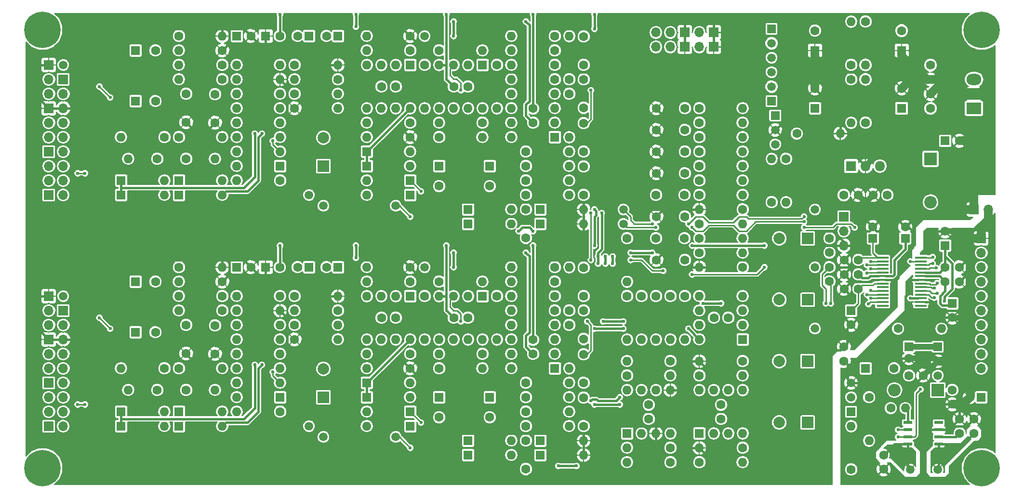
<source format=gtl>
G04 #@! TF.FileFunction,Copper,L1,Top,Signal*
%FSLAX46Y46*%
G04 Gerber Fmt 4.6, Leading zero omitted, Abs format (unit mm)*
G04 Created by KiCad (PCBNEW 4.0.6) date 11/03/19 12:25:44*
%MOMM*%
%LPD*%
G01*
G04 APERTURE LIST*
%ADD10C,0.100000*%
%ADD11C,1.600000*%
%ADD12O,1.600000X1.600000*%
%ADD13R,1.700000X1.700000*%
%ADD14O,1.700000X1.700000*%
%ADD15C,6.400000*%
%ADD16R,2.000000X2.000000*%
%ADD17C,2.000000*%
%ADD18R,2.200000X2.200000*%
%ADD19O,2.200000X2.200000*%
%ADD20R,1.600000X1.600000*%
%ADD21R,1.800000X1.800000*%
%ADD22O,1.800000X1.800000*%
%ADD23C,1.520000*%
%ADD24R,1.520000X1.520000*%
%ADD25R,1.550000X0.600000*%
%ADD26R,2.600000X2.000000*%
%ADD27O,2.600000X2.000000*%
%ADD28C,1.500000*%
%ADD29R,2.100000X0.400000*%
%ADD30C,0.600000*%
%ADD31C,0.400000*%
%ADD32C,1.500000*%
%ADD33C,1.000000*%
%ADD34C,0.250000*%
%ADD35C,2.000000*%
%ADD36C,0.200000*%
G04 APERTURE END LIST*
D10*
D11*
X71120000Y-10160000D03*
D12*
X71120000Y-17780000D03*
D13*
X168910000Y-40640000D03*
D14*
X168910000Y-43180000D03*
X168910000Y-45720000D03*
X168910000Y-48260000D03*
X168910000Y-50800000D03*
X168910000Y-53340000D03*
X168910000Y-55880000D03*
X168910000Y-58420000D03*
X168910000Y-60960000D03*
X168910000Y-63500000D03*
D15*
X169000000Y-81000000D03*
X169000000Y-4000000D03*
X4000000Y-4000000D03*
D13*
X5080000Y-25400000D03*
D14*
X7620000Y-25400000D03*
X5080000Y-27940000D03*
X7620000Y-27940000D03*
X5080000Y-30480000D03*
X7620000Y-30480000D03*
D16*
X138430000Y-40640000D03*
D17*
X133430000Y-40640000D03*
D18*
X160020000Y-26670000D03*
D19*
X160020000Y-34290000D03*
D11*
X29210000Y-15240000D03*
X29210000Y-20240000D03*
X144780000Y-33020000D03*
X147280000Y-33020000D03*
D20*
X162560000Y-23495000D03*
D11*
X165060000Y-23495000D03*
X152400000Y-33020000D03*
X149900000Y-33020000D03*
D20*
X154940000Y-17780000D03*
D11*
X154940000Y-14280000D03*
D20*
X154940000Y-7620000D03*
D11*
X154940000Y-4120000D03*
X160020000Y-17780000D03*
X160020000Y-15280000D03*
X160020000Y-12700000D03*
X160020000Y-10200000D03*
D20*
X139700000Y-17780000D03*
D11*
X139700000Y-14280000D03*
D20*
X139700000Y-7620000D03*
D11*
X139700000Y-4120000D03*
D20*
X168910000Y-68580000D03*
D11*
X166910000Y-68580000D03*
X163830000Y-67310000D03*
X163830000Y-69810000D03*
X156210000Y-64770000D03*
X158710000Y-64770000D03*
D20*
X156210000Y-59690000D03*
D11*
X156210000Y-61690000D03*
D20*
X20320000Y-7620000D03*
D11*
X23820000Y-7620000D03*
D20*
X20320000Y-16510000D03*
D11*
X23820000Y-16510000D03*
X34290000Y-20320000D03*
X34290000Y-15320000D03*
D20*
X50800000Y-5080000D03*
D11*
X48800000Y-5080000D03*
D20*
X55880000Y-5080000D03*
D11*
X53880000Y-5080000D03*
X66040000Y-13970000D03*
X63540000Y-13970000D03*
D20*
X73660000Y-27940000D03*
D11*
X73660000Y-31440000D03*
D20*
X82550000Y-27940000D03*
D11*
X82550000Y-31440000D03*
X78740000Y-13970000D03*
X76240000Y-13970000D03*
X90170000Y-20320000D03*
X90170000Y-17820000D03*
D20*
X20320000Y-48260000D03*
D11*
X23820000Y-48260000D03*
D20*
X20320000Y-57150000D03*
D11*
X23820000Y-57150000D03*
X29210000Y-55880000D03*
X29210000Y-60880000D03*
X34290000Y-60960000D03*
X34290000Y-55960000D03*
D20*
X50800000Y-45720000D03*
D11*
X48800000Y-45720000D03*
D20*
X55880000Y-45720000D03*
D11*
X53880000Y-45720000D03*
X66040000Y-54610000D03*
X63540000Y-54610000D03*
D20*
X73660000Y-68580000D03*
D11*
X73660000Y-72080000D03*
D20*
X82550000Y-68580000D03*
D11*
X82550000Y-72080000D03*
X78740000Y-54610000D03*
X76240000Y-54610000D03*
X90170000Y-60960000D03*
X90170000Y-58460000D03*
X165100000Y-74930000D03*
X165100000Y-72430000D03*
X167640000Y-74930000D03*
X167640000Y-72430000D03*
X151765000Y-78740000D03*
X151765000Y-81240000D03*
D20*
X163830000Y-52070000D03*
D11*
X163830000Y-54570000D03*
X162560000Y-48260000D03*
X165060000Y-48260000D03*
D20*
X162560000Y-41910000D03*
D11*
X162560000Y-39410000D03*
X162560000Y-45720000D03*
X165060000Y-45720000D03*
D20*
X155575000Y-40640000D03*
D11*
X155575000Y-38640000D03*
X147320000Y-46990000D03*
X144820000Y-46990000D03*
D20*
X149860000Y-40640000D03*
D11*
X149860000Y-38640000D03*
X147320000Y-44450000D03*
X144820000Y-44450000D03*
D20*
X146050000Y-53340000D03*
D11*
X146050000Y-55840000D03*
X147320000Y-49530000D03*
X144820000Y-49530000D03*
D16*
X138430000Y-51435000D03*
D17*
X133430000Y-51435000D03*
D11*
X124460000Y-54610000D03*
X121960000Y-54610000D03*
X123190000Y-72390000D03*
X123190000Y-69890000D03*
X110490000Y-72390000D03*
X110490000Y-69890000D03*
D16*
X138430000Y-62230000D03*
D17*
X133430000Y-62230000D03*
D16*
X138430000Y-73025000D03*
D17*
X133430000Y-73025000D03*
D18*
X161290000Y-67310000D03*
D19*
X153670000Y-67310000D03*
D20*
X27940000Y-30480000D03*
D12*
X35560000Y-30480000D03*
D20*
X27940000Y-33020000D03*
D12*
X35560000Y-33020000D03*
D20*
X17780000Y-30480000D03*
D12*
X25400000Y-30480000D03*
D20*
X17780000Y-33020000D03*
D12*
X25400000Y-33020000D03*
D20*
X91440000Y-35560000D03*
D12*
X99060000Y-35560000D03*
D20*
X91440000Y-38100000D03*
D12*
X99060000Y-38100000D03*
D20*
X78740000Y-35560000D03*
D12*
X86360000Y-35560000D03*
D20*
X78740000Y-38100000D03*
D12*
X86360000Y-38100000D03*
D20*
X68580000Y-30480000D03*
D12*
X60960000Y-30480000D03*
D20*
X68580000Y-33020000D03*
D12*
X60960000Y-33020000D03*
D20*
X60960000Y-27940000D03*
D12*
X68580000Y-27940000D03*
D20*
X60960000Y-25400000D03*
D12*
X68580000Y-25400000D03*
D20*
X27940000Y-71120000D03*
D12*
X35560000Y-71120000D03*
D20*
X27940000Y-73660000D03*
D12*
X35560000Y-73660000D03*
D20*
X17780000Y-71120000D03*
D12*
X25400000Y-71120000D03*
D20*
X17780000Y-73660000D03*
D12*
X25400000Y-73660000D03*
D20*
X91440000Y-76200000D03*
D12*
X99060000Y-76200000D03*
D20*
X91440000Y-78740000D03*
D12*
X99060000Y-78740000D03*
D20*
X78740000Y-76200000D03*
D12*
X86360000Y-76200000D03*
D20*
X78740000Y-78740000D03*
D12*
X86360000Y-78740000D03*
D20*
X68580000Y-71120000D03*
D12*
X60960000Y-71120000D03*
D20*
X68580000Y-73660000D03*
D12*
X60960000Y-73660000D03*
D20*
X60960000Y-68580000D03*
D12*
X68580000Y-68580000D03*
D20*
X60960000Y-66040000D03*
D12*
X68580000Y-66040000D03*
D21*
X146050000Y-27940000D03*
D22*
X148590000Y-27940000D03*
X151130000Y-27940000D03*
D23*
X161290000Y-62230000D03*
X161290000Y-64770000D03*
D24*
X161290000Y-59690000D03*
D20*
X45720000Y-27940000D03*
D12*
X38100000Y-10160000D03*
X45720000Y-25400000D03*
X38100000Y-12700000D03*
X45720000Y-22860000D03*
X38100000Y-15240000D03*
X45720000Y-20320000D03*
X38100000Y-17780000D03*
X45720000Y-17780000D03*
X38100000Y-20320000D03*
X45720000Y-15240000D03*
X38100000Y-22860000D03*
X45720000Y-12700000D03*
X38100000Y-25400000D03*
X45720000Y-10160000D03*
X38100000Y-27940000D03*
D20*
X68580000Y-10160000D03*
D12*
X60960000Y-17780000D03*
X66040000Y-10160000D03*
X63500000Y-17780000D03*
X63500000Y-10160000D03*
X66040000Y-17780000D03*
X60960000Y-10160000D03*
X68580000Y-17780000D03*
D20*
X81280000Y-10160000D03*
D12*
X73660000Y-17780000D03*
X78740000Y-10160000D03*
X76200000Y-17780000D03*
X76200000Y-10160000D03*
X78740000Y-17780000D03*
X73660000Y-10160000D03*
X81280000Y-17780000D03*
D20*
X93980000Y-22860000D03*
D12*
X86360000Y-15240000D03*
X93980000Y-20320000D03*
X86360000Y-17780000D03*
X93980000Y-17780000D03*
X86360000Y-20320000D03*
X93980000Y-15240000D03*
X86360000Y-22860000D03*
D20*
X45720000Y-68580000D03*
D12*
X38100000Y-50800000D03*
X45720000Y-66040000D03*
X38100000Y-53340000D03*
X45720000Y-63500000D03*
X38100000Y-55880000D03*
X45720000Y-60960000D03*
X38100000Y-58420000D03*
X45720000Y-58420000D03*
X38100000Y-60960000D03*
X45720000Y-55880000D03*
X38100000Y-63500000D03*
X45720000Y-53340000D03*
X38100000Y-66040000D03*
X45720000Y-50800000D03*
X38100000Y-68580000D03*
D20*
X68580000Y-50800000D03*
D12*
X60960000Y-58420000D03*
X66040000Y-50800000D03*
X63500000Y-58420000D03*
X63500000Y-50800000D03*
X66040000Y-58420000D03*
X60960000Y-50800000D03*
X68580000Y-58420000D03*
D20*
X81280000Y-50800000D03*
D12*
X73660000Y-58420000D03*
X78740000Y-50800000D03*
X76200000Y-58420000D03*
X76200000Y-50800000D03*
X78740000Y-58420000D03*
X73660000Y-50800000D03*
X81280000Y-58420000D03*
D20*
X93980000Y-63500000D03*
D12*
X86360000Y-55880000D03*
X93980000Y-60960000D03*
X86360000Y-58420000D03*
X93980000Y-58420000D03*
X86360000Y-60960000D03*
X93980000Y-55880000D03*
X86360000Y-63500000D03*
D25*
X161450000Y-76835000D03*
X161450000Y-75565000D03*
X161450000Y-74295000D03*
X161450000Y-73025000D03*
X156050000Y-73025000D03*
X156050000Y-74295000D03*
X156050000Y-75565000D03*
X156050000Y-76835000D03*
D20*
X127000000Y-58420000D03*
D12*
X119380000Y-50800000D03*
X127000000Y-55880000D03*
X119380000Y-53340000D03*
X127000000Y-53340000D03*
X119380000Y-55880000D03*
X127000000Y-50800000D03*
X119380000Y-58420000D03*
D20*
X119380000Y-74930000D03*
D12*
X127000000Y-67310000D03*
X121920000Y-74930000D03*
X124460000Y-67310000D03*
X124460000Y-74930000D03*
X121920000Y-67310000D03*
X127000000Y-74930000D03*
X119380000Y-67310000D03*
D20*
X106680000Y-74930000D03*
D12*
X114300000Y-67310000D03*
X109220000Y-74930000D03*
X111760000Y-67310000D03*
X111760000Y-74930000D03*
X109220000Y-67310000D03*
X114300000Y-74930000D03*
X106680000Y-67310000D03*
D11*
X24130000Y-26670000D03*
D12*
X19050000Y-26670000D03*
D11*
X29210000Y-26670000D03*
D12*
X34290000Y-26670000D03*
D11*
X24130000Y-67310000D03*
D12*
X19050000Y-67310000D03*
D11*
X29210000Y-67310000D03*
D12*
X34290000Y-67310000D03*
D26*
X167640000Y-17780000D03*
D27*
X167640000Y-15240000D03*
X167640000Y-12700000D03*
D13*
X5080000Y-10160000D03*
D14*
X5080000Y-12700000D03*
X5080000Y-15240000D03*
D13*
X5080000Y-50800000D03*
D14*
X5080000Y-53340000D03*
X5080000Y-55880000D03*
D13*
X5080000Y-17780000D03*
D14*
X7620000Y-17780000D03*
X5080000Y-20320000D03*
X7620000Y-20320000D03*
X5080000Y-22860000D03*
X7620000Y-22860000D03*
D13*
X5080000Y-58420000D03*
D14*
X7620000Y-58420000D03*
X5080000Y-60960000D03*
X7620000Y-60960000D03*
X5080000Y-63500000D03*
X7620000Y-63500000D03*
D13*
X7620000Y-12700000D03*
D14*
X7620000Y-15240000D03*
D13*
X7620000Y-53340000D03*
D14*
X7620000Y-55880000D03*
D13*
X5080000Y-33020000D03*
D14*
X7620000Y-33020000D03*
D13*
X5080000Y-73660000D03*
D14*
X7620000Y-73660000D03*
D13*
X121920000Y-4445000D03*
D14*
X119380000Y-4445000D03*
D13*
X121920000Y-6985000D03*
D14*
X119380000Y-6985000D03*
D13*
X116840000Y-4445000D03*
D14*
X114300000Y-4445000D03*
X111760000Y-4445000D03*
D13*
X116840000Y-6985000D03*
D14*
X114300000Y-6985000D03*
X111760000Y-6985000D03*
D23*
X132080000Y-13970000D03*
X132080000Y-11430000D03*
D24*
X132080000Y-16510000D03*
D23*
X132080000Y-6350000D03*
X132080000Y-8890000D03*
D24*
X132080000Y-3810000D03*
D23*
X146050000Y-68580000D03*
X146050000Y-66040000D03*
D24*
X146050000Y-71120000D03*
D11*
X148590000Y-20320000D03*
D12*
X148590000Y-12700000D03*
D11*
X148590000Y-2540000D03*
D12*
X148590000Y-10160000D03*
D11*
X146050000Y-12700000D03*
D12*
X146050000Y-20320000D03*
D11*
X146050000Y-10160000D03*
D12*
X146050000Y-2540000D03*
D11*
X27940000Y-5080000D03*
D12*
X35560000Y-5080000D03*
D11*
X35560000Y-7620000D03*
D12*
X27940000Y-7620000D03*
D11*
X35560000Y-10160000D03*
D12*
X27940000Y-10160000D03*
D11*
X35560000Y-12700000D03*
D12*
X27940000Y-12700000D03*
D11*
X25400000Y-22860000D03*
D12*
X17780000Y-22860000D03*
D11*
X27940000Y-22860000D03*
D12*
X35560000Y-22860000D03*
D11*
X45720000Y-30480000D03*
D12*
X38100000Y-30480000D03*
D11*
X48260000Y-10160000D03*
D12*
X55880000Y-10160000D03*
D11*
X48260000Y-17780000D03*
D12*
X55880000Y-17780000D03*
D11*
X55880000Y-12700000D03*
D12*
X48260000Y-12700000D03*
D11*
X48260000Y-15240000D03*
D12*
X55880000Y-15240000D03*
D11*
X68580000Y-5080000D03*
D12*
X60960000Y-5080000D03*
D11*
X68580000Y-7620000D03*
D12*
X60960000Y-7620000D03*
D11*
X68580000Y-22860000D03*
D12*
X60960000Y-22860000D03*
D11*
X68580000Y-20320000D03*
D12*
X60960000Y-20320000D03*
D11*
X73660000Y-22860000D03*
D12*
X81280000Y-22860000D03*
D11*
X73660000Y-7620000D03*
D12*
X81280000Y-7620000D03*
D11*
X83820000Y-10160000D03*
D12*
X83820000Y-17780000D03*
D11*
X81280000Y-20320000D03*
D12*
X73660000Y-20320000D03*
D11*
X93980000Y-7620000D03*
D12*
X86360000Y-7620000D03*
D11*
X93980000Y-5080000D03*
D12*
X86360000Y-5080000D03*
D11*
X93980000Y-10160000D03*
D12*
X86360000Y-10160000D03*
D11*
X93980000Y-12700000D03*
D12*
X86360000Y-12700000D03*
D11*
X96520000Y-15240000D03*
D12*
X96520000Y-22860000D03*
D11*
X96520000Y-12700000D03*
D12*
X96520000Y-5080000D03*
D11*
X88900000Y-25400000D03*
D12*
X96520000Y-25400000D03*
D11*
X88900000Y-33020000D03*
D12*
X96520000Y-33020000D03*
D11*
X88900000Y-27940000D03*
D12*
X96520000Y-27940000D03*
D11*
X88900000Y-30480000D03*
D12*
X96520000Y-30480000D03*
D11*
X27940000Y-45720000D03*
D12*
X35560000Y-45720000D03*
D11*
X35560000Y-48260000D03*
D12*
X27940000Y-48260000D03*
D11*
X35560000Y-50800000D03*
D12*
X27940000Y-50800000D03*
D11*
X35560000Y-53340000D03*
D12*
X27940000Y-53340000D03*
D11*
X25400000Y-63500000D03*
D12*
X17780000Y-63500000D03*
D11*
X27940000Y-63500000D03*
D12*
X35560000Y-63500000D03*
D11*
X45720000Y-71120000D03*
D12*
X38100000Y-71120000D03*
D11*
X48260000Y-50800000D03*
D12*
X55880000Y-50800000D03*
D11*
X48260000Y-58420000D03*
D12*
X55880000Y-58420000D03*
D11*
X55880000Y-53340000D03*
D12*
X48260000Y-53340000D03*
D11*
X48260000Y-55880000D03*
D12*
X55880000Y-55880000D03*
D11*
X68580000Y-45720000D03*
D12*
X60960000Y-45720000D03*
D11*
X68580000Y-48260000D03*
D12*
X60960000Y-48260000D03*
D11*
X68580000Y-63500000D03*
D12*
X60960000Y-63500000D03*
D11*
X68580000Y-60960000D03*
D12*
X60960000Y-60960000D03*
D11*
X73660000Y-63500000D03*
D12*
X81280000Y-63500000D03*
D11*
X73660000Y-48260000D03*
D12*
X81280000Y-48260000D03*
D11*
X71120000Y-50800000D03*
D12*
X71120000Y-58420000D03*
D11*
X83820000Y-50800000D03*
D12*
X83820000Y-58420000D03*
D11*
X81280000Y-60960000D03*
D12*
X73660000Y-60960000D03*
D11*
X93980000Y-48260000D03*
D12*
X86360000Y-48260000D03*
D11*
X93980000Y-45720000D03*
D12*
X86360000Y-45720000D03*
D11*
X93980000Y-50800000D03*
D12*
X86360000Y-50800000D03*
D11*
X93980000Y-53340000D03*
D12*
X86360000Y-53340000D03*
D11*
X96520000Y-55880000D03*
D12*
X96520000Y-63500000D03*
D11*
X96520000Y-53340000D03*
D12*
X96520000Y-45720000D03*
D11*
X88900000Y-66040000D03*
D12*
X96520000Y-66040000D03*
D11*
X88900000Y-73660000D03*
D12*
X96520000Y-73660000D03*
D11*
X88900000Y-68580000D03*
D12*
X96520000Y-68580000D03*
D11*
X88900000Y-71120000D03*
D12*
X96520000Y-71120000D03*
D11*
X149225000Y-68580000D03*
D12*
X149225000Y-76200000D03*
D11*
X146050000Y-81280000D03*
D12*
X146050000Y-73660000D03*
D11*
X119380000Y-20320000D03*
D12*
X127000000Y-20320000D03*
D11*
X119380000Y-17780000D03*
D12*
X127000000Y-17780000D03*
D11*
X119380000Y-27940000D03*
D12*
X127000000Y-27940000D03*
D11*
X127000000Y-35560000D03*
D12*
X119380000Y-35560000D03*
D11*
X119380000Y-30480000D03*
D12*
X127000000Y-30480000D03*
D11*
X119380000Y-33020000D03*
D12*
X127000000Y-33020000D03*
D11*
X127000000Y-77470000D03*
D12*
X119380000Y-77470000D03*
D11*
X119380000Y-80010000D03*
D12*
X127000000Y-80010000D03*
D11*
X114300000Y-77470000D03*
D12*
X106680000Y-77470000D03*
D11*
X114300000Y-80010000D03*
D12*
X106680000Y-80010000D03*
D11*
X114300000Y-50800000D03*
D12*
X114300000Y-58420000D03*
D11*
X106680000Y-50800000D03*
D12*
X106680000Y-58420000D03*
D11*
X106680000Y-40640000D03*
D12*
X106680000Y-48260000D03*
D11*
X119380000Y-25400000D03*
D12*
X127000000Y-25400000D03*
D11*
X119380000Y-22860000D03*
D12*
X127000000Y-22860000D03*
D11*
X119380000Y-38100000D03*
D12*
X127000000Y-38100000D03*
D11*
X127000000Y-45720000D03*
D12*
X119380000Y-45720000D03*
D11*
X119380000Y-40640000D03*
D12*
X127000000Y-40640000D03*
D11*
X119380000Y-43180000D03*
D12*
X127000000Y-43180000D03*
D11*
X127000000Y-62230000D03*
D12*
X119380000Y-62230000D03*
D11*
X119380000Y-64770000D03*
D12*
X127000000Y-64770000D03*
D11*
X114300000Y-62230000D03*
D12*
X106680000Y-62230000D03*
D11*
X106680000Y-64770000D03*
D12*
X114300000Y-64770000D03*
D11*
X116840000Y-50800000D03*
D12*
X116840000Y-58420000D03*
D11*
X109220000Y-50800000D03*
D12*
X109220000Y-58420000D03*
D11*
X111760000Y-50800000D03*
D12*
X111760000Y-58420000D03*
D28*
X161290000Y-81280000D03*
X156410000Y-81280000D03*
D11*
X144780000Y-62230000D03*
X144780000Y-59730000D03*
X142240000Y-40640000D03*
X142240000Y-43140000D03*
X142240000Y-45720000D03*
X142240000Y-48220000D03*
D13*
X144780000Y-36830000D03*
D14*
X144780000Y-39370000D03*
X144780000Y-41910000D03*
D28*
X106045000Y-35560000D03*
X106045000Y-38100000D03*
X139700000Y-56515000D03*
X139700000Y-45720000D03*
D13*
X167640000Y-35560000D03*
D14*
X170180000Y-35560000D03*
D28*
X7620000Y-50800000D03*
X7620000Y-10160000D03*
D13*
X5080000Y-66040000D03*
D14*
X7620000Y-66040000D03*
X5080000Y-68580000D03*
X7620000Y-68580000D03*
X5080000Y-71120000D03*
X7620000Y-71120000D03*
D20*
X148590000Y-63500000D03*
D11*
X153590000Y-63500000D03*
X134620000Y-26670000D03*
D12*
X134620000Y-34290000D03*
D11*
X132080000Y-34290000D03*
D12*
X132080000Y-26670000D03*
D11*
X136525000Y-22225000D03*
D12*
X144145000Y-22225000D03*
D23*
X132715000Y-21590000D03*
X132715000Y-24130000D03*
D24*
X132715000Y-19050000D03*
D11*
X153035000Y-70485000D03*
D12*
X155575000Y-70485000D03*
D15*
X4000000Y-81000000D03*
D20*
X38100000Y-5080000D03*
D11*
X40600000Y-5080000D03*
D20*
X43180000Y-5080000D03*
D11*
X45680000Y-5080000D03*
D20*
X38100000Y-45720000D03*
D11*
X40600000Y-45720000D03*
D20*
X43180000Y-45720000D03*
D11*
X45680000Y-45720000D03*
D16*
X53340000Y-27940000D03*
D17*
X53340000Y-22940000D03*
D16*
X53340000Y-68580000D03*
D17*
X53340000Y-63580000D03*
D28*
X139700000Y-35560000D03*
X53340000Y-34925000D03*
X50800000Y-33020000D03*
X71120000Y-5080000D03*
X66040000Y-34925000D03*
X53340000Y-75565000D03*
X50800000Y-73660000D03*
X71120000Y-45720000D03*
X66040000Y-75565000D03*
D29*
X158290000Y-52485000D03*
X158290000Y-51835000D03*
X158290000Y-51185000D03*
X158290000Y-50535000D03*
X158290000Y-49885000D03*
X158290000Y-49235000D03*
X158290000Y-48585000D03*
X158290000Y-47935000D03*
X158290000Y-47285000D03*
X158290000Y-46635000D03*
X158290000Y-45985000D03*
X158290000Y-45335000D03*
X158290000Y-44685000D03*
X158290000Y-44035000D03*
X151590000Y-44035000D03*
X151590000Y-44685000D03*
X151590000Y-45335000D03*
X151590000Y-45985000D03*
X151590000Y-46635000D03*
X151590000Y-47285000D03*
X151590000Y-47935000D03*
X151590000Y-48585000D03*
X151590000Y-49235000D03*
X151590000Y-49885000D03*
X151590000Y-50535000D03*
X151590000Y-51185000D03*
X151590000Y-51835000D03*
X151590000Y-52485000D03*
D11*
X99060000Y-12700000D03*
X99060000Y-17700000D03*
X99060000Y-10160000D03*
X99060000Y-5160000D03*
X99060000Y-25400000D03*
X99060000Y-20400000D03*
X99060000Y-33020000D03*
X99060000Y-28020000D03*
X88900000Y-35560000D03*
X88900000Y-40560000D03*
X99060000Y-53340000D03*
X99060000Y-58340000D03*
X99060000Y-50800000D03*
X99060000Y-45800000D03*
X99060000Y-66040000D03*
X99060000Y-61040000D03*
X99060000Y-73660000D03*
X99060000Y-68660000D03*
X88900000Y-76200000D03*
X88900000Y-81200000D03*
X116840000Y-17780000D03*
X111840000Y-17780000D03*
X116840000Y-25400000D03*
X111840000Y-25400000D03*
X111760000Y-33020000D03*
X116760000Y-33020000D03*
X116840000Y-36830000D03*
X111840000Y-36830000D03*
X116840000Y-21590000D03*
X111840000Y-21590000D03*
X116840000Y-29210000D03*
X111840000Y-29210000D03*
X116840000Y-44450000D03*
X111840000Y-44450000D03*
X111760000Y-40640000D03*
X116760000Y-40640000D03*
X154305000Y-56515000D03*
D12*
X161925000Y-56515000D03*
D30*
X156464000Y-49530000D03*
X156464000Y-48006000D03*
X159385000Y-42545000D03*
X159385000Y-39370000D03*
X157480000Y-66040000D03*
X159385000Y-67310000D03*
X161290000Y-69850000D03*
X163195000Y-63500000D03*
X153035000Y-62230000D03*
X149733000Y-64897000D03*
X151638000Y-66802000D03*
X160020000Y-57785000D03*
X157480000Y-57785000D03*
X152400000Y-59055000D03*
X149860000Y-61595000D03*
X160655000Y-53340000D03*
X153670000Y-65405000D03*
X156845000Y-71755000D03*
X158115000Y-70485000D03*
X151130000Y-70485000D03*
X153670000Y-69215000D03*
X154305000Y-73025000D03*
X158115000Y-73025000D03*
X156845000Y-69215000D03*
X151130000Y-73025000D03*
X158115000Y-76835000D03*
X158115000Y-75565000D03*
X158115000Y-74295000D03*
X159385000Y-73025000D03*
X159385000Y-74295000D03*
X159385000Y-75565000D03*
X159385000Y-76835000D03*
X166370000Y-39370000D03*
X165735000Y-54610000D03*
X165735000Y-46990000D03*
X165735000Y-42799000D03*
X165735000Y-41275000D03*
X165735000Y-40005000D03*
X166370000Y-40640000D03*
X160401000Y-48006000D03*
X162433000Y-51689000D03*
X13970000Y-13970000D03*
X15875000Y-15875000D03*
X117475000Y-56515000D03*
X106045000Y-56515000D03*
X100965000Y-56515000D03*
X105410000Y-68580000D03*
X100330000Y-69215000D03*
X102235000Y-36195000D03*
X101600000Y-43815000D03*
X101600000Y-45085000D03*
X41275000Y-22225000D03*
X41275000Y-62865000D03*
X76200000Y-45720000D03*
X76200000Y-43180000D03*
X88900000Y-43180000D03*
X88900000Y-2540000D03*
X76200000Y-2540000D03*
X76200000Y-5080000D03*
X59055000Y-44069000D03*
X123190000Y-52070000D03*
X120015000Y-52070000D03*
X106045000Y-55245000D03*
X102489000Y-55245000D03*
X100965000Y-69850000D03*
X105410000Y-69850000D03*
X102870000Y-45085000D03*
X102870000Y-43815000D03*
X100965000Y-41910000D03*
X100965000Y-35560000D03*
X100965000Y-3810000D03*
X100965000Y-1270000D03*
X42545000Y-22225000D03*
X45720000Y-41910000D03*
X45720000Y-1270000D03*
X59055000Y-41910000D03*
X59055000Y-3429000D03*
X59055000Y-1270000D03*
X74930000Y-41910000D03*
X90170000Y-41910000D03*
X42545000Y-62865000D03*
X90170000Y-1270000D03*
X74930000Y-1270000D03*
X77470000Y-14605000D03*
X10160000Y-29210000D03*
X11430000Y-29210000D03*
X130810000Y-45720000D03*
X113030000Y-46355000D03*
X107315000Y-44450000D03*
X118110000Y-46990000D03*
X100330000Y-36195000D03*
X100330000Y-44450000D03*
X146685000Y-38735000D03*
X137795000Y-38735000D03*
X100330000Y-14605000D03*
X137795000Y-36830000D03*
X111125000Y-38100000D03*
X117475000Y-38100000D03*
X148844000Y-45339000D03*
X137795000Y-37719000D03*
X111760000Y-38735000D03*
X118110000Y-38735000D03*
X149479000Y-44704000D03*
X15875000Y-56515000D03*
X13970000Y-54610000D03*
X77470000Y-55245000D03*
X11430000Y-69850000D03*
X10160000Y-69850000D03*
X99695000Y-55245000D03*
X141605000Y-52070000D03*
X149479000Y-45974000D03*
X142494000Y-52070000D03*
X148844000Y-46736000D03*
X148844000Y-50546000D03*
X149479000Y-49784000D03*
X149479000Y-51181000D03*
X149098000Y-52197000D03*
X70485000Y-32385000D03*
X70485000Y-73025000D03*
X44450000Y-23495000D03*
X68580000Y-36830000D03*
X44450000Y-64135000D03*
X68580000Y-77470000D03*
X154305000Y-74295000D03*
X156464000Y-44704000D03*
X106680000Y-34290000D03*
X102870000Y-34290000D03*
X106680000Y-19050000D03*
X106680000Y-11430000D03*
X106680000Y-25400000D03*
X103505000Y-19050000D03*
X103505000Y-11430000D03*
X102870000Y-25400000D03*
X153670000Y-52070000D03*
X153670000Y-50800000D03*
X153670000Y-49530000D03*
X153670000Y-48260000D03*
X109855000Y-3810000D03*
X104775000Y-34290000D03*
X103505000Y-40005000D03*
X105410000Y-40005000D03*
X99060000Y-40005000D03*
X103505000Y-38100000D03*
X105410000Y-46990000D03*
X114300000Y-47625000D03*
X106045000Y-53975000D03*
X109220000Y-60325000D03*
X116840000Y-71120000D03*
X105410000Y-71120000D03*
X109220000Y-71120000D03*
X103505000Y-71120000D03*
X103505000Y-67945000D03*
X104140000Y-57785000D03*
X104140000Y-53975000D03*
X90805000Y-33655000D03*
X114300000Y-23495000D03*
X114300000Y-34290000D03*
X114300000Y-40640000D03*
X87630000Y-77470000D03*
X99060000Y-81534000D03*
X104140000Y-81534000D03*
X92710000Y-81280000D03*
X97155000Y-38100000D03*
X87630000Y-34290000D03*
X86995000Y-36830000D03*
X85090000Y-40894000D03*
X97790000Y-46990000D03*
X91059000Y-45720000D03*
X97790000Y-34290000D03*
X97790000Y-31750000D03*
X97790000Y-6350000D03*
X55245000Y-20955000D03*
X50165000Y-10160000D03*
X53975000Y-10160000D03*
X50165000Y-50800000D03*
X53975000Y-50800000D03*
X55245000Y-61595000D03*
X39370000Y-48895000D03*
X44450000Y-48895000D03*
X39370000Y-8255000D03*
X44450000Y-8255000D03*
X63500000Y-15875000D03*
X60325000Y-16510000D03*
X63500000Y-56515000D03*
X60325000Y-57150000D03*
X60325000Y-53340000D03*
X60325000Y-12700000D03*
X66040000Y-3810000D03*
X60325000Y-3810000D03*
X66040000Y-44450000D03*
X60325000Y-44450000D03*
X72390000Y-49530000D03*
X72390000Y-8890000D03*
X73660000Y-44450000D03*
X73660000Y-3810000D03*
X79375000Y-15875000D03*
X79375000Y-56515000D03*
X77470000Y-56515000D03*
X77470000Y-15875000D03*
X74930000Y-55880000D03*
X74930000Y-15240000D03*
X76962000Y-48387000D03*
X77470000Y-52705000D03*
X77470000Y-45720000D03*
X76962000Y-7747000D03*
X77470000Y-12065000D03*
X77470000Y-5080000D03*
X88265000Y-52070000D03*
X88265000Y-55880000D03*
X88265000Y-11430000D03*
X88265000Y-15240000D03*
X88265000Y-45720000D03*
X88265000Y-49530000D03*
X88265000Y-4445000D03*
X88265000Y-8890000D03*
X92075000Y-8890000D03*
X92075000Y-49530000D03*
X92075000Y-60960000D03*
X40005000Y-66040000D03*
X40005000Y-61595000D03*
X40005000Y-68580000D03*
X40005000Y-25400000D03*
X40005000Y-20955000D03*
X40005000Y-27940000D03*
X33655000Y-30480000D03*
X33655000Y-33020000D03*
X30480000Y-30480000D03*
X30480000Y-33020000D03*
X33655000Y-73660000D03*
X33655000Y-71120000D03*
X30480000Y-71120000D03*
X30480000Y-73660000D03*
X23495000Y-33020000D03*
X21590000Y-30480000D03*
X23495000Y-30480000D03*
X19685000Y-33020000D03*
X19685000Y-30480000D03*
X23495000Y-73660000D03*
X21590000Y-71120000D03*
X23495000Y-71120000D03*
X19685000Y-73660000D03*
X19685000Y-71120000D03*
X43815000Y-66040000D03*
X43815000Y-25400000D03*
X55245000Y-73660000D03*
X48895000Y-74930000D03*
X55245000Y-33020000D03*
X128905000Y-11430000D03*
X154305000Y-41910000D03*
X156845000Y-41910000D03*
X52324000Y-44069000D03*
X52324000Y-40894000D03*
X72390000Y-34290000D03*
X9525000Y-17780000D03*
X9525000Y-58420000D03*
X21590000Y-19050000D03*
X17145000Y-17780000D03*
X15240000Y-17780000D03*
X21590000Y-59690000D03*
X17145000Y-58420000D03*
X15240000Y-58420000D03*
X48895000Y-63500000D03*
X48895000Y-22860000D03*
X88011000Y-58674000D03*
X88011000Y-18034000D03*
X40640000Y-33020000D03*
X40640000Y-73660000D03*
X73660000Y-52705000D03*
X73660000Y-12065000D03*
X82550000Y-5080000D03*
X82550000Y-45720000D03*
X129159000Y-47625000D03*
X131445000Y-46482000D03*
X143256000Y-46990000D03*
X140335000Y-52070000D03*
X139700000Y-54610000D03*
X143256000Y-51816000D03*
X139065000Y-60325000D03*
X129540000Y-4445000D03*
X134620000Y-8890000D03*
X134620000Y-11430000D03*
X134620000Y-16510000D03*
X114300000Y-12700000D03*
X128270000Y-44450000D03*
X128270000Y-40005000D03*
X128270000Y-34290000D03*
X132080000Y-36195000D03*
X132715000Y-38735000D03*
X142875000Y-39370000D03*
X142875000Y-37465000D03*
X135890000Y-38735000D03*
X137160000Y-35560000D03*
X137160000Y-30480000D03*
X132080000Y-30480000D03*
X66675000Y-56515000D03*
X66675000Y-15875000D03*
X31750000Y-58420000D03*
X31750000Y-45720000D03*
X31750000Y-17780000D03*
X31750000Y-5080000D03*
X2540000Y-10160000D03*
X15875000Y-7620000D03*
X139700000Y-11430000D03*
X170180000Y-13970000D03*
X137795000Y-64135000D03*
X128905000Y-80010000D03*
X132715000Y-80010000D03*
X111760000Y-83439000D03*
X137795000Y-69850000D03*
X135636000Y-64135000D03*
X133985000Y-64135000D03*
X133985000Y-69850000D03*
X125730000Y-81280000D03*
X121920000Y-83439000D03*
X111760000Y-80010000D03*
X72390000Y-81280000D03*
X86360000Y-81280000D03*
X48895000Y-81280000D03*
X72390000Y-74930000D03*
X82550000Y-74930000D03*
X12700000Y-81280000D03*
X48895000Y-66040000D03*
X146050000Y-18415000D03*
X147320000Y-11430000D03*
X149860000Y-11430000D03*
X118110000Y-68580000D03*
X116840000Y-63500000D03*
X140335000Y-39370000D03*
X140335000Y-46990000D03*
X2540000Y-35560000D03*
X2540000Y-48260000D03*
X15875000Y-48260000D03*
X73660000Y-66040000D03*
X73660000Y-25400000D03*
X80645000Y-27940000D03*
X77470000Y-22860000D03*
X82550000Y-29845000D03*
X80645000Y-68580000D03*
X77470000Y-63500000D03*
X82550000Y-70485000D03*
X134620000Y-2540000D03*
X160020000Y-2540000D03*
X146050000Y-4445000D03*
X125730000Y-44450000D03*
X130810000Y-43815000D03*
X160020000Y-20320000D03*
X125730000Y-72390000D03*
X125730000Y-69850000D03*
X122555000Y-47625000D03*
X122555000Y-40640000D03*
X122555000Y-45720000D03*
X92075000Y-70485000D03*
X92075000Y-65405000D03*
X92075000Y-52705000D03*
X92075000Y-57785000D03*
X92075000Y-67945000D03*
X97790000Y-49530000D03*
X97790000Y-54610000D03*
X97790000Y-62230000D03*
X97790000Y-74930000D03*
X97790000Y-72390000D03*
X97790000Y-57150000D03*
X92075000Y-29845000D03*
X92075000Y-24765000D03*
X92075000Y-12065000D03*
X92075000Y-17780000D03*
X92075000Y-27305000D03*
X82550000Y-40894000D03*
X82550000Y-53340000D03*
X72390000Y-40894000D03*
X31750000Y-40894000D03*
X85090000Y-65405000D03*
X84455000Y-62865000D03*
X85090000Y-24765000D03*
X82550000Y-12700000D03*
X91440000Y-4445000D03*
X84455000Y-22225000D03*
X64135000Y-64135000D03*
X64135000Y-60325000D03*
X65405000Y-60325000D03*
X66675000Y-61595000D03*
X65405000Y-19685000D03*
X66675000Y-20955000D03*
X64135000Y-23495000D03*
X64135000Y-19685000D03*
X22225000Y-5080000D03*
X22225000Y-45720000D03*
X48895000Y-25400000D03*
X97790000Y-8890000D03*
X97790000Y-16510000D03*
X97790000Y-21590000D03*
X97790000Y-13970000D03*
X130810000Y-40005000D03*
X34290000Y-24765000D03*
X36830000Y-26670000D03*
X34290000Y-65405000D03*
X36830000Y-67310000D03*
X68580000Y-13970000D03*
X68580000Y-54610000D03*
X29210000Y-65405000D03*
X26670000Y-65405000D03*
X29210000Y-24765000D03*
X26670000Y-24765000D03*
X21590000Y-26670000D03*
X21590000Y-33020000D03*
X21590000Y-67310000D03*
X21590000Y-73660000D03*
X43815000Y-30480000D03*
X43815000Y-71120000D03*
X48895000Y-34290000D03*
X82550000Y-34290000D03*
X128905000Y-64135000D03*
X128905000Y-72390000D03*
X123190000Y-66675000D03*
X123190000Y-55880000D03*
X123190000Y-60325000D03*
X124460000Y-52070000D03*
X130810000Y-41910000D03*
X118110000Y-41910000D03*
X107315000Y-43180000D03*
X111125000Y-43180000D03*
X90170000Y-39370000D03*
X87630000Y-39370000D03*
X104140000Y-45085000D03*
X104140000Y-43815000D03*
X94615000Y-80645000D03*
X97790000Y-80645000D03*
X156464000Y-51181000D03*
X158242000Y-67183000D03*
X154305000Y-75565000D03*
X160655000Y-51054000D03*
X161163000Y-50292000D03*
X160655000Y-49403000D03*
X161163000Y-48514000D03*
X161036000Y-45847000D03*
X160401000Y-45085000D03*
X160401000Y-43942000D03*
D31*
X154940000Y-43180000D02*
X155575000Y-42545000D01*
X155575000Y-42545000D02*
X155575000Y-40640000D01*
X153670000Y-44450000D02*
X154940000Y-43180000D01*
X152090000Y-47285000D02*
X153375000Y-47285000D01*
X153375000Y-47285000D02*
X153670000Y-46990000D01*
X153670000Y-46990000D02*
X153670000Y-44450000D01*
X150820000Y-47285000D02*
X149438000Y-47285000D01*
X149438000Y-47285000D02*
X149098000Y-47625000D01*
X147955000Y-47625000D02*
X147320000Y-46990000D01*
X149098000Y-47625000D02*
X147955000Y-47625000D01*
X155575000Y-50800000D02*
X156464000Y-49911000D01*
X156464000Y-49911000D02*
X156464000Y-49530000D01*
X156464000Y-49530000D02*
X156464000Y-48006000D01*
X156464000Y-48006000D02*
X156535000Y-47935000D01*
X156535000Y-47935000D02*
X157790000Y-47935000D01*
X159385000Y-39370000D02*
X159385000Y-42545000D01*
X159425000Y-39410000D02*
X159385000Y-39370000D01*
X162560000Y-39410000D02*
X159425000Y-39410000D01*
X155575000Y-53340000D02*
X154305000Y-54610000D01*
X154305000Y-54610000D02*
X152400000Y-56515000D01*
X155575000Y-53340000D02*
X158750000Y-53340000D01*
X155575000Y-53340000D02*
X155575000Y-50800000D01*
X165735000Y-57785000D02*
X166370000Y-57150000D01*
X163830000Y-57785000D02*
X165735000Y-57785000D01*
X166370000Y-56515000D02*
X166370000Y-57150000D01*
X166370000Y-56515000D02*
X166370000Y-54610000D01*
D32*
X168910000Y-40640000D02*
X166370000Y-40640000D01*
X170180000Y-35560000D02*
X170180000Y-38100000D01*
X170180000Y-38100000D02*
X168910000Y-39370000D01*
X168910000Y-39370000D02*
X168910000Y-40640000D01*
D31*
X145415000Y-62865000D02*
X146050000Y-62865000D01*
X146050000Y-62865000D02*
X146685000Y-62230000D01*
X144780000Y-62230000D02*
X145415000Y-62865000D01*
X145415000Y-62865000D02*
X145415000Y-65405000D01*
X157480000Y-66040000D02*
X158115000Y-66040000D01*
X158710000Y-64810000D02*
X157480000Y-66040000D01*
X158115000Y-66040000D02*
X159385000Y-67310000D01*
X158710000Y-64770000D02*
X158710000Y-64810000D01*
X163830000Y-69810000D02*
X161330000Y-69810000D01*
X161330000Y-69810000D02*
X161290000Y-69850000D01*
X163830000Y-63500000D02*
X163195000Y-63500000D01*
X153035000Y-61690000D02*
X153035000Y-62230000D01*
X153035000Y-65405000D02*
X151638000Y-66802000D01*
X157480000Y-57785000D02*
X160020000Y-57785000D01*
X160020000Y-57785000D02*
X163830000Y-57785000D01*
X152400000Y-56515000D02*
X152400000Y-59055000D01*
X147320000Y-61595000D02*
X149860000Y-61595000D01*
X147320000Y-61595000D02*
X146685000Y-62230000D01*
X152400000Y-56515000D02*
X147320000Y-61595000D01*
X160655000Y-53340000D02*
X160655000Y-53975000D01*
X161250000Y-54570000D02*
X163830000Y-54570000D01*
X160655000Y-53975000D02*
X161250000Y-54570000D01*
X151765000Y-62865000D02*
X151765000Y-64135000D01*
X153035000Y-65405000D02*
X153670000Y-65405000D01*
X151765000Y-64135000D02*
X153035000Y-65405000D01*
X158115000Y-70485000D02*
X158115000Y-73025000D01*
X151130000Y-73025000D02*
X151130000Y-70485000D01*
X154305000Y-69850000D02*
X153670000Y-69215000D01*
X154305000Y-69850000D02*
X154940000Y-69215000D01*
X154940000Y-69215000D02*
X156845000Y-69215000D01*
X154305000Y-73025000D02*
X154305000Y-69850000D01*
X158750000Y-73025000D02*
X158115000Y-73025000D01*
X154305000Y-73025000D02*
X151130000Y-73025000D01*
X163850000Y-73680000D02*
X166350000Y-73680000D01*
X166350000Y-73680000D02*
X167600000Y-72430000D01*
X167600000Y-72430000D02*
X167640000Y-72430000D01*
X158750000Y-76835000D02*
X158115000Y-76835000D01*
X158750000Y-75565000D02*
X158115000Y-75565000D01*
X158750000Y-74295000D02*
X158115000Y-74295000D01*
X158750000Y-74295000D02*
X158750000Y-73025000D01*
X158750000Y-73025000D02*
X159385000Y-73025000D01*
X158750000Y-75565000D02*
X158750000Y-74295000D01*
X159385000Y-74295000D02*
X160020000Y-74295000D01*
X158750000Y-74295000D02*
X159385000Y-74295000D01*
X158750000Y-75565000D02*
X159385000Y-75565000D01*
X158750000Y-76835000D02*
X159385000Y-76835000D01*
X146050000Y-66040000D02*
X148590000Y-66040000D01*
X152940000Y-61690000D02*
X153035000Y-61690000D01*
X153035000Y-61690000D02*
X156210000Y-61690000D01*
X148590000Y-66040000D02*
X149733000Y-64897000D01*
X149733000Y-64897000D02*
X151765000Y-62865000D01*
X151765000Y-62865000D02*
X152940000Y-61690000D01*
X145415000Y-65405000D02*
X146050000Y-66040000D01*
X151765000Y-81240000D02*
X151765000Y-81280000D01*
X151765000Y-81280000D02*
X153670000Y-83185000D01*
X153670000Y-83185000D02*
X157480000Y-83185000D01*
X157480000Y-83185000D02*
X158750000Y-81915000D01*
X158750000Y-81915000D02*
X158750000Y-76835000D01*
X158750000Y-76835000D02*
X158750000Y-75565000D01*
X160020000Y-74295000D02*
X161450000Y-74295000D01*
X165680000Y-69810000D02*
X165680000Y-70470000D01*
X165680000Y-70470000D02*
X167640000Y-72430000D01*
X165100000Y-69810000D02*
X165100000Y-72430000D01*
D33*
X162600000Y-39370000D02*
X166370000Y-39370000D01*
X162600000Y-39370000D02*
X162560000Y-39410000D01*
X163870000Y-54610000D02*
X163830000Y-54570000D01*
X163870000Y-54610000D02*
X165735000Y-54610000D01*
D31*
X165735000Y-54610000D02*
X166370000Y-54610000D01*
X162560000Y-39410000D02*
X162560000Y-39370000D01*
D33*
X158710000Y-64770000D02*
X158750000Y-64770000D01*
X158750000Y-64770000D02*
X161290000Y-62230000D01*
X156210000Y-61690000D02*
X160750000Y-61690000D01*
X160750000Y-61690000D02*
X161290000Y-62230000D01*
D32*
X161290000Y-62230000D02*
X162560000Y-62230000D01*
D31*
X162560000Y-62230000D02*
X163830000Y-62230000D01*
D32*
X163830000Y-69810000D02*
X165100000Y-69810000D01*
X165100000Y-69810000D02*
X165680000Y-69810000D01*
X165680000Y-69810000D02*
X166910000Y-68580000D01*
X167005000Y-66675000D02*
X167005000Y-68485000D01*
X167005000Y-68485000D02*
X166910000Y-68580000D01*
D31*
X161450000Y-74295000D02*
X163235000Y-74295000D01*
X163235000Y-74295000D02*
X163850000Y-73680000D01*
X163850000Y-73680000D02*
X165100000Y-72430000D01*
X165735000Y-46990000D02*
X166370000Y-46990000D01*
X165735000Y-42799000D02*
X165735000Y-41275000D01*
X165100000Y-66675000D02*
X167005000Y-66675000D01*
X163830000Y-64135000D02*
X163830000Y-65405000D01*
X163830000Y-65405000D02*
X165100000Y-66675000D01*
X166370000Y-41910000D02*
X166370000Y-44450000D01*
X166370000Y-40640000D02*
X166370000Y-41910000D01*
X160330000Y-47935000D02*
X160401000Y-48006000D01*
X159060000Y-47935000D02*
X160330000Y-47935000D01*
X163830000Y-59690000D02*
X163830000Y-62230000D01*
X163830000Y-57785000D02*
X163830000Y-59690000D01*
X163830000Y-62230000D02*
X163830000Y-63500000D01*
X163830000Y-63500000D02*
X163830000Y-64135000D01*
X144820000Y-62190000D02*
X144780000Y-62230000D01*
X159060000Y-51835000D02*
X160420000Y-51835000D01*
X160655000Y-52070000D02*
X160655000Y-53340000D01*
X160420000Y-51835000D02*
X160655000Y-52070000D01*
X158750000Y-53340000D02*
X160655000Y-53340000D01*
X160655000Y-53340000D02*
X165100000Y-53340000D01*
X165060000Y-48260000D02*
X165100000Y-48260000D01*
X165100000Y-48260000D02*
X166370000Y-46990000D01*
X165060000Y-45720000D02*
X165100000Y-45720000D01*
X165100000Y-45720000D02*
X166370000Y-44450000D01*
X165060000Y-48260000D02*
X165060000Y-48220000D01*
X166370000Y-46990000D02*
X166370000Y-49530000D01*
X166370000Y-49530000D02*
X166370000Y-52070000D01*
X166370000Y-44450000D02*
X166370000Y-46990000D01*
X165100000Y-53340000D02*
X166370000Y-52070000D01*
X166370000Y-52070000D02*
X166370000Y-54610000D01*
X162560000Y-43815000D02*
X162560000Y-45720000D01*
X163830000Y-49530000D02*
X163830000Y-45085000D01*
X162433000Y-50927000D02*
X163830000Y-49530000D01*
X162433000Y-51689000D02*
X162433000Y-50927000D01*
X162560000Y-43815000D02*
X162560000Y-41910000D01*
X163830000Y-45085000D02*
X162560000Y-43815000D01*
X161450000Y-75565000D02*
X164465000Y-75565000D01*
X164465000Y-75565000D02*
X165100000Y-74930000D01*
X163830000Y-52070000D02*
X163576000Y-52070000D01*
X163576000Y-52070000D02*
X163195000Y-52451000D01*
X163195000Y-52451000D02*
X162052000Y-52451000D01*
X162052000Y-52451000D02*
X161671000Y-52070000D01*
X161671000Y-52070000D02*
X161671000Y-50800000D01*
X161671000Y-50800000D02*
X162560000Y-49911000D01*
X162560000Y-49911000D02*
X162560000Y-48260000D01*
X159060000Y-47285000D02*
X161585000Y-47285000D01*
X161585000Y-47285000D02*
X162560000Y-48260000D01*
X159060000Y-46635000D02*
X161645000Y-46635000D01*
X161645000Y-46635000D02*
X162560000Y-45720000D01*
D34*
X13970000Y-13970000D02*
X15875000Y-15875000D01*
D31*
X100965000Y-56515000D02*
X106045000Y-56515000D01*
X117475000Y-56515000D02*
X119380000Y-58420000D01*
X101565002Y-69215000D02*
X104775000Y-69215000D01*
X104775000Y-69215000D02*
X105410000Y-68580000D01*
X101311002Y-68961000D02*
X101565002Y-69215000D01*
X100584000Y-68961000D02*
X101311002Y-68961000D01*
X100330000Y-69215000D02*
X100584000Y-68961000D01*
X101600000Y-43180000D02*
X101600000Y-43815000D01*
X101600000Y-43815000D02*
X101600000Y-45085000D01*
X102235000Y-41910000D02*
X102235000Y-42545000D01*
X102235000Y-42545000D02*
X101600000Y-43180000D01*
X102235000Y-36830000D02*
X102235000Y-41910000D01*
X102235000Y-36195000D02*
X102235000Y-36830000D01*
X88900000Y-43180000D02*
X89535000Y-43815000D01*
X89535000Y-57150000D02*
X88900000Y-57785000D01*
X89535000Y-43815000D02*
X89535000Y-57150000D01*
X88900000Y-2540000D02*
X89535000Y-3175000D01*
X89535000Y-16510000D02*
X88900000Y-17145000D01*
X89535000Y-3175000D02*
X89535000Y-16510000D01*
X41275000Y-22225000D02*
X41275000Y-29845000D01*
X41275000Y-29845000D02*
X39370000Y-31750000D01*
X17780000Y-31750000D02*
X39370000Y-31750000D01*
X17780000Y-72390000D02*
X39370000Y-72390000D01*
X41275000Y-70485000D02*
X39370000Y-72390000D01*
X41275000Y-62865000D02*
X41275000Y-70485000D01*
X88900000Y-59690000D02*
X88900000Y-57785000D01*
X88900000Y-59690000D02*
X90170000Y-60960000D01*
X88900000Y-17145000D02*
X88900000Y-19050000D01*
X60960000Y-68580000D02*
X60960000Y-66040000D01*
X60960000Y-66040000D02*
X68580000Y-58420000D01*
X76200000Y-43180000D02*
X76200000Y-45720000D01*
X17780000Y-72390000D02*
X17780000Y-71120000D01*
X17780000Y-72390000D02*
X17780000Y-73660000D01*
X17780000Y-31750000D02*
X17780000Y-33020000D01*
X17780000Y-31750000D02*
X17780000Y-30480000D01*
X60960000Y-25400000D02*
X68580000Y-17780000D01*
X76200000Y-2540000D02*
X76200000Y-5080000D01*
X88900000Y-19050000D02*
X90170000Y-20320000D01*
X60960000Y-27940000D02*
X60960000Y-25400000D01*
X102489000Y-55245000D02*
X106045000Y-55245000D01*
X120015000Y-52070000D02*
X123190000Y-52070000D01*
X100965000Y-69850000D02*
X105410000Y-69850000D01*
X102870000Y-43815000D02*
X102870000Y-45085000D01*
X100965000Y-41910000D02*
X100965000Y-36830000D01*
X100965000Y-36830000D02*
X101219000Y-36576000D01*
X101219000Y-36576000D02*
X101219000Y-35814000D01*
X101219000Y-35814000D02*
X100965000Y-35560000D01*
X100965000Y-3810000D02*
X100965000Y-1270000D01*
X35560000Y-33020000D02*
X36195000Y-32385000D01*
X41910000Y-22860000D02*
X42545000Y-22225000D01*
X41910000Y-30480000D02*
X41910000Y-22860000D01*
X40005000Y-32385000D02*
X41910000Y-30480000D01*
X36195000Y-32385000D02*
X40005000Y-32385000D01*
X35560000Y-73660000D02*
X36195000Y-73025000D01*
X41910000Y-63500000D02*
X42545000Y-62865000D01*
X41910000Y-71120000D02*
X41910000Y-63500000D01*
X40005000Y-73025000D02*
X41910000Y-71120000D01*
X36195000Y-73025000D02*
X40005000Y-73025000D01*
X45680000Y-41950000D02*
X45720000Y-41910000D01*
X45680000Y-41950000D02*
X45680000Y-45720000D01*
X45680000Y-1310000D02*
X45680000Y-5080000D01*
X45680000Y-1310000D02*
X45720000Y-1270000D01*
X59055000Y-44069000D02*
X59055000Y-41910000D01*
X59055000Y-3429000D02*
X59055000Y-1270000D01*
X90170000Y-41910000D02*
X90170000Y-58460000D01*
X90170000Y-1270000D02*
X90170000Y-17820000D01*
X74930000Y-50800000D02*
X74930000Y-41910000D01*
X74930000Y-10160000D02*
X74930000Y-1270000D01*
X73660000Y-50800000D02*
X74930000Y-50800000D01*
X74930000Y-50800000D02*
X74930000Y-53340000D01*
X74970000Y-53340000D02*
X76240000Y-54610000D01*
X74930000Y-53340000D02*
X74970000Y-53340000D01*
X74930000Y-12700000D02*
X74970000Y-12700000D01*
X74970000Y-12700000D02*
X76240000Y-13970000D01*
X74930000Y-10160000D02*
X74930000Y-12700000D01*
X73660000Y-10160000D02*
X74930000Y-10160000D01*
D34*
X76200000Y-10160000D02*
X75565000Y-10795000D01*
X76725002Y-12590002D02*
X77470000Y-13335000D01*
X76200000Y-12590002D02*
X76725002Y-12590002D01*
X75565000Y-11955002D02*
X76200000Y-12590002D01*
X75565000Y-10795000D02*
X75565000Y-11955002D01*
X77470000Y-14605000D02*
X77470000Y-13335000D01*
X10160000Y-29210000D02*
X11430000Y-29210000D01*
X129540000Y-46990000D02*
X130810000Y-45720000D01*
X118110000Y-46990000D02*
X129540000Y-46990000D01*
X111125000Y-46355000D02*
X113030000Y-46355000D01*
X109220000Y-44450000D02*
X111125000Y-46355000D01*
X107315000Y-44450000D02*
X109220000Y-44450000D01*
X100330000Y-36195000D02*
X100330000Y-44450000D01*
X150820000Y-44035000D02*
X150715000Y-44035000D01*
X150715000Y-44035000D02*
X149860000Y-43180000D01*
X150820000Y-44035000D02*
X150275000Y-44035000D01*
X137795000Y-38735000D02*
X142875000Y-38735000D01*
X142875000Y-38735000D02*
X143510000Y-38100000D01*
X146050000Y-38100000D02*
X146685000Y-38735000D01*
X146050000Y-38100000D02*
X143510000Y-38100000D01*
X149860000Y-43180000D02*
X149860000Y-40640000D01*
X150275000Y-44035000D02*
X150241000Y-44069000D01*
X150241000Y-44069000D02*
X147701000Y-44069000D01*
X147701000Y-44069000D02*
X147320000Y-44450000D01*
X99060000Y-20400000D02*
X99615000Y-20400000D01*
X99615000Y-20400000D02*
X100330000Y-19685000D01*
X100330000Y-19685000D02*
X100330000Y-14605000D01*
X99060000Y-20320000D02*
X99060000Y-20400000D01*
X117475000Y-38100000D02*
X118745000Y-36830000D01*
X106045000Y-35560000D02*
X107315000Y-36830000D01*
X128016000Y-37211000D02*
X127635000Y-36830000D01*
X120015000Y-36830000D02*
X121031000Y-37846000D01*
X125349000Y-37846000D02*
X126365000Y-36830000D01*
X121031000Y-37846000D02*
X125349000Y-37846000D01*
X127635000Y-36830000D02*
X126365000Y-36830000D01*
X128905000Y-37211000D02*
X132715000Y-37211000D01*
X132715000Y-37211000D02*
X137160000Y-37211000D01*
X137160000Y-37211000D02*
X137414000Y-37211000D01*
X137414000Y-37211000D02*
X137795000Y-36830000D01*
X120015000Y-36830000D02*
X118745000Y-36830000D01*
X128905000Y-37211000D02*
X128016000Y-37211000D01*
X107315000Y-37465000D02*
X107950000Y-38100000D01*
X107950000Y-38100000D02*
X111125000Y-38100000D01*
X107315000Y-36830000D02*
X107315000Y-37465000D01*
X150820000Y-45335000D02*
X148848000Y-45335000D01*
X148848000Y-45335000D02*
X148844000Y-45339000D01*
X118110000Y-38735000D02*
X118745000Y-39370000D01*
X129286000Y-37719000D02*
X137795000Y-37719000D01*
X127635000Y-39370000D02*
X129286000Y-37719000D01*
X126365000Y-39370000D02*
X127635000Y-39370000D01*
X118745000Y-39370000D02*
X120015000Y-39370000D01*
X121031000Y-38354000D02*
X125349000Y-38354000D01*
X125349000Y-38354000D02*
X126365000Y-39370000D01*
X120015000Y-39370000D02*
X121031000Y-38354000D01*
X106680000Y-38735000D02*
X111760000Y-38735000D01*
X106680000Y-38735000D02*
X106045000Y-38100000D01*
X149498000Y-44685000D02*
X149479000Y-44704000D01*
X149498000Y-44685000D02*
X150820000Y-44685000D01*
X13970000Y-54610000D02*
X15875000Y-56515000D01*
X76200000Y-50800000D02*
X75565000Y-51435000D01*
X76835000Y-53340000D02*
X77470000Y-53975000D01*
X76200000Y-53340000D02*
X76835000Y-53340000D01*
X75565000Y-52705000D02*
X76200000Y-53340000D01*
X75565000Y-51435000D02*
X75565000Y-52705000D01*
X77470000Y-55245000D02*
X77470000Y-53975000D01*
X10160000Y-69850000D02*
X11430000Y-69850000D01*
X99695000Y-55245000D02*
X100330000Y-55880000D01*
X99060000Y-61040000D02*
X99615000Y-61040000D01*
X99615000Y-61040000D02*
X100330000Y-60325000D01*
X100330000Y-60325000D02*
X100330000Y-55880000D01*
X99060000Y-60960000D02*
X99060000Y-61040000D01*
X141605000Y-49530000D02*
X140970000Y-48895000D01*
X140970000Y-46990000D02*
X142240000Y-45720000D01*
X140970000Y-48895000D02*
X140970000Y-46990000D01*
X141605000Y-52070000D02*
X141605000Y-49530000D01*
X149490000Y-45985000D02*
X149479000Y-45974000D01*
X150820000Y-45985000D02*
X149490000Y-45985000D01*
X148945000Y-46635000D02*
X150820000Y-46635000D01*
X142494000Y-48474000D02*
X142494000Y-49911000D01*
X142494000Y-52070000D02*
X142494000Y-49911000D01*
X142494000Y-48474000D02*
X142240000Y-48220000D01*
X148945000Y-46635000D02*
X148844000Y-46736000D01*
D31*
X161450000Y-76835000D02*
X161450000Y-81120000D01*
X161450000Y-81120000D02*
X161290000Y-81280000D01*
X161450000Y-76835000D02*
X165735000Y-76835000D01*
X165735000Y-76835000D02*
X167640000Y-74930000D01*
X156050000Y-76835000D02*
X153670000Y-76835000D01*
X153670000Y-76835000D02*
X151765000Y-78740000D01*
X156050000Y-76835000D02*
X156050000Y-80920000D01*
X156050000Y-80920000D02*
X156410000Y-81280000D01*
D34*
X150820000Y-48585000D02*
X150170000Y-48585000D01*
X147955000Y-48895000D02*
X147320000Y-49530000D01*
X149860000Y-48895000D02*
X147955000Y-48895000D01*
X150170000Y-48585000D02*
X149860000Y-48895000D01*
X147320000Y-49530000D02*
X147320000Y-52070000D01*
X147320000Y-52070000D02*
X146050000Y-53340000D01*
X148855000Y-50535000D02*
X150820000Y-50535000D01*
X148855000Y-50535000D02*
X148844000Y-50546000D01*
X149580000Y-49885000D02*
X149479000Y-49784000D01*
X150820000Y-49885000D02*
X149580000Y-49885000D01*
X150820000Y-51185000D02*
X149483000Y-51185000D01*
X149483000Y-51185000D02*
X149479000Y-51181000D01*
X150820000Y-51835000D02*
X149460000Y-51835000D01*
X149460000Y-51835000D02*
X149098000Y-52197000D01*
X68580000Y-30480000D02*
X70485000Y-32385000D01*
X70485000Y-73025000D02*
X68580000Y-71120000D01*
X44450000Y-24130000D02*
X45720000Y-25400000D01*
X44450000Y-23495000D02*
X44450000Y-24130000D01*
X68580000Y-36830000D02*
X66675000Y-34925000D01*
X66675000Y-34925000D02*
X66040000Y-34925000D01*
X44450000Y-64770000D02*
X45720000Y-66040000D01*
X44450000Y-64135000D02*
X44450000Y-64770000D01*
X68580000Y-77470000D02*
X66675000Y-75565000D01*
X66675000Y-75565000D02*
X66040000Y-75565000D01*
D31*
X156050000Y-73025000D02*
X156050000Y-70960000D01*
X156050000Y-70960000D02*
X155575000Y-70485000D01*
D34*
X156050000Y-74295000D02*
X154305000Y-74295000D01*
X156483000Y-44685000D02*
X156464000Y-44704000D01*
X156483000Y-44685000D02*
X157790000Y-44685000D01*
D31*
X106680000Y-25400000D02*
X106680000Y-19050000D01*
X106680000Y-19050000D02*
X106680000Y-11430000D01*
X103505000Y-19050000D02*
X103505000Y-24765000D01*
X103505000Y-11430000D02*
X103505000Y-19050000D01*
X103505000Y-24765000D02*
X102870000Y-25400000D01*
X153670000Y-52070000D02*
X153670000Y-52705000D01*
X153670000Y-52705000D02*
X153035000Y-53340000D01*
X153670000Y-50800000D02*
X153670000Y-52070000D01*
X153670000Y-49530000D02*
X153670000Y-50800000D01*
X153670000Y-48260000D02*
X153670000Y-49530000D01*
X154305000Y-47625000D02*
X153670000Y-48260000D01*
X153345000Y-47935000D02*
X152090000Y-47935000D01*
X153670000Y-48260000D02*
X153345000Y-47935000D01*
X43815000Y-24765000D02*
X43180000Y-24130000D01*
X43180000Y-22860000D02*
X43815000Y-22225000D01*
X43180000Y-24130000D02*
X43180000Y-22860000D01*
X43815000Y-65405000D02*
X43180000Y-64770000D01*
X43180000Y-63500000D02*
X43815000Y-62865000D01*
X43180000Y-64770000D02*
X43180000Y-63500000D01*
X165100000Y-15240000D02*
X162560000Y-12700000D01*
X121920000Y-2540000D02*
X121920000Y-4445000D01*
X121920000Y-2540000D02*
X129540000Y-2540000D01*
X116840000Y-2540000D02*
X116840000Y-4445000D01*
X116840000Y-2540000D02*
X121920000Y-2540000D01*
X116840000Y-4445000D02*
X116840000Y-6985000D01*
X121920000Y-4445000D02*
X121920000Y-6985000D01*
X97790000Y-11430000D02*
X103505000Y-11430000D01*
X103505000Y-11430000D02*
X106680000Y-11430000D01*
X111125000Y-2540000D02*
X116840000Y-2540000D01*
X106680000Y-6985000D02*
X106680000Y-11430000D01*
X106680000Y-6985000D02*
X109855000Y-3810000D01*
X111125000Y-2540000D02*
X109855000Y-3810000D01*
X106680000Y-11430000D02*
X110570000Y-11430000D01*
X110570000Y-11430000D02*
X111840000Y-12700000D01*
X114300000Y-15240000D02*
X111840000Y-12780000D01*
X111840000Y-12780000D02*
X111840000Y-12700000D01*
X99060000Y-34290000D02*
X102870000Y-34290000D01*
X102870000Y-34290000D02*
X104775000Y-34290000D01*
X109220000Y-34290000D02*
X106680000Y-34290000D01*
X106680000Y-34290000D02*
X104775000Y-34290000D01*
X110490000Y-35560000D02*
X109220000Y-34290000D01*
X110490000Y-35560000D02*
X113030000Y-35560000D01*
X104775000Y-37465000D02*
X104775000Y-34290000D01*
X104775000Y-38100000D02*
X104775000Y-37465000D01*
X103505000Y-38100000D02*
X104775000Y-38100000D01*
X103505000Y-40005000D02*
X105410000Y-40005000D01*
X104775000Y-39370000D02*
X104775000Y-38100000D01*
X104775000Y-39370000D02*
X105410000Y-40005000D01*
X99060000Y-38100000D02*
X99060000Y-40005000D01*
X104140000Y-47625000D02*
X97790000Y-47625000D01*
X104775000Y-47625000D02*
X104140000Y-47625000D01*
X104140000Y-53975000D02*
X104140000Y-47625000D01*
X105410000Y-46990000D02*
X107950000Y-46990000D01*
X104775000Y-47625000D02*
X105410000Y-46990000D01*
X108585000Y-47625000D02*
X114300000Y-47625000D01*
X107950000Y-46990000D02*
X108585000Y-47625000D01*
X114300000Y-41910000D02*
X114300000Y-47625000D01*
X115570000Y-50165000D02*
X115570000Y-53975000D01*
X114300000Y-48895000D02*
X115570000Y-50165000D01*
X114300000Y-47625000D02*
X114300000Y-48895000D01*
X104140000Y-53975000D02*
X106045000Y-53975000D01*
X106045000Y-53975000D02*
X115570000Y-53975000D01*
X103505000Y-60325000D02*
X109220000Y-60325000D01*
X109220000Y-60325000D02*
X116840000Y-60325000D01*
X99060000Y-74930000D02*
X103505000Y-74930000D01*
X119380000Y-35560000D02*
X118110000Y-35560000D01*
X118110000Y-35560000D02*
X117475000Y-34925000D01*
X105410000Y-71120000D02*
X109220000Y-71120000D01*
X105410000Y-71755000D02*
X105410000Y-71120000D01*
X109220000Y-71120000D02*
X113030000Y-71120000D01*
X116840000Y-71120000D02*
X113030000Y-71120000D01*
X105410000Y-71755000D02*
X105410000Y-73660000D01*
X104140000Y-57785000D02*
X103505000Y-58420000D01*
X103505000Y-58420000D02*
X103505000Y-60325000D01*
X103505000Y-71120000D02*
X103505000Y-74930000D01*
X103505000Y-60325000D02*
X103505000Y-67945000D01*
X90805000Y-34290000D02*
X90805000Y-33655000D01*
X111840000Y-17780000D02*
X111840000Y-17860000D01*
X111840000Y-17860000D02*
X114300000Y-20320000D01*
X114300000Y-23495000D02*
X113745000Y-23495000D01*
X113745000Y-23495000D02*
X111840000Y-21590000D01*
X114300000Y-34290000D02*
X114300000Y-31750000D01*
X114300000Y-40640000D02*
X114300000Y-41910000D01*
X114300000Y-34290000D02*
X114300000Y-40640000D01*
X113030000Y-35560000D02*
X114300000Y-34290000D01*
X114935000Y-34925000D02*
X114300000Y-34290000D01*
X117475000Y-34925000D02*
X114935000Y-34925000D01*
X111840000Y-25400000D02*
X111840000Y-25480000D01*
X111840000Y-25480000D02*
X114300000Y-27940000D01*
X111840000Y-29210000D02*
X111840000Y-29290000D01*
X111840000Y-29290000D02*
X114300000Y-31750000D01*
X111840000Y-36830000D02*
X111840000Y-36750000D01*
X111840000Y-36750000D02*
X113030000Y-35560000D01*
X99060000Y-76200000D02*
X99060000Y-78740000D01*
X99060000Y-74930000D02*
X99060000Y-76200000D01*
X87630000Y-77470000D02*
X92710000Y-77470000D01*
X92710000Y-81280000D02*
X92964000Y-81534000D01*
X104140000Y-81534000D02*
X111760000Y-81534000D01*
X99060000Y-81534000D02*
X94234000Y-81534000D01*
X104140000Y-81534000D02*
X96520000Y-81534000D01*
X92964000Y-81534000D02*
X94234000Y-81534000D01*
X92710000Y-77470000D02*
X92710000Y-81280000D01*
X92710000Y-74930000D02*
X92710000Y-77470000D01*
X99060000Y-38100000D02*
X99060000Y-35560000D01*
X99060000Y-35560000D02*
X99060000Y-34290000D01*
X85090000Y-37465000D02*
X85090000Y-40640000D01*
X86995000Y-36830000D02*
X85725000Y-36830000D01*
X87630000Y-36195000D02*
X86995000Y-36830000D01*
X85090000Y-40640000D02*
X85090000Y-40894000D01*
X85725000Y-36830000D02*
X85090000Y-37465000D01*
X87630000Y-34290000D02*
X87630000Y-36195000D01*
X97790000Y-46990000D02*
X97790000Y-47625000D01*
X91059000Y-45466000D02*
X92075000Y-44450000D01*
X92075000Y-44450000D02*
X97155000Y-44450000D01*
X91059000Y-48133000D02*
X91059000Y-45720000D01*
X92075000Y-49149000D02*
X91059000Y-48133000D01*
X91059000Y-45720000D02*
X91059000Y-45466000D01*
X97790000Y-45085000D02*
X97155000Y-44450000D01*
X97790000Y-46990000D02*
X97790000Y-45085000D01*
X97790000Y-31750000D02*
X97790000Y-34290000D01*
X97790000Y-6350000D02*
X97790000Y-4445000D01*
X97790000Y-4445000D02*
X97155000Y-3810000D01*
X55245000Y-22225000D02*
X55245000Y-20955000D01*
X52705000Y-10160000D02*
X50165000Y-10160000D01*
X52324000Y-50800000D02*
X50165000Y-50800000D01*
X55245000Y-62865000D02*
X55245000Y-61595000D01*
X43815000Y-48935000D02*
X39410000Y-48935000D01*
X39410000Y-48935000D02*
X39370000Y-48895000D01*
X43815000Y-48935000D02*
X44410000Y-48935000D01*
X44410000Y-48935000D02*
X44450000Y-48895000D01*
X43815000Y-8295000D02*
X39410000Y-8295000D01*
X39410000Y-8295000D02*
X39370000Y-8255000D01*
X43815000Y-8295000D02*
X44410000Y-8295000D01*
X44410000Y-8295000D02*
X44450000Y-8255000D01*
X63500000Y-15875000D02*
X60960000Y-15875000D01*
X60960000Y-15875000D02*
X60325000Y-16510000D01*
X63500000Y-56515000D02*
X60960000Y-56515000D01*
X60960000Y-56515000D02*
X60325000Y-57150000D01*
X60325000Y-53340000D02*
X63500000Y-56515000D01*
X63500000Y-56515000D02*
X64770000Y-57785000D01*
X60325000Y-12700000D02*
X63500000Y-15875000D01*
X63500000Y-15875000D02*
X64770000Y-17145000D01*
X60325000Y-3810000D02*
X66040000Y-3810000D01*
X67310000Y-3810000D02*
X66040000Y-3810000D01*
X67310000Y-3810000D02*
X68580000Y-5080000D01*
X60325000Y-44450000D02*
X66040000Y-44450000D01*
X67310000Y-44450000D02*
X66040000Y-44450000D01*
X67310000Y-44450000D02*
X68580000Y-45720000D01*
X72390000Y-45720000D02*
X73660000Y-44450000D01*
X72390000Y-8890000D02*
X72390000Y-5080000D01*
X72390000Y-5080000D02*
X73660000Y-3810000D01*
X77470000Y-57150000D02*
X77470000Y-56515000D01*
X77470000Y-56515000D02*
X78105000Y-56515000D01*
X77470000Y-16510000D02*
X77470000Y-15875000D01*
X77470000Y-15875000D02*
X78105000Y-15875000D01*
X72390000Y-55880000D02*
X74930000Y-55880000D01*
X72390000Y-15240000D02*
X74930000Y-15240000D01*
X76962000Y-48387000D02*
X77470000Y-48895000D01*
X79629000Y-45720000D02*
X76962000Y-48387000D01*
X77470000Y-48895000D02*
X77470000Y-52705000D01*
X79629000Y-45720000D02*
X77470000Y-45720000D01*
X76962000Y-7747000D02*
X77470000Y-8255000D01*
X79629000Y-5080000D02*
X76962000Y-7747000D01*
X77470000Y-8255000D02*
X77470000Y-12065000D01*
X79629000Y-5080000D02*
X77470000Y-5080000D01*
X88265000Y-52070000D02*
X88265000Y-55880000D01*
X88265000Y-11430000D02*
X88265000Y-15240000D01*
X82550000Y-44450000D02*
X86995000Y-44450000D01*
X86995000Y-44450000D02*
X88265000Y-45720000D01*
X88265000Y-52070000D02*
X88265000Y-51435000D01*
X82550000Y-52070000D02*
X88265000Y-52070000D01*
X88265000Y-51435000D02*
X88265000Y-49530000D01*
X88265000Y-4445000D02*
X87630000Y-4445000D01*
X88265000Y-11430000D02*
X88265000Y-10795000D01*
X82550000Y-11430000D02*
X88265000Y-11430000D01*
X88265000Y-10795000D02*
X88265000Y-8890000D01*
X40005000Y-68580000D02*
X40005000Y-66040000D01*
X40005000Y-61595000D02*
X43815000Y-61595000D01*
X40005000Y-66040000D02*
X40005000Y-61595000D01*
X40005000Y-27940000D02*
X40005000Y-25400000D01*
X40005000Y-20955000D02*
X43815000Y-20955000D01*
X40005000Y-25400000D02*
X40005000Y-20955000D01*
X30480000Y-30480000D02*
X33655000Y-30480000D01*
X33655000Y-33020000D02*
X30480000Y-33020000D01*
X30480000Y-71120000D02*
X33655000Y-71120000D01*
X33655000Y-73660000D02*
X33655000Y-74930000D01*
X30480000Y-74930000D02*
X30480000Y-73660000D01*
X33655000Y-33020000D02*
X33655000Y-34290000D01*
X21590000Y-33020000D02*
X23495000Y-33020000D01*
X21590000Y-33020000D02*
X19685000Y-33020000D01*
X21590000Y-73660000D02*
X23495000Y-73660000D01*
X21590000Y-73660000D02*
X19685000Y-73660000D01*
X57785000Y-74930000D02*
X61595000Y-74930000D01*
X55245000Y-74930000D02*
X57785000Y-74930000D01*
X64135000Y-73660000D02*
X62865000Y-73660000D01*
X61595000Y-74930000D02*
X62865000Y-73660000D01*
X55245000Y-74930000D02*
X55245000Y-73660000D01*
X48895000Y-74930000D02*
X51435000Y-74930000D01*
X51435000Y-74930000D02*
X52070000Y-74295000D01*
X52705000Y-73660000D02*
X55245000Y-73660000D01*
X52070000Y-74295000D02*
X52705000Y-73660000D01*
X55245000Y-62865000D02*
X53975000Y-61595000D01*
X55245000Y-73660000D02*
X55245000Y-62865000D01*
X52324000Y-59944000D02*
X53975000Y-61595000D01*
X52324000Y-50800000D02*
X52324000Y-59944000D01*
X57785000Y-34290000D02*
X61595000Y-34290000D01*
X55245000Y-33020000D02*
X55245000Y-34290000D01*
X61595000Y-34290000D02*
X62865000Y-33020000D01*
X62865000Y-33020000D02*
X64135000Y-33020000D01*
X55245000Y-34290000D02*
X57785000Y-34290000D01*
X128905000Y-10160000D02*
X128905000Y-11430000D01*
X157480000Y-36830000D02*
X164465000Y-36830000D01*
X164465000Y-36830000D02*
X165735000Y-35560000D01*
X150495000Y-39370000D02*
X151765000Y-39370000D01*
X150495000Y-39370000D02*
X149860000Y-38735000D01*
X151765000Y-39370000D02*
X154305000Y-41910000D01*
X155575000Y-38640000D02*
X156115000Y-38640000D01*
X156115000Y-38640000D02*
X156845000Y-39370000D01*
X156845000Y-39370000D02*
X156845000Y-40005000D01*
X155575000Y-38640000D02*
X155480000Y-38640000D01*
X155480000Y-38640000D02*
X154305000Y-37465000D01*
X154305000Y-37465000D02*
X151130000Y-37465000D01*
X148590000Y-53340000D02*
X149860000Y-53340000D01*
X146090000Y-55840000D02*
X148590000Y-53340000D01*
X149860000Y-53340000D02*
X153035000Y-53340000D01*
X156845000Y-41910000D02*
X156845000Y-41910000D01*
X156845000Y-41021000D02*
X156845000Y-41910000D01*
X156845000Y-40005000D02*
X156845000Y-41021000D01*
X156845000Y-41910000D02*
X156845000Y-42291000D01*
X154305000Y-47625000D02*
X154305000Y-44831000D01*
X156718000Y-42418000D02*
X154305000Y-44831000D01*
X156845000Y-42291000D02*
X156718000Y-42418000D01*
X155670000Y-38640000D02*
X157480000Y-36830000D01*
X145395000Y-56495000D02*
X145395000Y-59115000D01*
X145395000Y-59115000D02*
X144780000Y-59730000D01*
X143510000Y-60325000D02*
X144145000Y-60325000D01*
X144145000Y-60325000D02*
X144740000Y-59730000D01*
X144740000Y-59730000D02*
X144780000Y-59730000D01*
X53975000Y-20955000D02*
X52705000Y-19685000D01*
X52705000Y-10160000D02*
X53975000Y-10160000D01*
X52705000Y-19685000D02*
X52705000Y-10160000D01*
X53975000Y-50800000D02*
X52324000Y-50800000D01*
X52324000Y-49149000D02*
X52324000Y-50800000D01*
X52324000Y-44069000D02*
X52324000Y-40894000D01*
X52324000Y-49149000D02*
X52324000Y-44069000D01*
X52070000Y-33655000D02*
X52705000Y-33020000D01*
X52705000Y-33020000D02*
X55245000Y-33020000D01*
X53975000Y-50800000D02*
X55880000Y-50800000D01*
X51435000Y-34290000D02*
X52070000Y-33655000D01*
X53975000Y-20955000D02*
X55245000Y-22225000D01*
X55245000Y-22225000D02*
X55245000Y-33020000D01*
X53975000Y-10160000D02*
X55880000Y-10160000D01*
X64135000Y-33020000D02*
X66040000Y-33020000D01*
X66040000Y-33020000D02*
X67310000Y-34290000D01*
X67310000Y-34290000D02*
X72390000Y-34290000D01*
X64135000Y-73660000D02*
X66040000Y-73660000D01*
X66040000Y-73660000D02*
X67310000Y-74930000D01*
X64135000Y-74930000D02*
X64135000Y-81280000D01*
X17145000Y-17780000D02*
X18415000Y-19050000D01*
X21590000Y-24765000D02*
X21590000Y-19050000D01*
X15240000Y-17780000D02*
X10160000Y-17780000D01*
X10160000Y-17780000D02*
X9525000Y-17780000D01*
X9525000Y-17780000D02*
X8890000Y-17780000D01*
X17145000Y-17780000D02*
X15240000Y-17780000D01*
X18415000Y-19050000D02*
X21590000Y-19050000D01*
X17145000Y-58420000D02*
X18415000Y-59690000D01*
X21590000Y-65405000D02*
X21590000Y-59690000D01*
X15240000Y-58420000D02*
X10160000Y-58420000D01*
X10160000Y-58420000D02*
X9525000Y-58420000D01*
X9525000Y-58420000D02*
X8890000Y-58420000D01*
X17145000Y-58420000D02*
X15240000Y-58420000D01*
X18415000Y-59690000D02*
X21590000Y-59690000D01*
X45720000Y-53340000D02*
X46990000Y-54610000D01*
X46990000Y-61595000D02*
X48895000Y-63500000D01*
X46990000Y-54610000D02*
X46990000Y-61595000D01*
X45720000Y-12700000D02*
X46990000Y-13970000D01*
X46990000Y-20955000D02*
X48895000Y-22860000D01*
X46990000Y-13970000D02*
X46990000Y-20955000D01*
X48895000Y-25400000D02*
X48895000Y-22860000D01*
X167640000Y-36195000D02*
X167640000Y-35560000D01*
D32*
X165735000Y-35560000D02*
X167640000Y-35560000D01*
X167640000Y-35560000D02*
X167640000Y-24130000D01*
X167640000Y-24130000D02*
X167005000Y-23495000D01*
X167005000Y-23495000D02*
X165060000Y-23495000D01*
D31*
X82550000Y-59690000D02*
X86995000Y-59690000D01*
X87757000Y-58928000D02*
X88011000Y-58674000D01*
X86995000Y-59690000D02*
X87757000Y-58928000D01*
X82550000Y-19050000D02*
X86995000Y-19050000D01*
X86995000Y-19050000D02*
X88011000Y-18034000D01*
X40640000Y-34290000D02*
X40640000Y-33020000D01*
X40640000Y-74930000D02*
X40640000Y-73660000D01*
X72390000Y-52705000D02*
X73660000Y-52705000D01*
X72390000Y-12065000D02*
X73660000Y-12065000D01*
X82550000Y-5080000D02*
X79629000Y-5080000D01*
X82550000Y-5080000D02*
X83820000Y-3810000D01*
X86995000Y-3810000D02*
X87630000Y-4445000D01*
X83820000Y-3810000D02*
X86995000Y-3810000D01*
X82550000Y-45720000D02*
X79629000Y-45720000D01*
X129159000Y-47625000D02*
X130302000Y-47625000D01*
X130302000Y-47625000D02*
X131445000Y-46482000D01*
X146050000Y-45720000D02*
X144145000Y-45720000D01*
X143256000Y-46609000D02*
X143256000Y-46990000D01*
X144145000Y-45720000D02*
X143256000Y-46609000D01*
X143510000Y-60325000D02*
X139065000Y-60325000D01*
X144018000Y-52578000D02*
X144018000Y-52832000D01*
X144145000Y-52705000D02*
X144018000Y-52578000D01*
X143256000Y-51816000D02*
X144145000Y-52705000D01*
X128270000Y-6985000D02*
X128270000Y-10160000D01*
X128270000Y-5715000D02*
X129540000Y-4445000D01*
X129540000Y-2540000D02*
X129540000Y-4445000D01*
X128270000Y-6985000D02*
X128270000Y-5715000D01*
X132715000Y-21590000D02*
X134620000Y-19685000D01*
X134620000Y-16510000D02*
X134620000Y-19685000D01*
X134620000Y-11430000D02*
X134620000Y-16510000D01*
X133350000Y-10160000D02*
X128905000Y-10160000D01*
X128905000Y-10160000D02*
X128270000Y-10160000D01*
X134620000Y-11430000D02*
X133350000Y-10160000D01*
X116840000Y-10160000D02*
X128270000Y-10160000D01*
X114300000Y-15240000D02*
X114300000Y-12700000D01*
X114300000Y-12700000D02*
X116840000Y-10160000D01*
X149860000Y-38640000D02*
X149860000Y-38735000D01*
X136525000Y-36195000D02*
X132080000Y-36195000D01*
X137160000Y-35560000D02*
X136525000Y-36195000D01*
X135890000Y-43815000D02*
X135890000Y-38735000D01*
X137160000Y-30480000D02*
X137160000Y-35560000D01*
X132080000Y-30480000D02*
X137160000Y-30480000D01*
X146685000Y-26035000D02*
X141605000Y-26035000D01*
X141605000Y-26035000D02*
X137160000Y-30480000D01*
X146685000Y-26035000D02*
X148590000Y-27940000D01*
X144145000Y-22225000D02*
X144145000Y-18415000D01*
X149860000Y-38640000D02*
X149955000Y-38640000D01*
X149955000Y-38640000D02*
X151130000Y-37465000D01*
X148590000Y-34290000D02*
X148590000Y-37370000D01*
X148590000Y-37370000D02*
X149860000Y-38640000D01*
X147280000Y-33020000D02*
X147320000Y-33020000D01*
D33*
X147320000Y-33020000D02*
X148590000Y-34290000D01*
X148630000Y-34290000D02*
X149900000Y-33020000D01*
D31*
X148590000Y-34290000D02*
X148630000Y-34290000D01*
X149900000Y-38600000D02*
X149860000Y-38640000D01*
X156210000Y-22860000D02*
X153670000Y-22860000D01*
D33*
X153670000Y-22860000D02*
X148590000Y-27940000D01*
D31*
X23495000Y-44450000D02*
X19685000Y-44450000D01*
X23495000Y-3810000D02*
X19685000Y-3810000D01*
X35560000Y-45720000D02*
X35560000Y-44450000D01*
X35560000Y-5080000D02*
X35560000Y-3810000D01*
X31750000Y-22860000D02*
X34290000Y-20320000D01*
X31750000Y-22860000D02*
X31750000Y-22780000D01*
X31750000Y-22780000D02*
X29210000Y-20240000D01*
X31750000Y-63500000D02*
X34290000Y-60960000D01*
X29210000Y-60880000D02*
X29210000Y-60960000D01*
X29210000Y-60960000D02*
X31750000Y-63500000D01*
X31750000Y-65405000D02*
X31750000Y-63500000D01*
X31750000Y-63500000D02*
X31750000Y-58420000D01*
X31750000Y-45720000D02*
X31750000Y-58420000D01*
X31750000Y-45720000D02*
X31750000Y-44450000D01*
X35560000Y-48260000D02*
X36830000Y-46990000D01*
X36830000Y-46990000D02*
X36830000Y-44450000D01*
X2540000Y-50800000D02*
X5080000Y-50800000D01*
X35560000Y-7620000D02*
X36830000Y-6350000D01*
X36830000Y-6350000D02*
X36830000Y-3810000D01*
X31750000Y-24765000D02*
X31750000Y-22860000D01*
X31750000Y-22860000D02*
X31750000Y-20320000D01*
X31750000Y-20320000D02*
X31750000Y-17780000D01*
X31750000Y-5080000D02*
X31750000Y-17780000D01*
X31750000Y-5080000D02*
X31750000Y-3810000D01*
X2540000Y-10160000D02*
X5080000Y-10160000D01*
X15875000Y-7620000D02*
X19685000Y-3810000D01*
X2540000Y-8890000D02*
X3810000Y-7620000D01*
X3810000Y-7620000D02*
X15875000Y-7620000D01*
X2540000Y-10160000D02*
X2540000Y-8890000D01*
D32*
X139700000Y-14280000D02*
X139700000Y-11430000D01*
D31*
X134620000Y-11430000D02*
X139700000Y-11430000D01*
X139700000Y-11430000D02*
X142240000Y-11430000D01*
D32*
X139700000Y-7620000D02*
X139700000Y-8890000D01*
X139700000Y-8890000D02*
X142240000Y-11430000D01*
X160020000Y-15280000D02*
X160020000Y-15240000D01*
X160020000Y-15240000D02*
X162560000Y-12700000D01*
X160020000Y-12700000D02*
X162560000Y-12700000D01*
X160020000Y-12700000D02*
X159385000Y-12700000D01*
X159385000Y-12700000D02*
X158115000Y-11430000D01*
X154940000Y-7620000D02*
X154940000Y-8580000D01*
X154940000Y-8580000D02*
X157790000Y-11430000D01*
X157790000Y-11430000D02*
X154940000Y-14280000D01*
X158115000Y-11430000D02*
X157790000Y-11430000D01*
D35*
X167640000Y-15240000D02*
X168910000Y-15240000D01*
X168910000Y-15240000D02*
X170180000Y-13970000D01*
X165100000Y-15240000D02*
X167640000Y-15240000D01*
D31*
X168275000Y-10160000D02*
X170180000Y-12065000D01*
X170180000Y-12065000D02*
X170180000Y-13970000D01*
X147280000Y-33020000D02*
X147320000Y-33020000D01*
X139700000Y-64135000D02*
X143510000Y-60325000D01*
X137795000Y-64135000D02*
X139700000Y-64135000D01*
X128905000Y-80010000D02*
X132715000Y-80010000D01*
X135890000Y-71755000D02*
X137795000Y-69850000D01*
X137795000Y-69850000D02*
X137795000Y-64135000D01*
X135636000Y-64135000D02*
X137795000Y-64135000D01*
X133985000Y-64135000D02*
X135636000Y-64135000D01*
X134620000Y-74930000D02*
X135890000Y-73660000D01*
X133985000Y-64135000D02*
X133985000Y-69850000D01*
X135890000Y-71755000D02*
X133985000Y-69850000D01*
X135890000Y-73660000D02*
X135890000Y-71755000D01*
X125730000Y-81280000D02*
X127635000Y-81280000D01*
X121920000Y-81280000D02*
X125730000Y-81280000D01*
X128905000Y-80010000D02*
X128905000Y-72390000D01*
X127635000Y-81280000D02*
X128905000Y-80010000D01*
X111760000Y-83439000D02*
X111760000Y-81534000D01*
X121920000Y-83439000D02*
X111760000Y-83439000D01*
X121920000Y-83439000D02*
X121920000Y-81280000D01*
X111760000Y-74930000D02*
X111760000Y-80010000D01*
X111760000Y-81534000D02*
X111760000Y-80010000D01*
X72390000Y-81280000D02*
X86360000Y-81280000D01*
X64135000Y-81280000D02*
X72390000Y-81280000D01*
X87630000Y-80010000D02*
X87630000Y-77470000D01*
X87630000Y-80010000D02*
X86360000Y-81280000D01*
X87630000Y-74930000D02*
X87630000Y-77470000D01*
X43815000Y-81280000D02*
X64135000Y-81280000D01*
X67310000Y-74930000D02*
X72390000Y-74930000D01*
X72390000Y-74930000D02*
X72390000Y-67310000D01*
X82550000Y-74930000D02*
X85090000Y-74930000D01*
X72390000Y-74930000D02*
X82550000Y-74930000D01*
X12700000Y-81280000D02*
X48895000Y-81280000D01*
X12700000Y-74930000D02*
X12700000Y-81280000D01*
X48895000Y-66040000D02*
X48895000Y-63500000D01*
X48895000Y-74930000D02*
X48895000Y-66040000D01*
X43815000Y-74930000D02*
X48895000Y-74930000D01*
X48895000Y-81280000D02*
X48895000Y-74930000D01*
X146050000Y-18415000D02*
X144145000Y-18415000D01*
X144145000Y-18415000D02*
X143835000Y-18415000D01*
X143835000Y-18415000D02*
X139700000Y-14280000D01*
X142240000Y-11430000D02*
X147320000Y-11430000D01*
X158115000Y-11430000D02*
X149860000Y-11430000D01*
X121920000Y-81280000D02*
X121920000Y-80010000D01*
X121920000Y-80010000D02*
X119380000Y-77470000D01*
X116840000Y-68580000D02*
X118110000Y-68580000D01*
X140335000Y-39370000D02*
X141605000Y-39370000D01*
X141605000Y-39370000D02*
X142875000Y-39370000D01*
X142875000Y-39370000D02*
X144780000Y-41275000D01*
X143510000Y-53340000D02*
X141605000Y-53340000D01*
X140335000Y-52070000D02*
X140335000Y-46990000D01*
X141605000Y-53340000D02*
X140335000Y-52070000D01*
X144780000Y-41910000D02*
X144780000Y-41275000D01*
X131572000Y-40767000D02*
X131572000Y-43815000D01*
X2540000Y-15240000D02*
X2540000Y-35560000D01*
X2540000Y-48260000D02*
X2540000Y-49530000D01*
X2540000Y-35560000D02*
X2540000Y-48260000D01*
X15875000Y-48260000D02*
X19685000Y-44450000D01*
X2540000Y-49530000D02*
X3810000Y-48260000D01*
X3810000Y-48260000D02*
X15875000Y-48260000D01*
X2540000Y-55880000D02*
X2540000Y-50800000D01*
X2540000Y-50800000D02*
X2540000Y-49530000D01*
X5080000Y-58420000D02*
X2540000Y-55880000D01*
X2540000Y-15240000D02*
X5080000Y-17780000D01*
X2540000Y-15240000D02*
X2540000Y-10160000D01*
X80645000Y-27940000D02*
X80645000Y-28575000D01*
X80645000Y-26035000D02*
X80645000Y-27940000D01*
X77470000Y-22860000D02*
X80645000Y-26035000D01*
X81915000Y-29845000D02*
X82550000Y-29845000D01*
X80645000Y-28575000D02*
X81915000Y-29845000D01*
X80645000Y-68580000D02*
X80645000Y-69215000D01*
X80645000Y-66675000D02*
X80645000Y-68580000D01*
X77470000Y-63500000D02*
X80645000Y-66675000D01*
X81915000Y-70485000D02*
X82550000Y-70485000D01*
X80645000Y-69215000D02*
X81915000Y-70485000D01*
X129540000Y-2540000D02*
X134620000Y-2540000D01*
X160020000Y-2540000D02*
X160020000Y-6350000D01*
X151765000Y-4445000D02*
X153670000Y-2540000D01*
X153670000Y-2540000D02*
X160020000Y-2540000D01*
X134620000Y-2540000D02*
X140335000Y-2540000D01*
X142240000Y-4445000D02*
X146050000Y-4445000D01*
X140335000Y-2540000D02*
X142240000Y-4445000D01*
X146050000Y-4445000D02*
X151765000Y-4445000D01*
X163830000Y-10160000D02*
X168275000Y-10160000D01*
X160020000Y-6350000D02*
X163830000Y-10160000D01*
X134620000Y-11430000D02*
X134620000Y-8890000D01*
X134620000Y-8890000D02*
X134620000Y-2540000D01*
X122555000Y-45720000D02*
X124460000Y-45720000D01*
X125730000Y-44450000D02*
X128270000Y-44450000D01*
X124460000Y-45720000D02*
X125730000Y-44450000D01*
X128905000Y-43815000D02*
X128270000Y-44450000D01*
X130810000Y-43815000D02*
X128905000Y-43815000D01*
X130810000Y-43815000D02*
X131572000Y-43815000D01*
X131572000Y-43815000D02*
X135890000Y-43815000D01*
X135890000Y-43815000D02*
X140970000Y-43815000D01*
X125730000Y-71120000D02*
X125730000Y-72390000D01*
X125730000Y-71120000D02*
X125730000Y-69850000D01*
X122555000Y-47625000D02*
X122555000Y-50165000D01*
X119380000Y-45720000D02*
X122555000Y-45720000D01*
X119380000Y-62230000D02*
X120650000Y-63500000D01*
X92075000Y-74930000D02*
X92075000Y-70485000D01*
X92075000Y-67945000D02*
X92075000Y-65405000D01*
X92075000Y-57785000D02*
X92075000Y-52705000D01*
X92075000Y-52705000D02*
X92075000Y-49530000D01*
X92075000Y-49530000D02*
X92075000Y-49149000D01*
X92075000Y-65405000D02*
X92075000Y-60960000D01*
X92075000Y-60960000D02*
X92075000Y-57785000D01*
X92075000Y-70485000D02*
X92075000Y-67945000D01*
X97790000Y-47625000D02*
X97790000Y-49530000D01*
X97790000Y-49530000D02*
X97790000Y-54610000D01*
X97790000Y-57150000D02*
X97790000Y-62230000D01*
X97790000Y-74930000D02*
X97790000Y-72390000D01*
X97790000Y-62230000D02*
X97790000Y-72390000D01*
X97790000Y-54610000D02*
X97790000Y-57150000D01*
X97790000Y-49530000D02*
X97790000Y-49530000D01*
X92456000Y-49530000D02*
X92075000Y-49149000D01*
X97790000Y-49530000D02*
X92456000Y-49530000D01*
X92075000Y-34290000D02*
X92075000Y-29845000D01*
X92075000Y-27305000D02*
X92075000Y-24765000D01*
X92075000Y-17780000D02*
X92075000Y-12065000D01*
X92075000Y-12065000D02*
X92075000Y-8890000D01*
X92075000Y-8890000D02*
X92075000Y-3810000D01*
X92075000Y-24765000D02*
X92075000Y-17780000D01*
X92075000Y-29845000D02*
X92075000Y-27305000D01*
X82550000Y-40894000D02*
X82550000Y-44450000D01*
X82550000Y-44450000D02*
X82550000Y-45720000D01*
X82550000Y-53340000D02*
X82550000Y-53975000D01*
X82550000Y-45720000D02*
X82550000Y-52070000D01*
X82550000Y-52070000D02*
X82550000Y-53340000D01*
X72390000Y-40894000D02*
X72390000Y-45720000D01*
X72390000Y-45720000D02*
X72390000Y-49530000D01*
X31750000Y-44450000D02*
X31750000Y-43180000D01*
X31750000Y-43180000D02*
X31750000Y-40894000D01*
X85090000Y-74930000D02*
X85090000Y-65405000D01*
X84455000Y-64770000D02*
X85090000Y-65405000D01*
X84455000Y-64770000D02*
X84455000Y-62865000D01*
X82550000Y-53975000D02*
X82550000Y-59690000D01*
X82550000Y-59690000D02*
X82550000Y-60960000D01*
X82550000Y-60960000D02*
X84455000Y-62865000D01*
X85090000Y-34290000D02*
X85090000Y-24765000D01*
X84455000Y-24130000D02*
X85090000Y-24765000D01*
X84455000Y-24130000D02*
X84455000Y-22225000D01*
X82550000Y-12700000D02*
X82550000Y-19050000D01*
X82550000Y-19050000D02*
X82550000Y-20320000D01*
X82550000Y-20320000D02*
X84455000Y-22225000D01*
X78105000Y-15875000D02*
X79375000Y-15875000D01*
X79375000Y-15875000D02*
X80010000Y-15875000D01*
X80010000Y-15875000D02*
X82550000Y-13335000D01*
X82550000Y-13335000D02*
X82550000Y-12700000D01*
X91440000Y-4445000D02*
X92075000Y-3810000D01*
X82550000Y-5080000D02*
X82550000Y-11430000D01*
X82550000Y-11430000D02*
X82550000Y-12700000D01*
X64135000Y-74930000D02*
X64135000Y-73660000D01*
X64135000Y-73660000D02*
X64135000Y-64135000D01*
X64135000Y-60325000D02*
X64770000Y-59690000D01*
X64770000Y-59690000D02*
X65405000Y-60325000D01*
X66675000Y-61595000D02*
X68580000Y-63500000D01*
X64770000Y-19050000D02*
X65405000Y-19685000D01*
X66675000Y-20955000D02*
X68580000Y-22860000D01*
X64135000Y-23495000D02*
X64135000Y-33020000D01*
X64770000Y-19050000D02*
X64135000Y-19685000D01*
X40600000Y-5080000D02*
X40600000Y-5040000D01*
X40600000Y-5040000D02*
X39370000Y-3810000D01*
X39370000Y-3810000D02*
X36830000Y-3810000D01*
X36830000Y-3810000D02*
X35560000Y-3810000D01*
X35560000Y-3810000D02*
X31750000Y-3810000D01*
X31750000Y-3810000D02*
X23495000Y-3810000D01*
X23495000Y-3810000D02*
X22225000Y-5080000D01*
X40600000Y-45720000D02*
X40600000Y-45680000D01*
X40600000Y-45680000D02*
X39370000Y-44450000D01*
X39370000Y-44450000D02*
X36830000Y-44450000D01*
X31750000Y-44450000D02*
X23495000Y-44450000D01*
X23495000Y-44450000D02*
X22225000Y-45720000D01*
X36830000Y-44450000D02*
X35560000Y-44450000D01*
X35560000Y-44450000D02*
X31750000Y-44450000D01*
X77470000Y-22860000D02*
X77470000Y-16510000D01*
X74930000Y-25400000D02*
X77470000Y-22860000D01*
X72390000Y-25400000D02*
X73660000Y-25400000D01*
X73660000Y-25400000D02*
X74930000Y-25400000D01*
X92075000Y-3810000D02*
X97155000Y-3810000D01*
X97790000Y-6350000D02*
X97790000Y-8890000D01*
X97790000Y-13970000D02*
X97790000Y-16510000D01*
X97790000Y-21590000D02*
X97790000Y-31750000D01*
X97790000Y-16510000D02*
X97790000Y-21590000D01*
X97790000Y-8890000D02*
X97790000Y-11430000D01*
X97790000Y-11430000D02*
X97790000Y-13970000D01*
X145395000Y-56495000D02*
X146050000Y-55840000D01*
X21590000Y-34290000D02*
X12700000Y-34290000D01*
X12700000Y-21590000D02*
X12700000Y-34290000D01*
X8890000Y-17780000D02*
X12700000Y-21590000D01*
X8890000Y-17780000D02*
X7620000Y-17780000D01*
X116840000Y-73660000D02*
X116840000Y-76200000D01*
X116840000Y-76200000D02*
X118110000Y-77470000D01*
X118110000Y-77470000D02*
X119380000Y-77470000D01*
X111760000Y-73660000D02*
X111760000Y-74930000D01*
X114300000Y-67310000D02*
X116840000Y-67310000D01*
X116840000Y-62230000D02*
X119380000Y-62230000D01*
X118110000Y-43815000D02*
X118110000Y-45720000D01*
X116205000Y-41910000D02*
X118110000Y-43815000D01*
X114300000Y-41910000D02*
X116205000Y-41910000D01*
X118110000Y-45720000D02*
X119380000Y-45720000D01*
X146050000Y-41910000D02*
X144780000Y-41910000D01*
X146050000Y-40640000D02*
X146050000Y-41910000D01*
X146050000Y-40640000D02*
X147320000Y-39370000D01*
X147320000Y-39370000D02*
X149225000Y-39370000D01*
X149225000Y-39370000D02*
X149860000Y-38735000D01*
X146050000Y-41910000D02*
X146050000Y-43180000D01*
X140970000Y-41910000D02*
X144780000Y-41910000D01*
X140970000Y-43815000D02*
X140970000Y-41910000D01*
X156210000Y-22860000D02*
X157480000Y-22860000D01*
X162560000Y-12700000D02*
X162560000Y-12740000D01*
X7620000Y-58420000D02*
X8890000Y-58420000D01*
X8890000Y-58420000D02*
X12700000Y-62230000D01*
X12700000Y-74930000D02*
X12700000Y-62230000D01*
X5080000Y-58420000D02*
X7620000Y-58420000D01*
X5080000Y-17780000D02*
X7620000Y-17780000D01*
X43180000Y-45720000D02*
X43180000Y-48300000D01*
X43180000Y-48300000D02*
X43180000Y-48260000D01*
X43180000Y-5080000D02*
X43180000Y-7660000D01*
X43180000Y-7660000D02*
X43180000Y-7620000D01*
X131572000Y-40767000D02*
X130810000Y-40005000D01*
X34290000Y-24765000D02*
X34925000Y-24765000D01*
X31750000Y-24765000D02*
X34290000Y-24765000D01*
X34925000Y-24765000D02*
X36830000Y-26670000D01*
X34290000Y-65405000D02*
X34925000Y-65405000D01*
X31750000Y-65405000D02*
X34290000Y-65405000D01*
X34925000Y-65405000D02*
X36830000Y-67310000D01*
X68580000Y-13970000D02*
X66675000Y-15875000D01*
X66675000Y-15875000D02*
X66040000Y-16510000D01*
X72390000Y-13970000D02*
X68580000Y-13970000D01*
X64770000Y-17145000D02*
X64770000Y-19050000D01*
X65405000Y-16510000D02*
X64770000Y-17145000D01*
X66040000Y-16510000D02*
X65405000Y-16510000D01*
X68580000Y-54610000D02*
X66675000Y-56515000D01*
X66675000Y-56515000D02*
X66040000Y-57150000D01*
X64770000Y-57785000D02*
X64770000Y-59690000D01*
X72390000Y-54610000D02*
X68580000Y-54610000D01*
X66040000Y-57150000D02*
X65405000Y-57150000D01*
X65405000Y-57150000D02*
X64770000Y-57785000D01*
X93980000Y-34290000D02*
X97790000Y-34290000D01*
X97790000Y-34290000D02*
X99060000Y-34290000D01*
X116840000Y-71120000D02*
X125730000Y-71120000D01*
X77470000Y-63500000D02*
X77470000Y-57150000D01*
X74930000Y-66040000D02*
X77470000Y-63500000D01*
X74930000Y-66040000D02*
X73660000Y-66040000D01*
X73660000Y-66040000D02*
X72390000Y-66040000D01*
X80010000Y-56515000D02*
X82550000Y-53975000D01*
X78105000Y-56515000D02*
X79375000Y-56515000D01*
X79375000Y-56515000D02*
X80010000Y-56515000D01*
X31750000Y-65405000D02*
X29210000Y-65405000D01*
X26670000Y-65405000D02*
X21590000Y-65405000D01*
X29210000Y-65405000D02*
X26670000Y-65405000D01*
X31750000Y-24765000D02*
X29210000Y-24765000D01*
X26670000Y-24765000D02*
X21590000Y-24765000D01*
X29210000Y-24765000D02*
X26670000Y-24765000D01*
X21590000Y-34290000D02*
X21590000Y-33020000D01*
X21590000Y-26670000D02*
X21590000Y-24765000D01*
X21590000Y-74930000D02*
X21590000Y-73660000D01*
X21590000Y-67310000D02*
X21590000Y-65405000D01*
X43815000Y-8295000D02*
X43815000Y-8295000D01*
X43815000Y-8295000D02*
X43795000Y-8275000D01*
X43795000Y-8275000D02*
X43180000Y-7660000D01*
X43815000Y-30480000D02*
X43815000Y-25400000D01*
X43815000Y-25400000D02*
X43815000Y-24765000D01*
X43815000Y-22225000D02*
X43815000Y-20955000D01*
X43815000Y-20955000D02*
X43815000Y-8295000D01*
X43815000Y-34290000D02*
X43815000Y-30480000D01*
X43815000Y-71120000D02*
X43815000Y-66040000D01*
X43815000Y-66040000D02*
X43815000Y-65405000D01*
X43815000Y-62865000D02*
X43815000Y-61595000D01*
X43815000Y-61595000D02*
X43815000Y-48935000D01*
X43815000Y-74930000D02*
X43815000Y-71120000D01*
X43815000Y-48935000D02*
X43180000Y-48300000D01*
X43180000Y-48300000D02*
X40600000Y-45720000D01*
X12700000Y-74930000D02*
X21590000Y-74930000D01*
X116840000Y-60325000D02*
X116840000Y-62230000D01*
X115570000Y-59055000D02*
X116840000Y-60325000D01*
X115570000Y-54610000D02*
X115570000Y-59055000D01*
X116840000Y-62230000D02*
X116840000Y-63500000D01*
X116840000Y-63500000D02*
X116840000Y-67310000D01*
X114300000Y-41910000D02*
X111840000Y-44370000D01*
X111840000Y-44370000D02*
X111840000Y-44450000D01*
X116840000Y-71120000D02*
X116840000Y-68580000D01*
X116840000Y-68580000D02*
X116840000Y-67310000D01*
X116840000Y-73660000D02*
X116840000Y-71120000D01*
X105410000Y-73660000D02*
X111760000Y-73660000D01*
X111760000Y-73660000D02*
X116840000Y-73660000D01*
X103505000Y-74930000D02*
X104140000Y-74930000D01*
X104140000Y-74930000D02*
X105410000Y-73660000D01*
X97790000Y-74930000D02*
X99060000Y-74930000D01*
X114300000Y-26035000D02*
X114300000Y-24130000D01*
X114300000Y-24130000D02*
X114300000Y-23495000D01*
X114300000Y-23495000D02*
X114300000Y-21590000D01*
X114300000Y-21590000D02*
X114300000Y-20320000D01*
X114300000Y-20320000D02*
X114300000Y-15240000D01*
X114300000Y-31750000D02*
X114300000Y-29210000D01*
X114300000Y-29210000D02*
X114300000Y-27940000D01*
X114300000Y-27940000D02*
X114300000Y-26035000D01*
X144820000Y-49530000D02*
X144820000Y-49570000D01*
X144820000Y-49570000D02*
X146050000Y-50800000D01*
X146050000Y-50800000D02*
X144018000Y-52832000D01*
X144018000Y-52832000D02*
X143510000Y-53340000D01*
X150820000Y-47935000D02*
X149804000Y-47935000D01*
X149479000Y-48260000D02*
X146050000Y-48260000D01*
X149804000Y-47935000D02*
X149479000Y-48260000D01*
X146050000Y-55840000D02*
X146090000Y-55840000D01*
X147280000Y-33020000D02*
X147280000Y-33060000D01*
X144820000Y-44450000D02*
X144820000Y-44410000D01*
X144820000Y-44410000D02*
X146050000Y-43180000D01*
X144820000Y-46990000D02*
X144820000Y-46950000D01*
X144820000Y-46950000D02*
X146050000Y-45720000D01*
X146050000Y-45680000D02*
X144820000Y-44450000D01*
X146050000Y-45720000D02*
X146050000Y-45680000D01*
X144820000Y-49530000D02*
X144820000Y-49490000D01*
X144820000Y-49490000D02*
X146050000Y-48260000D01*
X146050000Y-48220000D02*
X144820000Y-46990000D01*
X146050000Y-48260000D02*
X146050000Y-48220000D01*
X146050000Y-55840000D02*
X146010000Y-55840000D01*
X146010000Y-55840000D02*
X143510000Y-53340000D01*
X165100000Y-15240000D02*
X160655000Y-19685000D01*
X160655000Y-19685000D02*
X160020000Y-20320000D01*
X160020000Y-20320000D02*
X157480000Y-22860000D01*
X158750000Y-11430000D02*
X158115000Y-11430000D01*
X147320000Y-32980000D02*
X147280000Y-33020000D01*
X21590000Y-74930000D02*
X30480000Y-74930000D01*
X30480000Y-74930000D02*
X33020000Y-74930000D01*
X33020000Y-74930000D02*
X33655000Y-74930000D01*
X33655000Y-74930000D02*
X40640000Y-74930000D01*
X40640000Y-74930000D02*
X43815000Y-74930000D01*
X72390000Y-49530000D02*
X68580000Y-45720000D01*
X72390000Y-66040000D02*
X72390000Y-56515000D01*
X72390000Y-56515000D02*
X72390000Y-55880000D01*
X72390000Y-55880000D02*
X72390000Y-54610000D01*
X72390000Y-54610000D02*
X72390000Y-52705000D01*
X72390000Y-52705000D02*
X72390000Y-49530000D01*
X72390000Y-67310000D02*
X72390000Y-66040000D01*
X68580000Y-63500000D02*
X72390000Y-67310000D01*
X43180000Y-7660000D02*
X40600000Y-5080000D01*
X68580000Y-22860000D02*
X72390000Y-26670000D01*
X72390000Y-34290000D02*
X72390000Y-26670000D01*
X72390000Y-26670000D02*
X72390000Y-25400000D01*
X72390000Y-25400000D02*
X72390000Y-15875000D01*
X72390000Y-15875000D02*
X72390000Y-15240000D01*
X72390000Y-15240000D02*
X72390000Y-13970000D01*
X72390000Y-13970000D02*
X72390000Y-12065000D01*
X72390000Y-12065000D02*
X72390000Y-8890000D01*
X72390000Y-8890000D02*
X68580000Y-5080000D01*
X48895000Y-34290000D02*
X48895000Y-25400000D01*
X21590000Y-34290000D02*
X33020000Y-34290000D01*
X72390000Y-34290000D02*
X82550000Y-34290000D01*
X82550000Y-34290000D02*
X85090000Y-34290000D01*
X85090000Y-34290000D02*
X87630000Y-34290000D01*
X87630000Y-34290000D02*
X88900000Y-34290000D01*
X88900000Y-34290000D02*
X90805000Y-34290000D01*
X90805000Y-34290000D02*
X92075000Y-34290000D01*
X92075000Y-34290000D02*
X93980000Y-34290000D01*
X33020000Y-34290000D02*
X33655000Y-34290000D01*
X33655000Y-34290000D02*
X40640000Y-34290000D01*
X40640000Y-34290000D02*
X43815000Y-34290000D01*
X43815000Y-34290000D02*
X48895000Y-34290000D01*
X48895000Y-34290000D02*
X51435000Y-34290000D01*
X85090000Y-74930000D02*
X87630000Y-74930000D01*
X87630000Y-74930000D02*
X92075000Y-74930000D01*
X92075000Y-74930000D02*
X92710000Y-74930000D01*
X92710000Y-74930000D02*
X93980000Y-74930000D01*
X93980000Y-74930000D02*
X97790000Y-74930000D01*
X128905000Y-64135000D02*
X133985000Y-64135000D01*
X123190000Y-63500000D02*
X128270000Y-63500000D01*
X128270000Y-63500000D02*
X128905000Y-64135000D01*
X131445000Y-74930000D02*
X134620000Y-74930000D01*
X128905000Y-72390000D02*
X131445000Y-74930000D01*
X128905000Y-72390000D02*
X125730000Y-72390000D01*
X123190000Y-66675000D02*
X123190000Y-67945000D01*
X123190000Y-66675000D02*
X123190000Y-63500000D01*
X125095000Y-69215000D02*
X125730000Y-69850000D01*
X124460000Y-69215000D02*
X125095000Y-69215000D01*
X123190000Y-67945000D02*
X124460000Y-69215000D01*
X123190000Y-63500000D02*
X123190000Y-60325000D01*
X123190000Y-60325000D02*
X123190000Y-55880000D01*
X122555000Y-50165000D02*
X124460000Y-52070000D01*
X123190000Y-55880000D02*
X123190000Y-53340000D01*
X123190000Y-53340000D02*
X124460000Y-52070000D01*
X120015000Y-54610000D02*
X121285000Y-55880000D01*
X121285000Y-55880000D02*
X123190000Y-55880000D01*
X120015000Y-54610000D02*
X115570000Y-54610000D01*
X120650000Y-63500000D02*
X123190000Y-63500000D01*
X115570000Y-53975000D02*
X115570000Y-54610000D01*
X118110000Y-41910000D02*
X130810000Y-41910000D01*
X107315000Y-43180000D02*
X111125000Y-43180000D01*
X89535000Y-38735000D02*
X90170000Y-39370000D01*
X88265000Y-38735000D02*
X89535000Y-38735000D01*
X87630000Y-39370000D02*
X88265000Y-38735000D01*
X104140000Y-45085000D02*
X104140000Y-43815000D01*
X94615000Y-80645000D02*
X97790000Y-80645000D01*
D33*
X161290000Y-59690000D02*
X156210000Y-59690000D01*
D34*
X156468000Y-51185000D02*
X156464000Y-51181000D01*
D31*
X156468000Y-51185000D02*
X157790000Y-51185000D01*
D34*
X156050000Y-75565000D02*
X157226000Y-75565000D01*
X158242000Y-67183000D02*
X157480000Y-67945000D01*
X157480000Y-67945000D02*
X157480000Y-69469000D01*
X157480000Y-69469000D02*
X157480000Y-75311000D01*
X157226000Y-75565000D02*
X157480000Y-75311000D01*
X156050000Y-75565000D02*
X154305000Y-75565000D01*
X159628000Y-50535000D02*
X160147000Y-51054000D01*
X159060000Y-50535000D02*
X159628000Y-50535000D01*
X160147000Y-51054000D02*
X160655000Y-51054000D01*
X159867000Y-49885000D02*
X160274000Y-50292000D01*
X160274000Y-50292000D02*
X161163000Y-50292000D01*
X159060000Y-49885000D02*
X159867000Y-49885000D01*
X160106000Y-49235000D02*
X160274000Y-49403000D01*
X160274000Y-49403000D02*
X160655000Y-49403000D01*
X159060000Y-49235000D02*
X160106000Y-49235000D01*
X160020000Y-48768000D02*
X160909000Y-48768000D01*
X159837000Y-48585000D02*
X160020000Y-48768000D01*
X159060000Y-48585000D02*
X159837000Y-48585000D01*
X160909000Y-48768000D02*
X161163000Y-48514000D01*
X159060000Y-45985000D02*
X159755000Y-45985000D01*
X159893000Y-45847000D02*
X161036000Y-45847000D01*
X159755000Y-45985000D02*
X159893000Y-45847000D01*
X159643000Y-45335000D02*
X159060000Y-45335000D01*
X159893000Y-45085000D02*
X160401000Y-45085000D01*
X159643000Y-45335000D02*
X159893000Y-45085000D01*
X160308000Y-44035000D02*
X159060000Y-44035000D01*
X160308000Y-44035000D02*
X160401000Y-43942000D01*
D36*
G36*
X45070113Y-1140140D02*
X45069888Y-1398726D01*
X45130000Y-1544208D01*
X45130000Y-4062954D01*
X45029428Y-4104509D01*
X44705646Y-4427727D01*
X44530200Y-4850247D01*
X44529801Y-5307746D01*
X44704509Y-5730572D01*
X45027727Y-6054354D01*
X45450247Y-6229800D01*
X45907746Y-6230199D01*
X46330572Y-6055491D01*
X46654354Y-5732273D01*
X46829800Y-5309753D01*
X46829801Y-5307746D01*
X47649801Y-5307746D01*
X47824509Y-5730572D01*
X48147727Y-6054354D01*
X48570247Y-6229800D01*
X49027746Y-6230199D01*
X49450572Y-6055491D01*
X49643144Y-5863254D01*
X49643144Y-5880000D01*
X49667549Y-6009702D01*
X49744203Y-6128825D01*
X49861163Y-6208741D01*
X50000000Y-6236856D01*
X51600000Y-6236856D01*
X51729702Y-6212451D01*
X51848825Y-6135797D01*
X51928741Y-6018837D01*
X51956856Y-5880000D01*
X51956856Y-5307746D01*
X52729801Y-5307746D01*
X52904509Y-5730572D01*
X53227727Y-6054354D01*
X53650247Y-6229800D01*
X54107746Y-6230199D01*
X54530572Y-6055491D01*
X54723144Y-5863254D01*
X54723144Y-5880000D01*
X54747549Y-6009702D01*
X54824203Y-6128825D01*
X54941163Y-6208741D01*
X55080000Y-6236856D01*
X56680000Y-6236856D01*
X56809702Y-6212451D01*
X56928825Y-6135797D01*
X57008741Y-6018837D01*
X57036856Y-5880000D01*
X57036856Y-5080000D01*
X59787470Y-5080000D01*
X59875009Y-5520086D01*
X60124297Y-5893173D01*
X60497384Y-6142461D01*
X60937470Y-6230000D01*
X60982530Y-6230000D01*
X61422616Y-6142461D01*
X61716111Y-5946354D01*
X67749002Y-5946354D01*
X67821273Y-6166830D01*
X68294940Y-6374452D01*
X68812004Y-6385006D01*
X69293747Y-6196884D01*
X69338727Y-6166830D01*
X69410998Y-5946354D01*
X68580000Y-5115355D01*
X67749002Y-5946354D01*
X61716111Y-5946354D01*
X61795703Y-5893173D01*
X62044991Y-5520086D01*
X62086381Y-5312004D01*
X67274994Y-5312004D01*
X67463116Y-5793747D01*
X67493170Y-5838727D01*
X67713646Y-5910998D01*
X68544645Y-5080000D01*
X68615355Y-5080000D01*
X69446354Y-5910998D01*
X69666830Y-5838727D01*
X69874452Y-5365060D01*
X69875823Y-5297844D01*
X70019810Y-5297844D01*
X70186922Y-5702286D01*
X70496087Y-6011991D01*
X70900237Y-6179808D01*
X71337844Y-6180190D01*
X71742286Y-6013078D01*
X72051991Y-5703913D01*
X72219808Y-5299763D01*
X72220190Y-4862156D01*
X72053078Y-4457714D01*
X71743913Y-4148009D01*
X71339763Y-3980192D01*
X70902156Y-3979810D01*
X70497714Y-4146922D01*
X70188009Y-4456087D01*
X70020192Y-4860237D01*
X70019810Y-5297844D01*
X69875823Y-5297844D01*
X69885006Y-4847996D01*
X69696884Y-4366253D01*
X69666830Y-4321273D01*
X69446354Y-4249002D01*
X68615355Y-5080000D01*
X68544645Y-5080000D01*
X67713646Y-4249002D01*
X67493170Y-4321273D01*
X67285548Y-4794940D01*
X67274994Y-5312004D01*
X62086381Y-5312004D01*
X62132530Y-5080000D01*
X62044991Y-4639914D01*
X61795703Y-4266827D01*
X61716112Y-4213646D01*
X67749002Y-4213646D01*
X68580000Y-5044645D01*
X69410998Y-4213646D01*
X69338727Y-3993170D01*
X68865060Y-3785548D01*
X68347996Y-3774994D01*
X67866253Y-3963116D01*
X67821273Y-3993170D01*
X67749002Y-4213646D01*
X61716112Y-4213646D01*
X61422616Y-4017539D01*
X60982530Y-3930000D01*
X60937470Y-3930000D01*
X60497384Y-4017539D01*
X60124297Y-4266827D01*
X59875009Y-4639914D01*
X59787470Y-5080000D01*
X57036856Y-5080000D01*
X57036856Y-4280000D01*
X57012451Y-4150298D01*
X56935797Y-4031175D01*
X56818837Y-3951259D01*
X56680000Y-3923144D01*
X55080000Y-3923144D01*
X54950298Y-3947549D01*
X54831175Y-4024203D01*
X54751259Y-4141163D01*
X54723144Y-4280000D01*
X54723144Y-4296850D01*
X54532273Y-4105646D01*
X54109753Y-3930200D01*
X53652254Y-3929801D01*
X53229428Y-4104509D01*
X52905646Y-4427727D01*
X52730200Y-4850247D01*
X52729801Y-5307746D01*
X51956856Y-5307746D01*
X51956856Y-4280000D01*
X51932451Y-4150298D01*
X51855797Y-4031175D01*
X51738837Y-3951259D01*
X51600000Y-3923144D01*
X50000000Y-3923144D01*
X49870298Y-3947549D01*
X49751175Y-4024203D01*
X49671259Y-4141163D01*
X49643144Y-4280000D01*
X49643144Y-4296850D01*
X49452273Y-4105646D01*
X49029753Y-3930200D01*
X48572254Y-3929801D01*
X48149428Y-4104509D01*
X47825646Y-4427727D01*
X47650200Y-4850247D01*
X47649801Y-5307746D01*
X46829801Y-5307746D01*
X46830199Y-4852254D01*
X46655491Y-4429428D01*
X46332273Y-4105646D01*
X46230000Y-4063178D01*
X46230000Y-1679327D01*
X46270722Y-1638676D01*
X46369887Y-1399860D01*
X46370112Y-1141274D01*
X46353058Y-1100000D01*
X58421781Y-1100000D01*
X58405113Y-1140140D01*
X58404888Y-1398726D01*
X58503636Y-1637714D01*
X58505000Y-1639080D01*
X58505000Y-3059603D01*
X58504278Y-3060324D01*
X58405113Y-3299140D01*
X58404888Y-3557726D01*
X58503636Y-3796714D01*
X58686324Y-3979722D01*
X58925140Y-4078887D01*
X59183726Y-4079112D01*
X59422714Y-3980364D01*
X59605722Y-3797676D01*
X59704887Y-3558860D01*
X59705112Y-3300274D01*
X59606364Y-3061286D01*
X59605000Y-3059920D01*
X59605000Y-1639397D01*
X59605722Y-1638676D01*
X59704887Y-1399860D01*
X59705112Y-1141274D01*
X59688058Y-1100000D01*
X74296781Y-1100000D01*
X74280113Y-1140140D01*
X74279888Y-1398726D01*
X74378636Y-1637714D01*
X74380000Y-1639080D01*
X74380000Y-6713491D01*
X74312273Y-6645646D01*
X73889753Y-6470200D01*
X73432254Y-6469801D01*
X73009428Y-6644509D01*
X72685646Y-6967727D01*
X72510200Y-7390247D01*
X72509801Y-7847746D01*
X72684509Y-8270572D01*
X73007727Y-8594354D01*
X73430247Y-8769800D01*
X73887746Y-8770199D01*
X74310572Y-8595491D01*
X74380000Y-8526184D01*
X74380000Y-9262041D01*
X74100086Y-9075009D01*
X73660000Y-8987470D01*
X73219914Y-9075009D01*
X72846827Y-9324297D01*
X72597539Y-9697384D01*
X72510000Y-10137470D01*
X72510000Y-10182530D01*
X72597539Y-10622616D01*
X72846827Y-10995703D01*
X73219914Y-11244991D01*
X73660000Y-11332530D01*
X74100086Y-11244991D01*
X74380000Y-11057959D01*
X74380000Y-12700000D01*
X74421866Y-12910476D01*
X74541091Y-13088909D01*
X74661638Y-13169456D01*
X75131931Y-13639749D01*
X75090200Y-13740247D01*
X75089801Y-14197746D01*
X75264509Y-14620572D01*
X75587727Y-14944354D01*
X76010247Y-15119800D01*
X76467746Y-15120199D01*
X76890572Y-14945491D01*
X76902477Y-14933607D01*
X76918636Y-14972714D01*
X77101324Y-15155722D01*
X77340140Y-15254887D01*
X77598726Y-15255112D01*
X77635299Y-15240000D01*
X85187470Y-15240000D01*
X85275009Y-15680086D01*
X85524297Y-16053173D01*
X85897384Y-16302461D01*
X86337470Y-16390000D01*
X86382530Y-16390000D01*
X86822616Y-16302461D01*
X87195703Y-16053173D01*
X87444991Y-15680086D01*
X87532530Y-15240000D01*
X87444991Y-14799914D01*
X87195703Y-14426827D01*
X86822616Y-14177539D01*
X86382530Y-14090000D01*
X86337470Y-14090000D01*
X85897384Y-14177539D01*
X85524297Y-14426827D01*
X85275009Y-14799914D01*
X85187470Y-15240000D01*
X77635299Y-15240000D01*
X77837714Y-15156364D01*
X78020722Y-14973676D01*
X78049005Y-14905564D01*
X78087727Y-14944354D01*
X78510247Y-15119800D01*
X78967746Y-15120199D01*
X79390572Y-14945491D01*
X79714354Y-14622273D01*
X79889800Y-14199753D01*
X79890199Y-13742254D01*
X79715491Y-13319428D01*
X79392273Y-12995646D01*
X78969753Y-12820200D01*
X78512254Y-12819801D01*
X78089428Y-12994509D01*
X77912420Y-13171209D01*
X77908843Y-13153225D01*
X77805876Y-12999124D01*
X77506752Y-12700000D01*
X85187470Y-12700000D01*
X85275009Y-13140086D01*
X85524297Y-13513173D01*
X85897384Y-13762461D01*
X86337470Y-13850000D01*
X86382530Y-13850000D01*
X86822616Y-13762461D01*
X87195703Y-13513173D01*
X87444991Y-13140086D01*
X87532530Y-12700000D01*
X87444991Y-12259914D01*
X87195703Y-11886827D01*
X86822616Y-11637539D01*
X86382530Y-11550000D01*
X86337470Y-11550000D01*
X85897384Y-11637539D01*
X85524297Y-11886827D01*
X85275009Y-12259914D01*
X85187470Y-12700000D01*
X77506752Y-12700000D01*
X77060878Y-12254126D01*
X76906777Y-12151159D01*
X76725002Y-12115002D01*
X76396751Y-12115002D01*
X76040000Y-11758250D01*
X76040000Y-11300704D01*
X76200000Y-11332530D01*
X76640086Y-11244991D01*
X77013173Y-10995703D01*
X77262461Y-10622616D01*
X77350000Y-10182530D01*
X77350000Y-10137470D01*
X77590000Y-10137470D01*
X77590000Y-10182530D01*
X77677539Y-10622616D01*
X77926827Y-10995703D01*
X78299914Y-11244991D01*
X78740000Y-11332530D01*
X79180086Y-11244991D01*
X79553173Y-10995703D01*
X79802461Y-10622616D01*
X79890000Y-10182530D01*
X79890000Y-10137470D01*
X79802461Y-9697384D01*
X79577029Y-9360000D01*
X80123144Y-9360000D01*
X80123144Y-10960000D01*
X80147549Y-11089702D01*
X80224203Y-11208825D01*
X80341163Y-11288741D01*
X80480000Y-11316856D01*
X82080000Y-11316856D01*
X82209702Y-11292451D01*
X82328825Y-11215797D01*
X82408741Y-11098837D01*
X82436856Y-10960000D01*
X82436856Y-10387746D01*
X82669801Y-10387746D01*
X82844509Y-10810572D01*
X83167727Y-11134354D01*
X83590247Y-11309800D01*
X84047746Y-11310199D01*
X84470572Y-11135491D01*
X84794354Y-10812273D01*
X84969800Y-10389753D01*
X84970000Y-10160000D01*
X85187470Y-10160000D01*
X85275009Y-10600086D01*
X85524297Y-10973173D01*
X85897384Y-11222461D01*
X86337470Y-11310000D01*
X86382530Y-11310000D01*
X86822616Y-11222461D01*
X87195703Y-10973173D01*
X87444991Y-10600086D01*
X87532530Y-10160000D01*
X87444991Y-9719914D01*
X87195703Y-9346827D01*
X86822616Y-9097539D01*
X86382530Y-9010000D01*
X86337470Y-9010000D01*
X85897384Y-9097539D01*
X85524297Y-9346827D01*
X85275009Y-9719914D01*
X85187470Y-10160000D01*
X84970000Y-10160000D01*
X84970199Y-9932254D01*
X84795491Y-9509428D01*
X84472273Y-9185646D01*
X84049753Y-9010200D01*
X83592254Y-9009801D01*
X83169428Y-9184509D01*
X82845646Y-9507727D01*
X82670200Y-9930247D01*
X82669801Y-10387746D01*
X82436856Y-10387746D01*
X82436856Y-9360000D01*
X82412451Y-9230298D01*
X82335797Y-9111175D01*
X82218837Y-9031259D01*
X82080000Y-9003144D01*
X80480000Y-9003144D01*
X80350298Y-9027549D01*
X80231175Y-9104203D01*
X80151259Y-9221163D01*
X80123144Y-9360000D01*
X79577029Y-9360000D01*
X79553173Y-9324297D01*
X79180086Y-9075009D01*
X78740000Y-8987470D01*
X78299914Y-9075009D01*
X77926827Y-9324297D01*
X77677539Y-9697384D01*
X77590000Y-10137470D01*
X77350000Y-10137470D01*
X77262461Y-9697384D01*
X77013173Y-9324297D01*
X76640086Y-9075009D01*
X76200000Y-8987470D01*
X75759914Y-9075009D01*
X75480000Y-9262041D01*
X75480000Y-7620000D01*
X80107470Y-7620000D01*
X80195009Y-8060086D01*
X80444297Y-8433173D01*
X80817384Y-8682461D01*
X81257470Y-8770000D01*
X81302530Y-8770000D01*
X81742616Y-8682461D01*
X82115703Y-8433173D01*
X82364991Y-8060086D01*
X82452530Y-7620000D01*
X85187470Y-7620000D01*
X85275009Y-8060086D01*
X85524297Y-8433173D01*
X85897384Y-8682461D01*
X86337470Y-8770000D01*
X86382530Y-8770000D01*
X86822616Y-8682461D01*
X87195703Y-8433173D01*
X87444991Y-8060086D01*
X87532530Y-7620000D01*
X87444991Y-7179914D01*
X87195703Y-6806827D01*
X86822616Y-6557539D01*
X86382530Y-6470000D01*
X86337470Y-6470000D01*
X85897384Y-6557539D01*
X85524297Y-6806827D01*
X85275009Y-7179914D01*
X85187470Y-7620000D01*
X82452530Y-7620000D01*
X82364991Y-7179914D01*
X82115703Y-6806827D01*
X81742616Y-6557539D01*
X81302530Y-6470000D01*
X81257470Y-6470000D01*
X80817384Y-6557539D01*
X80444297Y-6806827D01*
X80195009Y-7179914D01*
X80107470Y-7620000D01*
X75480000Y-7620000D01*
X75480000Y-2668726D01*
X75549888Y-2668726D01*
X75648636Y-2907714D01*
X75650000Y-2909080D01*
X75650000Y-4710603D01*
X75649278Y-4711324D01*
X75550113Y-4950140D01*
X75549888Y-5208726D01*
X75648636Y-5447714D01*
X75831324Y-5630722D01*
X76070140Y-5729887D01*
X76328726Y-5730112D01*
X76567714Y-5631364D01*
X76750722Y-5448676D01*
X76849887Y-5209860D01*
X76849999Y-5080000D01*
X85187470Y-5080000D01*
X85275009Y-5520086D01*
X85524297Y-5893173D01*
X85897384Y-6142461D01*
X86337470Y-6230000D01*
X86382530Y-6230000D01*
X86822616Y-6142461D01*
X87195703Y-5893173D01*
X87444991Y-5520086D01*
X87532530Y-5080000D01*
X87444991Y-4639914D01*
X87195703Y-4266827D01*
X86822616Y-4017539D01*
X86382530Y-3930000D01*
X86337470Y-3930000D01*
X85897384Y-4017539D01*
X85524297Y-4266827D01*
X85275009Y-4639914D01*
X85187470Y-5080000D01*
X76849999Y-5080000D01*
X76850112Y-4951274D01*
X76751364Y-4712286D01*
X76750000Y-4710920D01*
X76750000Y-2909397D01*
X76750722Y-2908676D01*
X76849887Y-2669860D01*
X76850112Y-2411274D01*
X76751364Y-2172286D01*
X76568676Y-1989278D01*
X76329860Y-1890113D01*
X76071274Y-1889888D01*
X75832286Y-1988636D01*
X75649278Y-2171324D01*
X75550113Y-2410140D01*
X75549888Y-2668726D01*
X75480000Y-2668726D01*
X75480000Y-1639397D01*
X75480722Y-1638676D01*
X75579887Y-1399860D01*
X75580112Y-1141274D01*
X75563058Y-1100000D01*
X89536781Y-1100000D01*
X89520113Y-1140140D01*
X89519888Y-1398726D01*
X89618636Y-1637714D01*
X89620000Y-1639080D01*
X89620000Y-2482183D01*
X89550111Y-2412294D01*
X89550112Y-2411274D01*
X89451364Y-2172286D01*
X89268676Y-1989278D01*
X89029860Y-1890113D01*
X88771274Y-1889888D01*
X88532286Y-1988636D01*
X88349278Y-2171324D01*
X88250113Y-2410140D01*
X88249888Y-2668726D01*
X88348636Y-2907714D01*
X88531324Y-3090722D01*
X88770140Y-3189887D01*
X88772071Y-3189889D01*
X88985000Y-3402817D01*
X88985000Y-16282183D01*
X88511091Y-16756091D01*
X88391866Y-16934524D01*
X88350000Y-17145000D01*
X88350000Y-19050000D01*
X88391866Y-19260476D01*
X88511091Y-19438909D01*
X89061931Y-19989749D01*
X89020200Y-20090247D01*
X89019801Y-20547746D01*
X89194509Y-20970572D01*
X89517727Y-21294354D01*
X89940247Y-21469800D01*
X90397746Y-21470199D01*
X90820572Y-21295491D01*
X91144354Y-20972273D01*
X91319800Y-20549753D01*
X91320000Y-20320000D01*
X92807470Y-20320000D01*
X92895009Y-20760086D01*
X93144297Y-21133173D01*
X93517384Y-21382461D01*
X93957470Y-21470000D01*
X94002530Y-21470000D01*
X94442616Y-21382461D01*
X94815703Y-21133173D01*
X95064991Y-20760086D01*
X95152530Y-20320000D01*
X95064991Y-19879914D01*
X94815703Y-19506827D01*
X94442616Y-19257539D01*
X94002530Y-19170000D01*
X93957470Y-19170000D01*
X93517384Y-19257539D01*
X93144297Y-19506827D01*
X92895009Y-19879914D01*
X92807470Y-20320000D01*
X91320000Y-20320000D01*
X91320199Y-20092254D01*
X91145491Y-19669428D01*
X90822273Y-19345646D01*
X90399753Y-19170200D01*
X89942254Y-19169801D01*
X89839908Y-19212090D01*
X89450000Y-18822182D01*
X89450000Y-18726509D01*
X89517727Y-18794354D01*
X89940247Y-18969800D01*
X90397746Y-18970199D01*
X90820572Y-18795491D01*
X91144354Y-18472273D01*
X91319800Y-18049753D01*
X91320035Y-17780000D01*
X92807470Y-17780000D01*
X92895009Y-18220086D01*
X93144297Y-18593173D01*
X93517384Y-18842461D01*
X93957470Y-18930000D01*
X94002530Y-18930000D01*
X94442616Y-18842461D01*
X94815703Y-18593173D01*
X95064991Y-18220086D01*
X95123141Y-17927746D01*
X97909801Y-17927746D01*
X98084509Y-18350572D01*
X98407727Y-18674354D01*
X98830247Y-18849800D01*
X99287746Y-18850199D01*
X99710572Y-18675491D01*
X99855000Y-18531315D01*
X99855000Y-19488248D01*
X99814848Y-19528400D01*
X99712273Y-19425646D01*
X99289753Y-19250200D01*
X98832254Y-19249801D01*
X98409428Y-19424509D01*
X98085646Y-19747727D01*
X97910200Y-20170247D01*
X97909801Y-20627746D01*
X98084509Y-21050572D01*
X98407727Y-21374354D01*
X98830247Y-21549800D01*
X99287746Y-21550199D01*
X99710572Y-21375491D01*
X100034354Y-21052273D01*
X100170812Y-20723646D01*
X111009002Y-20723646D01*
X111840000Y-21554645D01*
X112670998Y-20723646D01*
X112598727Y-20503170D01*
X112125060Y-20295548D01*
X111607996Y-20284994D01*
X111126253Y-20473116D01*
X111081273Y-20503170D01*
X111009002Y-20723646D01*
X100170812Y-20723646D01*
X100209800Y-20629753D01*
X100209933Y-20476819D01*
X100665876Y-20020876D01*
X100714011Y-19948837D01*
X100768843Y-19866775D01*
X100792185Y-19749428D01*
X100805001Y-19685000D01*
X100805000Y-19684995D01*
X100805000Y-18646354D01*
X111009002Y-18646354D01*
X111081273Y-18866830D01*
X111554940Y-19074452D01*
X112072004Y-19085006D01*
X112553747Y-18896884D01*
X112598727Y-18866830D01*
X112670998Y-18646354D01*
X111840000Y-17815355D01*
X111009002Y-18646354D01*
X100805000Y-18646354D01*
X100805000Y-18012004D01*
X110534994Y-18012004D01*
X110723116Y-18493747D01*
X110753170Y-18538727D01*
X110973646Y-18610998D01*
X111804645Y-17780000D01*
X111875355Y-17780000D01*
X112706354Y-18610998D01*
X112926830Y-18538727D01*
X113134452Y-18065060D01*
X113135621Y-18007746D01*
X115689801Y-18007746D01*
X115864509Y-18430572D01*
X116187727Y-18754354D01*
X116610247Y-18929800D01*
X117067746Y-18930199D01*
X117490572Y-18755491D01*
X117814354Y-18432273D01*
X117989800Y-18009753D01*
X117989801Y-18007746D01*
X118229801Y-18007746D01*
X118404509Y-18430572D01*
X118727727Y-18754354D01*
X119150247Y-18929800D01*
X119607746Y-18930199D01*
X120030572Y-18755491D01*
X120354354Y-18432273D01*
X120529800Y-18009753D01*
X120530000Y-17780000D01*
X125827470Y-17780000D01*
X125915009Y-18220086D01*
X126164297Y-18593173D01*
X126537384Y-18842461D01*
X126977470Y-18930000D01*
X127022530Y-18930000D01*
X127462616Y-18842461D01*
X127835703Y-18593173D01*
X128038276Y-18290000D01*
X131598144Y-18290000D01*
X131598144Y-19810000D01*
X131622549Y-19939702D01*
X131699203Y-20058825D01*
X131816163Y-20138741D01*
X131955000Y-20166856D01*
X133475000Y-20166856D01*
X133604702Y-20142451D01*
X133723825Y-20065797D01*
X133803741Y-19948837D01*
X133831856Y-19810000D01*
X133831856Y-18290000D01*
X133807451Y-18160298D01*
X133730797Y-18041175D01*
X133613837Y-17961259D01*
X133475000Y-17933144D01*
X131955000Y-17933144D01*
X131825298Y-17957549D01*
X131706175Y-18034203D01*
X131626259Y-18151163D01*
X131598144Y-18290000D01*
X128038276Y-18290000D01*
X128084991Y-18220086D01*
X128172530Y-17780000D01*
X128084991Y-17339914D01*
X127835703Y-16966827D01*
X127462616Y-16717539D01*
X127022530Y-16630000D01*
X126977470Y-16630000D01*
X126537384Y-16717539D01*
X126164297Y-16966827D01*
X125915009Y-17339914D01*
X125827470Y-17780000D01*
X120530000Y-17780000D01*
X120530199Y-17552254D01*
X120355491Y-17129428D01*
X120032273Y-16805646D01*
X119609753Y-16630200D01*
X119152254Y-16629801D01*
X118729428Y-16804509D01*
X118405646Y-17127727D01*
X118230200Y-17550247D01*
X118229801Y-18007746D01*
X117989801Y-18007746D01*
X117990199Y-17552254D01*
X117815491Y-17129428D01*
X117492273Y-16805646D01*
X117069753Y-16630200D01*
X116612254Y-16629801D01*
X116189428Y-16804509D01*
X115865646Y-17127727D01*
X115690200Y-17550247D01*
X115689801Y-18007746D01*
X113135621Y-18007746D01*
X113145006Y-17547996D01*
X112956884Y-17066253D01*
X112926830Y-17021273D01*
X112706354Y-16949002D01*
X111875355Y-17780000D01*
X111804645Y-17780000D01*
X110973646Y-16949002D01*
X110753170Y-17021273D01*
X110545548Y-17494940D01*
X110534994Y-18012004D01*
X100805000Y-18012004D01*
X100805000Y-16913646D01*
X111009002Y-16913646D01*
X111840000Y-17744645D01*
X112670998Y-16913646D01*
X112598727Y-16693170D01*
X112125060Y-16485548D01*
X111607996Y-16474994D01*
X111126253Y-16663116D01*
X111081273Y-16693170D01*
X111009002Y-16913646D01*
X100805000Y-16913646D01*
X100805000Y-15750000D01*
X130963144Y-15750000D01*
X130963144Y-17270000D01*
X130987549Y-17399702D01*
X131064203Y-17518825D01*
X131181163Y-17598741D01*
X131320000Y-17626856D01*
X132840000Y-17626856D01*
X132969702Y-17602451D01*
X133088825Y-17525797D01*
X133168741Y-17408837D01*
X133196856Y-17270000D01*
X133196856Y-16980000D01*
X138543144Y-16980000D01*
X138543144Y-18580000D01*
X138567549Y-18709702D01*
X138644203Y-18828825D01*
X138761163Y-18908741D01*
X138900000Y-18936856D01*
X140500000Y-18936856D01*
X140629702Y-18912451D01*
X140748825Y-18835797D01*
X140828741Y-18718837D01*
X140856856Y-18580000D01*
X140856856Y-16980000D01*
X153732164Y-16980000D01*
X153732164Y-18580000D01*
X153760056Y-18728231D01*
X153847660Y-18864372D01*
X153981329Y-18955704D01*
X154140000Y-18987836D01*
X155740000Y-18987836D01*
X155888231Y-18959944D01*
X156024372Y-18872340D01*
X156115704Y-18738671D01*
X156147836Y-18580000D01*
X156147836Y-18017647D01*
X158819793Y-18017647D01*
X159002097Y-18458857D01*
X159339367Y-18796717D01*
X159780258Y-18979791D01*
X160257647Y-18980207D01*
X160698857Y-18797903D01*
X161036717Y-18460633D01*
X161219791Y-18019742D01*
X161220207Y-17542353D01*
X161037903Y-17101143D01*
X160700633Y-16763283D01*
X160261945Y-16581124D01*
X160733747Y-16396884D01*
X160778727Y-16366830D01*
X160850998Y-16146354D01*
X160020000Y-15315355D01*
X159189002Y-16146354D01*
X159261273Y-16366830D01*
X159734940Y-16574452D01*
X160006162Y-16579988D01*
X159782353Y-16579793D01*
X159341143Y-16762097D01*
X159003283Y-17099367D01*
X158820209Y-17540258D01*
X158819793Y-18017647D01*
X156147836Y-18017647D01*
X156147836Y-16980000D01*
X156119944Y-16831769D01*
X156032340Y-16695628D01*
X155898671Y-16604296D01*
X155740000Y-16572164D01*
X154140000Y-16572164D01*
X153991769Y-16600056D01*
X153855628Y-16687660D01*
X153764296Y-16821329D01*
X153732164Y-16980000D01*
X140856856Y-16980000D01*
X140832451Y-16850298D01*
X140755797Y-16731175D01*
X140638837Y-16651259D01*
X140500000Y-16623144D01*
X138900000Y-16623144D01*
X138770298Y-16647549D01*
X138651175Y-16724203D01*
X138571259Y-16841163D01*
X138543144Y-16980000D01*
X133196856Y-16980000D01*
X133196856Y-15750000D01*
X133172451Y-15620298D01*
X133095797Y-15501175D01*
X132978837Y-15421259D01*
X132840000Y-15393144D01*
X131320000Y-15393144D01*
X131190298Y-15417549D01*
X131071175Y-15494203D01*
X130991259Y-15611163D01*
X130963144Y-15750000D01*
X100805000Y-15750000D01*
X100805000Y-15146354D01*
X138869002Y-15146354D01*
X138941273Y-15366830D01*
X139414940Y-15574452D01*
X139932004Y-15585006D01*
X140413747Y-15396884D01*
X140458727Y-15366830D01*
X140530998Y-15146354D01*
X154109002Y-15146354D01*
X154181273Y-15366830D01*
X154654940Y-15574452D01*
X155172004Y-15585006D01*
X155358947Y-15512004D01*
X158714994Y-15512004D01*
X158903116Y-15993747D01*
X158933170Y-16038727D01*
X159153646Y-16110998D01*
X159984645Y-15280000D01*
X160055355Y-15280000D01*
X160886354Y-16110998D01*
X161106830Y-16038727D01*
X161314452Y-15565060D01*
X161315794Y-15499311D01*
X165862584Y-15499311D01*
X165944614Y-15790928D01*
X166261662Y-16282982D01*
X166390434Y-16372164D01*
X166340000Y-16372164D01*
X166191769Y-16400056D01*
X166055628Y-16487660D01*
X165964296Y-16621329D01*
X165932164Y-16780000D01*
X165932164Y-18780000D01*
X165960056Y-18928231D01*
X166047660Y-19064372D01*
X166181329Y-19155704D01*
X166340000Y-19187836D01*
X168940000Y-19187836D01*
X169088231Y-19159944D01*
X169224372Y-19072340D01*
X169315704Y-18938671D01*
X169347836Y-18780000D01*
X169347836Y-16780000D01*
X169319944Y-16631769D01*
X169232340Y-16495628D01*
X169098671Y-16404296D01*
X168940000Y-16372164D01*
X168889566Y-16372164D01*
X169018338Y-16282982D01*
X169335386Y-15790928D01*
X169417416Y-15499311D01*
X169314773Y-15265000D01*
X167665000Y-15265000D01*
X167665000Y-15285000D01*
X167615000Y-15285000D01*
X167615000Y-15265000D01*
X165965227Y-15265000D01*
X165862584Y-15499311D01*
X161315794Y-15499311D01*
X161325006Y-15047996D01*
X161298723Y-14980689D01*
X165862584Y-14980689D01*
X165965227Y-15215000D01*
X167615000Y-15215000D01*
X167615000Y-15195000D01*
X167665000Y-15195000D01*
X167665000Y-15215000D01*
X169314773Y-15215000D01*
X169417416Y-14980689D01*
X169335386Y-14689072D01*
X169018338Y-14197018D01*
X168618647Y-13920209D01*
X168963254Y-13689949D01*
X169266736Y-13235757D01*
X169373305Y-12700000D01*
X169266736Y-12164243D01*
X168963254Y-11710051D01*
X168509062Y-11406569D01*
X167973305Y-11300000D01*
X167306695Y-11300000D01*
X166770938Y-11406569D01*
X166316746Y-11710051D01*
X166013264Y-12164243D01*
X165906695Y-12700000D01*
X166013264Y-13235757D01*
X166316746Y-13689949D01*
X166661353Y-13920209D01*
X166261662Y-14197018D01*
X165944614Y-14689072D01*
X165862584Y-14980689D01*
X161298723Y-14980689D01*
X161136884Y-14566253D01*
X161106830Y-14521273D01*
X160886354Y-14449002D01*
X160055355Y-15280000D01*
X159984645Y-15280000D01*
X159153646Y-14449002D01*
X158933170Y-14521273D01*
X158725548Y-14994940D01*
X158714994Y-15512004D01*
X155358947Y-15512004D01*
X155653747Y-15396884D01*
X155698727Y-15366830D01*
X155770998Y-15146354D01*
X154940000Y-14315355D01*
X154109002Y-15146354D01*
X140530998Y-15146354D01*
X139700000Y-14315355D01*
X138869002Y-15146354D01*
X100805000Y-15146354D01*
X100805000Y-15049266D01*
X100880722Y-14973676D01*
X100979887Y-14734860D01*
X100980112Y-14476274D01*
X100881364Y-14237286D01*
X100843870Y-14199726D01*
X130919799Y-14199726D01*
X131096026Y-14626229D01*
X131422055Y-14952827D01*
X131848249Y-15129798D01*
X132309726Y-15130201D01*
X132736229Y-14953974D01*
X133062827Y-14627945D01*
X133110969Y-14512004D01*
X138394994Y-14512004D01*
X138583116Y-14993747D01*
X138613170Y-15038727D01*
X138833646Y-15110998D01*
X139664645Y-14280000D01*
X139735355Y-14280000D01*
X140566354Y-15110998D01*
X140786830Y-15038727D01*
X140994452Y-14565060D01*
X140995534Y-14512004D01*
X153634994Y-14512004D01*
X153823116Y-14993747D01*
X153853170Y-15038727D01*
X154073646Y-15110998D01*
X154904645Y-14280000D01*
X154975355Y-14280000D01*
X155806354Y-15110998D01*
X156026830Y-15038727D01*
X156234452Y-14565060D01*
X156245006Y-14047996D01*
X156056924Y-13566354D01*
X159189002Y-13566354D01*
X159261273Y-13786830D01*
X159734940Y-13994452D01*
X159738008Y-13994515D01*
X159306253Y-14163116D01*
X159261273Y-14193170D01*
X159189002Y-14413646D01*
X160020000Y-15244645D01*
X160850998Y-14413646D01*
X160778727Y-14193170D01*
X160305060Y-13985548D01*
X160301992Y-13985485D01*
X160733747Y-13816884D01*
X160778727Y-13786830D01*
X160850998Y-13566354D01*
X160020000Y-12735355D01*
X159189002Y-13566354D01*
X156056924Y-13566354D01*
X156056884Y-13566253D01*
X156026830Y-13521273D01*
X155806354Y-13449002D01*
X154975355Y-14280000D01*
X154904645Y-14280000D01*
X154073646Y-13449002D01*
X153853170Y-13521273D01*
X153645548Y-13994940D01*
X153634994Y-14512004D01*
X140995534Y-14512004D01*
X141005006Y-14047996D01*
X140816884Y-13566253D01*
X140786830Y-13521273D01*
X140566354Y-13449002D01*
X139735355Y-14280000D01*
X139664645Y-14280000D01*
X138833646Y-13449002D01*
X138613170Y-13521273D01*
X138405548Y-13994940D01*
X138394994Y-14512004D01*
X133110969Y-14512004D01*
X133239798Y-14201751D01*
X133240201Y-13740274D01*
X133105242Y-13413646D01*
X138869002Y-13413646D01*
X139700000Y-14244645D01*
X140530998Y-13413646D01*
X140458727Y-13193170D01*
X139985060Y-12985548D01*
X139467996Y-12974994D01*
X138986253Y-13163116D01*
X138941273Y-13193170D01*
X138869002Y-13413646D01*
X133105242Y-13413646D01*
X133063974Y-13313771D01*
X132737945Y-12987173D01*
X132594829Y-12927746D01*
X144899801Y-12927746D01*
X145074509Y-13350572D01*
X145397727Y-13674354D01*
X145820247Y-13849800D01*
X146277746Y-13850199D01*
X146700572Y-13675491D01*
X147024354Y-13352273D01*
X147199800Y-12929753D01*
X147200020Y-12676491D01*
X147390000Y-12676491D01*
X147390000Y-12723509D01*
X147481345Y-13182729D01*
X147741472Y-13572037D01*
X148130780Y-13832164D01*
X148590000Y-13923509D01*
X149049220Y-13832164D01*
X149438528Y-13572037D01*
X149544361Y-13413646D01*
X154109002Y-13413646D01*
X154940000Y-14244645D01*
X155770998Y-13413646D01*
X155698727Y-13193170D01*
X155225060Y-12985548D01*
X154707996Y-12974994D01*
X154226253Y-13163116D01*
X154181273Y-13193170D01*
X154109002Y-13413646D01*
X149544361Y-13413646D01*
X149698655Y-13182729D01*
X149748527Y-12932004D01*
X158714994Y-12932004D01*
X158903116Y-13413747D01*
X158933170Y-13458727D01*
X159153646Y-13530998D01*
X159984645Y-12700000D01*
X160055355Y-12700000D01*
X160886354Y-13530998D01*
X161106830Y-13458727D01*
X161314452Y-12985060D01*
X161325006Y-12467996D01*
X161136884Y-11986253D01*
X161106830Y-11941273D01*
X160886354Y-11869002D01*
X160055355Y-12700000D01*
X159984645Y-12700000D01*
X159153646Y-11869002D01*
X158933170Y-11941273D01*
X158725548Y-12414940D01*
X158714994Y-12932004D01*
X149748527Y-12932004D01*
X149790000Y-12723509D01*
X149790000Y-12676491D01*
X149698655Y-12217271D01*
X149438528Y-11827963D01*
X149049220Y-11567836D01*
X148590000Y-11476491D01*
X148130780Y-11567836D01*
X147741472Y-11827963D01*
X147481345Y-12217271D01*
X147390000Y-12676491D01*
X147200020Y-12676491D01*
X147200199Y-12472254D01*
X147025491Y-12049428D01*
X146702273Y-11725646D01*
X146279753Y-11550200D01*
X145822254Y-11549801D01*
X145399428Y-11724509D01*
X145075646Y-12047727D01*
X144900200Y-12470247D01*
X144899801Y-12927746D01*
X132594829Y-12927746D01*
X132311751Y-12810202D01*
X131850274Y-12809799D01*
X131423771Y-12986026D01*
X131097173Y-13312055D01*
X130920202Y-13738249D01*
X130919799Y-14199726D01*
X100843870Y-14199726D01*
X100698676Y-14054278D01*
X100459860Y-13955113D01*
X100201274Y-13954888D01*
X99962286Y-14053636D01*
X99779278Y-14236324D01*
X99680113Y-14475140D01*
X99679888Y-14733726D01*
X99778636Y-14972714D01*
X99855000Y-15049212D01*
X99855000Y-16868622D01*
X99712273Y-16725646D01*
X99289753Y-16550200D01*
X98832254Y-16549801D01*
X98409428Y-16724509D01*
X98085646Y-17047727D01*
X97910200Y-17470247D01*
X97909801Y-17927746D01*
X95123141Y-17927746D01*
X95152530Y-17780000D01*
X95064991Y-17339914D01*
X94815703Y-16966827D01*
X94442616Y-16717539D01*
X94002530Y-16630000D01*
X93957470Y-16630000D01*
X93517384Y-16717539D01*
X93144297Y-16966827D01*
X92895009Y-17339914D01*
X92807470Y-17780000D01*
X91320035Y-17780000D01*
X91320199Y-17592254D01*
X91145491Y-17169428D01*
X90822273Y-16845646D01*
X90720000Y-16803178D01*
X90720000Y-15240000D01*
X92807470Y-15240000D01*
X92895009Y-15680086D01*
X93144297Y-16053173D01*
X93517384Y-16302461D01*
X93957470Y-16390000D01*
X94002530Y-16390000D01*
X94442616Y-16302461D01*
X94815703Y-16053173D01*
X95064991Y-15680086D01*
X95107228Y-15467746D01*
X95369801Y-15467746D01*
X95544509Y-15890572D01*
X95867727Y-16214354D01*
X96290247Y-16389800D01*
X96747746Y-16390199D01*
X97170572Y-16215491D01*
X97494354Y-15892273D01*
X97669800Y-15469753D01*
X97670199Y-15012254D01*
X97495491Y-14589428D01*
X97172273Y-14265646D01*
X96749753Y-14090200D01*
X96292254Y-14089801D01*
X95869428Y-14264509D01*
X95545646Y-14587727D01*
X95370200Y-15010247D01*
X95369801Y-15467746D01*
X95107228Y-15467746D01*
X95152530Y-15240000D01*
X95064991Y-14799914D01*
X94815703Y-14426827D01*
X94442616Y-14177539D01*
X94002530Y-14090000D01*
X93957470Y-14090000D01*
X93517384Y-14177539D01*
X93144297Y-14426827D01*
X92895009Y-14799914D01*
X92807470Y-15240000D01*
X90720000Y-15240000D01*
X90720000Y-12927746D01*
X92829801Y-12927746D01*
X93004509Y-13350572D01*
X93327727Y-13674354D01*
X93750247Y-13849800D01*
X94207746Y-13850199D01*
X94630572Y-13675491D01*
X94954354Y-13352273D01*
X95129800Y-12929753D01*
X95129801Y-12927746D01*
X95369801Y-12927746D01*
X95544509Y-13350572D01*
X95867727Y-13674354D01*
X96290247Y-13849800D01*
X96747746Y-13850199D01*
X97170572Y-13675491D01*
X97494354Y-13352273D01*
X97669800Y-12929753D01*
X97669801Y-12927746D01*
X97909801Y-12927746D01*
X98084509Y-13350572D01*
X98407727Y-13674354D01*
X98830247Y-13849800D01*
X99287746Y-13850199D01*
X99710572Y-13675491D01*
X100034354Y-13352273D01*
X100209800Y-12929753D01*
X100210199Y-12472254D01*
X100035491Y-12049428D01*
X99712273Y-11725646D01*
X99529674Y-11649824D01*
X130969808Y-11649824D01*
X131138439Y-12057943D01*
X131450415Y-12370463D01*
X131858239Y-12539807D01*
X132299824Y-12540192D01*
X132707943Y-12371561D01*
X133020463Y-12059585D01*
X133189807Y-11651761D01*
X133190192Y-11210176D01*
X133021561Y-10802057D01*
X132709585Y-10489537D01*
X132464447Y-10387746D01*
X144899801Y-10387746D01*
X145074509Y-10810572D01*
X145397727Y-11134354D01*
X145820247Y-11309800D01*
X146277746Y-11310199D01*
X146700572Y-11135491D01*
X147024354Y-10812273D01*
X147199800Y-10389753D01*
X147200020Y-10136491D01*
X147390000Y-10136491D01*
X147390000Y-10183509D01*
X147481345Y-10642729D01*
X147741472Y-11032037D01*
X148130780Y-11292164D01*
X148590000Y-11383509D01*
X149049220Y-11292164D01*
X149438528Y-11032037D01*
X149698655Y-10642729D01*
X149739448Y-10437647D01*
X158819793Y-10437647D01*
X159002097Y-10878857D01*
X159339367Y-11216717D01*
X159778055Y-11398876D01*
X159306253Y-11583116D01*
X159261273Y-11613170D01*
X159189002Y-11833646D01*
X160020000Y-12664645D01*
X160850998Y-11833646D01*
X160778727Y-11613170D01*
X160305060Y-11405548D01*
X160033838Y-11400012D01*
X160257647Y-11400207D01*
X160698857Y-11217903D01*
X161036717Y-10880633D01*
X161219791Y-10439742D01*
X161220207Y-9962353D01*
X161037903Y-9521143D01*
X160700633Y-9183283D01*
X160259742Y-9000209D01*
X159782353Y-8999793D01*
X159341143Y-9182097D01*
X159003283Y-9519367D01*
X158820209Y-9960258D01*
X158819793Y-10437647D01*
X149739448Y-10437647D01*
X149790000Y-10183509D01*
X149790000Y-10136491D01*
X149698655Y-9677271D01*
X149438528Y-9287963D01*
X149049220Y-9027836D01*
X148590000Y-8936491D01*
X148130780Y-9027836D01*
X147741472Y-9287963D01*
X147481345Y-9677271D01*
X147390000Y-10136491D01*
X147200020Y-10136491D01*
X147200199Y-9932254D01*
X147025491Y-9509428D01*
X146702273Y-9185646D01*
X146279753Y-9010200D01*
X145822254Y-9009801D01*
X145399428Y-9184509D01*
X145075646Y-9507727D01*
X144900200Y-9930247D01*
X144899801Y-10387746D01*
X132464447Y-10387746D01*
X132301761Y-10320193D01*
X131860176Y-10319808D01*
X131452057Y-10488439D01*
X131139537Y-10800415D01*
X130970193Y-11208239D01*
X130969808Y-11649824D01*
X99529674Y-11649824D01*
X99289753Y-11550200D01*
X98832254Y-11549801D01*
X98409428Y-11724509D01*
X98085646Y-12047727D01*
X97910200Y-12470247D01*
X97909801Y-12927746D01*
X97669801Y-12927746D01*
X97670199Y-12472254D01*
X97495491Y-12049428D01*
X97172273Y-11725646D01*
X96749753Y-11550200D01*
X96292254Y-11549801D01*
X95869428Y-11724509D01*
X95545646Y-12047727D01*
X95370200Y-12470247D01*
X95369801Y-12927746D01*
X95129801Y-12927746D01*
X95130199Y-12472254D01*
X94955491Y-12049428D01*
X94632273Y-11725646D01*
X94209753Y-11550200D01*
X93752254Y-11549801D01*
X93329428Y-11724509D01*
X93005646Y-12047727D01*
X92830200Y-12470247D01*
X92829801Y-12927746D01*
X90720000Y-12927746D01*
X90720000Y-10387746D01*
X92829801Y-10387746D01*
X93004509Y-10810572D01*
X93327727Y-11134354D01*
X93750247Y-11309800D01*
X94207746Y-11310199D01*
X94630572Y-11135491D01*
X94954354Y-10812273D01*
X95129800Y-10389753D01*
X95129801Y-10387746D01*
X97909801Y-10387746D01*
X98084509Y-10810572D01*
X98407727Y-11134354D01*
X98830247Y-11309800D01*
X99287746Y-11310199D01*
X99710572Y-11135491D01*
X100034354Y-10812273D01*
X100209800Y-10389753D01*
X100210199Y-9932254D01*
X100035491Y-9509428D01*
X99712273Y-9185646D01*
X99529674Y-9109824D01*
X130969808Y-9109824D01*
X131138439Y-9517943D01*
X131450415Y-9830463D01*
X131858239Y-9999807D01*
X132299824Y-10000192D01*
X132707943Y-9831561D01*
X133020463Y-9519585D01*
X133189807Y-9111761D01*
X133190192Y-8670176D01*
X133021561Y-8262057D01*
X132709585Y-7949537D01*
X132301761Y-7780193D01*
X131860176Y-7779808D01*
X131452057Y-7948439D01*
X131139537Y-8260415D01*
X130970193Y-8668239D01*
X130969808Y-9109824D01*
X99529674Y-9109824D01*
X99289753Y-9010200D01*
X98832254Y-9009801D01*
X98409428Y-9184509D01*
X98085646Y-9507727D01*
X97910200Y-9930247D01*
X97909801Y-10387746D01*
X95129801Y-10387746D01*
X95130199Y-9932254D01*
X94955491Y-9509428D01*
X94632273Y-9185646D01*
X94209753Y-9010200D01*
X93752254Y-9009801D01*
X93329428Y-9184509D01*
X93005646Y-9507727D01*
X92830200Y-9930247D01*
X92829801Y-10387746D01*
X90720000Y-10387746D01*
X90720000Y-7847746D01*
X92829801Y-7847746D01*
X93004509Y-8270572D01*
X93327727Y-8594354D01*
X93750247Y-8769800D01*
X94207746Y-8770199D01*
X94630572Y-8595491D01*
X94954354Y-8272273D01*
X95129800Y-7849753D01*
X95130199Y-7392254D01*
X94955491Y-6969428D01*
X94947568Y-6961491D01*
X110560000Y-6961491D01*
X110560000Y-7008509D01*
X110651345Y-7467729D01*
X110911472Y-7857037D01*
X111300780Y-8117164D01*
X111760000Y-8208509D01*
X112219220Y-8117164D01*
X112608528Y-7857037D01*
X112868655Y-7467729D01*
X112960000Y-7008509D01*
X112960000Y-6961491D01*
X112868655Y-6502271D01*
X112608528Y-6112963D01*
X112219220Y-5852836D01*
X111760000Y-5761491D01*
X111300780Y-5852836D01*
X110911472Y-6112963D01*
X110651345Y-6502271D01*
X110560000Y-6961491D01*
X94947568Y-6961491D01*
X94632273Y-6645646D01*
X94209753Y-6470200D01*
X93752254Y-6469801D01*
X93329428Y-6644509D01*
X93005646Y-6967727D01*
X92830200Y-7390247D01*
X92829801Y-7847746D01*
X90720000Y-7847746D01*
X90720000Y-5307746D01*
X92829801Y-5307746D01*
X93004509Y-5730572D01*
X93327727Y-6054354D01*
X93750247Y-6229800D01*
X94207746Y-6230199D01*
X94630572Y-6055491D01*
X94954354Y-5732273D01*
X95129800Y-5309753D01*
X95130020Y-5057470D01*
X95370000Y-5057470D01*
X95370000Y-5102530D01*
X95457539Y-5542616D01*
X95706827Y-5915703D01*
X96079914Y-6164991D01*
X96520000Y-6252530D01*
X96960086Y-6164991D01*
X97333173Y-5915703D01*
X97582461Y-5542616D01*
X97613266Y-5387746D01*
X97909801Y-5387746D01*
X98084509Y-5810572D01*
X98407727Y-6134354D01*
X98830247Y-6309800D01*
X99287746Y-6310199D01*
X99710572Y-6135491D01*
X100034354Y-5812273D01*
X100209800Y-5389753D01*
X100210199Y-4932254D01*
X100035491Y-4509428D01*
X99712273Y-4185646D01*
X99289753Y-4010200D01*
X98832254Y-4009801D01*
X98409428Y-4184509D01*
X98085646Y-4507727D01*
X97910200Y-4930247D01*
X97909801Y-5387746D01*
X97613266Y-5387746D01*
X97670000Y-5102530D01*
X97670000Y-5057470D01*
X97582461Y-4617384D01*
X97333173Y-4244297D01*
X96960086Y-3995009D01*
X96520000Y-3907470D01*
X96079914Y-3995009D01*
X95706827Y-4244297D01*
X95457539Y-4617384D01*
X95370000Y-5057470D01*
X95130020Y-5057470D01*
X95130199Y-4852254D01*
X94955491Y-4429428D01*
X94632273Y-4105646D01*
X94209753Y-3930200D01*
X93752254Y-3929801D01*
X93329428Y-4104509D01*
X93005646Y-4427727D01*
X92830200Y-4850247D01*
X92829801Y-5307746D01*
X90720000Y-5307746D01*
X90720000Y-1639397D01*
X90720722Y-1638676D01*
X90819887Y-1399860D01*
X90820112Y-1141274D01*
X90803058Y-1100000D01*
X100331781Y-1100000D01*
X100315113Y-1140140D01*
X100314888Y-1398726D01*
X100413636Y-1637714D01*
X100415000Y-1639080D01*
X100415000Y-3440603D01*
X100414278Y-3441324D01*
X100315113Y-3680140D01*
X100314888Y-3938726D01*
X100413636Y-4177714D01*
X100596324Y-4360722D01*
X100835140Y-4459887D01*
X101093726Y-4460112D01*
X101187195Y-4421491D01*
X110560000Y-4421491D01*
X110560000Y-4468509D01*
X110651345Y-4927729D01*
X110911472Y-5317037D01*
X111300780Y-5577164D01*
X111760000Y-5668509D01*
X112219220Y-5577164D01*
X112608528Y-5317037D01*
X112868655Y-4927729D01*
X112960000Y-4468509D01*
X112960000Y-4421491D01*
X113100000Y-4421491D01*
X113100000Y-4468509D01*
X113191345Y-4927729D01*
X113451472Y-5317037D01*
X113840780Y-5577164D01*
X114300000Y-5668509D01*
X114759220Y-5577164D01*
X115148528Y-5317037D01*
X115408655Y-4927729D01*
X115499703Y-4470002D01*
X115614998Y-4470002D01*
X115490000Y-4595000D01*
X115490000Y-5394456D01*
X115566120Y-5578227D01*
X115702894Y-5715000D01*
X115566120Y-5851773D01*
X115490000Y-6035544D01*
X115490000Y-6835000D01*
X115614998Y-6959998D01*
X115499703Y-6959998D01*
X115408655Y-6502271D01*
X115148528Y-6112963D01*
X114759220Y-5852836D01*
X114300000Y-5761491D01*
X113840780Y-5852836D01*
X113451472Y-6112963D01*
X113191345Y-6502271D01*
X113100000Y-6961491D01*
X113100000Y-7008509D01*
X113191345Y-7467729D01*
X113451472Y-7857037D01*
X113840780Y-8117164D01*
X114300000Y-8208509D01*
X114759220Y-8117164D01*
X115148528Y-7857037D01*
X115408655Y-7467729D01*
X115499703Y-7010002D01*
X115614998Y-7010002D01*
X115490000Y-7135000D01*
X115490000Y-7934456D01*
X115566120Y-8118227D01*
X115706773Y-8258879D01*
X115890544Y-8335000D01*
X116690000Y-8335000D01*
X116815000Y-8210000D01*
X116815000Y-7010000D01*
X116795000Y-7010000D01*
X116795000Y-6960000D01*
X116815000Y-6960000D01*
X116815000Y-5760000D01*
X116770000Y-5715000D01*
X116815000Y-5670000D01*
X116815000Y-4470000D01*
X116795000Y-4470000D01*
X116795000Y-4420000D01*
X116815000Y-4420000D01*
X116815000Y-3220000D01*
X116865000Y-3220000D01*
X116865000Y-4420000D01*
X116885000Y-4420000D01*
X116885000Y-4470000D01*
X116865000Y-4470000D01*
X116865000Y-5670000D01*
X116910000Y-5715000D01*
X116865000Y-5760000D01*
X116865000Y-6960000D01*
X116885000Y-6960000D01*
X116885000Y-7010000D01*
X116865000Y-7010000D01*
X116865000Y-8210000D01*
X116990000Y-8335000D01*
X117789456Y-8335000D01*
X117973227Y-8258879D01*
X118113880Y-8118227D01*
X118190000Y-7934456D01*
X118190000Y-7135000D01*
X118065002Y-7010002D01*
X118180297Y-7010002D01*
X118271345Y-7467729D01*
X118531472Y-7857037D01*
X118920780Y-8117164D01*
X119380000Y-8208509D01*
X119839220Y-8117164D01*
X120228528Y-7857037D01*
X120488655Y-7467729D01*
X120579703Y-7010002D01*
X120694998Y-7010002D01*
X120570000Y-7135000D01*
X120570000Y-7934456D01*
X120646120Y-8118227D01*
X120786773Y-8258879D01*
X120970544Y-8335000D01*
X121770000Y-8335000D01*
X121895000Y-8210000D01*
X121895000Y-7010000D01*
X121945000Y-7010000D01*
X121945000Y-8210000D01*
X122070000Y-8335000D01*
X122869456Y-8335000D01*
X123053227Y-8258879D01*
X123193880Y-8118227D01*
X123270000Y-7934456D01*
X123270000Y-7770000D01*
X138400000Y-7770000D01*
X138400000Y-8519456D01*
X138476120Y-8703227D01*
X138616773Y-8843879D01*
X138800544Y-8920000D01*
X139550000Y-8920000D01*
X139675000Y-8795000D01*
X139675000Y-7645000D01*
X139725000Y-7645000D01*
X139725000Y-8795000D01*
X139850000Y-8920000D01*
X140599456Y-8920000D01*
X140783227Y-8843879D01*
X140923880Y-8703227D01*
X141000000Y-8519456D01*
X141000000Y-7770000D01*
X153640000Y-7770000D01*
X153640000Y-8519456D01*
X153716120Y-8703227D01*
X153856773Y-8843879D01*
X154040544Y-8920000D01*
X154790000Y-8920000D01*
X154915000Y-8795000D01*
X154915000Y-7645000D01*
X154965000Y-7645000D01*
X154965000Y-8795000D01*
X155090000Y-8920000D01*
X155839456Y-8920000D01*
X156023227Y-8843879D01*
X156163880Y-8703227D01*
X156240000Y-8519456D01*
X156240000Y-7770000D01*
X156115000Y-7645000D01*
X154965000Y-7645000D01*
X154915000Y-7645000D01*
X153765000Y-7645000D01*
X153640000Y-7770000D01*
X141000000Y-7770000D01*
X140875000Y-7645000D01*
X139725000Y-7645000D01*
X139675000Y-7645000D01*
X138525000Y-7645000D01*
X138400000Y-7770000D01*
X123270000Y-7770000D01*
X123270000Y-7135000D01*
X123145000Y-7010000D01*
X121945000Y-7010000D01*
X121895000Y-7010000D01*
X121875000Y-7010000D01*
X121875000Y-6960000D01*
X121895000Y-6960000D01*
X121895000Y-5760000D01*
X121850000Y-5715000D01*
X121895000Y-5670000D01*
X121895000Y-4470000D01*
X121945000Y-4470000D01*
X121945000Y-5670000D01*
X121990000Y-5715000D01*
X121945000Y-5760000D01*
X121945000Y-6960000D01*
X123145000Y-6960000D01*
X123270000Y-6835000D01*
X123270000Y-6579726D01*
X130919799Y-6579726D01*
X131096026Y-7006229D01*
X131422055Y-7332827D01*
X131848249Y-7509798D01*
X132309726Y-7510201D01*
X132736229Y-7333974D01*
X133062827Y-7007945D01*
X133182166Y-6720544D01*
X138400000Y-6720544D01*
X138400000Y-7470000D01*
X138525000Y-7595000D01*
X139675000Y-7595000D01*
X139675000Y-6445000D01*
X139725000Y-6445000D01*
X139725000Y-7595000D01*
X140875000Y-7595000D01*
X141000000Y-7470000D01*
X141000000Y-6720544D01*
X153640000Y-6720544D01*
X153640000Y-7470000D01*
X153765000Y-7595000D01*
X154915000Y-7595000D01*
X154915000Y-6445000D01*
X154965000Y-6445000D01*
X154965000Y-7595000D01*
X156115000Y-7595000D01*
X156240000Y-7470000D01*
X156240000Y-6720544D01*
X156163880Y-6536773D01*
X156023227Y-6396121D01*
X155839456Y-6320000D01*
X155090000Y-6320000D01*
X154965000Y-6445000D01*
X154915000Y-6445000D01*
X154790000Y-6320000D01*
X154040544Y-6320000D01*
X153856773Y-6396121D01*
X153716120Y-6536773D01*
X153640000Y-6720544D01*
X141000000Y-6720544D01*
X140923880Y-6536773D01*
X140783227Y-6396121D01*
X140599456Y-6320000D01*
X139850000Y-6320000D01*
X139725000Y-6445000D01*
X139675000Y-6445000D01*
X139550000Y-6320000D01*
X138800544Y-6320000D01*
X138616773Y-6396121D01*
X138476120Y-6536773D01*
X138400000Y-6720544D01*
X133182166Y-6720544D01*
X133239798Y-6581751D01*
X133240201Y-6120274D01*
X133063974Y-5693771D01*
X132737945Y-5367173D01*
X132311751Y-5190202D01*
X131850274Y-5189799D01*
X131423771Y-5366026D01*
X131097173Y-5692055D01*
X130920202Y-6118249D01*
X130919799Y-6579726D01*
X123270000Y-6579726D01*
X123270000Y-6035544D01*
X123193880Y-5851773D01*
X123057106Y-5715000D01*
X123193880Y-5578227D01*
X123270000Y-5394456D01*
X123270000Y-4595000D01*
X123145000Y-4470000D01*
X121945000Y-4470000D01*
X121895000Y-4470000D01*
X121875000Y-4470000D01*
X121875000Y-4420000D01*
X121895000Y-4420000D01*
X121895000Y-3220000D01*
X121945000Y-3220000D01*
X121945000Y-4420000D01*
X123145000Y-4420000D01*
X123270000Y-4295000D01*
X123270000Y-3495544D01*
X123193880Y-3311773D01*
X123053227Y-3171121D01*
X122869456Y-3095000D01*
X122070000Y-3095000D01*
X121945000Y-3220000D01*
X121895000Y-3220000D01*
X121770000Y-3095000D01*
X120970544Y-3095000D01*
X120786773Y-3171121D01*
X120646120Y-3311773D01*
X120570000Y-3495544D01*
X120570000Y-4295000D01*
X120694998Y-4419998D01*
X120579703Y-4419998D01*
X120488655Y-3962271D01*
X120228528Y-3572963D01*
X119839220Y-3312836D01*
X119380000Y-3221491D01*
X118920780Y-3312836D01*
X118531472Y-3572963D01*
X118271345Y-3962271D01*
X118180297Y-4419998D01*
X118065002Y-4419998D01*
X118190000Y-4295000D01*
X118190000Y-3495544D01*
X118113880Y-3311773D01*
X117973227Y-3171121D01*
X117789456Y-3095000D01*
X116990000Y-3095000D01*
X116865000Y-3220000D01*
X116815000Y-3220000D01*
X116690000Y-3095000D01*
X115890544Y-3095000D01*
X115706773Y-3171121D01*
X115566120Y-3311773D01*
X115490000Y-3495544D01*
X115490000Y-4295000D01*
X115614998Y-4419998D01*
X115499703Y-4419998D01*
X115408655Y-3962271D01*
X115148528Y-3572963D01*
X114759220Y-3312836D01*
X114300000Y-3221491D01*
X113840780Y-3312836D01*
X113451472Y-3572963D01*
X113191345Y-3962271D01*
X113100000Y-4421491D01*
X112960000Y-4421491D01*
X112868655Y-3962271D01*
X112608528Y-3572963D01*
X112219220Y-3312836D01*
X111760000Y-3221491D01*
X111300780Y-3312836D01*
X110911472Y-3572963D01*
X110651345Y-3962271D01*
X110560000Y-4421491D01*
X101187195Y-4421491D01*
X101332714Y-4361364D01*
X101515722Y-4178676D01*
X101614887Y-3939860D01*
X101615112Y-3681274D01*
X101516364Y-3442286D01*
X101515000Y-3440920D01*
X101515000Y-3050000D01*
X130963144Y-3050000D01*
X130963144Y-4570000D01*
X130987549Y-4699702D01*
X131064203Y-4818825D01*
X131181163Y-4898741D01*
X131320000Y-4926856D01*
X132840000Y-4926856D01*
X132969702Y-4902451D01*
X133088825Y-4825797D01*
X133168741Y-4708837D01*
X133196856Y-4570000D01*
X133196856Y-4347746D01*
X138549801Y-4347746D01*
X138724509Y-4770572D01*
X139047727Y-5094354D01*
X139470247Y-5269800D01*
X139927746Y-5270199D01*
X140350572Y-5095491D01*
X140674354Y-4772273D01*
X140846522Y-4357647D01*
X153739793Y-4357647D01*
X153922097Y-4798857D01*
X154259367Y-5136717D01*
X154700258Y-5319791D01*
X155177647Y-5320207D01*
X155618857Y-5137903D01*
X155956717Y-4800633D01*
X156139791Y-4359742D01*
X156140207Y-3882353D01*
X155957903Y-3441143D01*
X155620633Y-3103283D01*
X155179742Y-2920209D01*
X154702353Y-2919793D01*
X154261143Y-3102097D01*
X153923283Y-3439367D01*
X153740209Y-3880258D01*
X153739793Y-4357647D01*
X140846522Y-4357647D01*
X140849800Y-4349753D01*
X140850199Y-3892254D01*
X140675491Y-3469428D01*
X140352273Y-3145646D01*
X139929753Y-2970200D01*
X139472254Y-2969801D01*
X139049428Y-3144509D01*
X138725646Y-3467727D01*
X138550200Y-3890247D01*
X138549801Y-4347746D01*
X133196856Y-4347746D01*
X133196856Y-3050000D01*
X133172451Y-2920298D01*
X133095797Y-2801175D01*
X132978837Y-2721259D01*
X132840000Y-2693144D01*
X131320000Y-2693144D01*
X131190298Y-2717549D01*
X131071175Y-2794203D01*
X130991259Y-2911163D01*
X130963144Y-3050000D01*
X101515000Y-3050000D01*
X101515000Y-2517470D01*
X144900000Y-2517470D01*
X144900000Y-2562530D01*
X144987539Y-3002616D01*
X145236827Y-3375703D01*
X145609914Y-3624991D01*
X146050000Y-3712530D01*
X146490086Y-3624991D01*
X146863173Y-3375703D01*
X147112461Y-3002616D01*
X147159179Y-2767746D01*
X147439801Y-2767746D01*
X147614509Y-3190572D01*
X147937727Y-3514354D01*
X148360247Y-3689800D01*
X148817746Y-3690199D01*
X149240572Y-3515491D01*
X149564354Y-3192273D01*
X149739800Y-2769753D01*
X149740199Y-2312254D01*
X149565491Y-1889428D01*
X149242273Y-1565646D01*
X148819753Y-1390200D01*
X148362254Y-1389801D01*
X147939428Y-1564509D01*
X147615646Y-1887727D01*
X147440200Y-2310247D01*
X147439801Y-2767746D01*
X147159179Y-2767746D01*
X147200000Y-2562530D01*
X147200000Y-2517470D01*
X147112461Y-2077384D01*
X146863173Y-1704297D01*
X146490086Y-1455009D01*
X146050000Y-1367470D01*
X145609914Y-1455009D01*
X145236827Y-1704297D01*
X144987539Y-2077384D01*
X144900000Y-2517470D01*
X101515000Y-2517470D01*
X101515000Y-1639397D01*
X101515722Y-1638676D01*
X101614887Y-1399860D01*
X101615112Y-1141274D01*
X101598058Y-1100000D01*
X166880220Y-1100000D01*
X165992211Y-1986461D01*
X165450617Y-3290763D01*
X165449385Y-4703041D01*
X165988701Y-6008287D01*
X166986461Y-7007789D01*
X168290763Y-7549383D01*
X169703041Y-7550615D01*
X171008287Y-7011299D01*
X171350000Y-6670182D01*
X171350000Y-32920000D01*
X168275000Y-32920000D01*
X168236094Y-32927879D01*
X168203319Y-32950273D01*
X168181839Y-32983654D01*
X168175000Y-33020000D01*
X168175000Y-34210000D01*
X167790000Y-34210000D01*
X167665000Y-34335000D01*
X167665000Y-35535000D01*
X167685000Y-35535000D01*
X167685000Y-35585000D01*
X167665000Y-35585000D01*
X167665000Y-35605000D01*
X167615000Y-35605000D01*
X167615000Y-35585000D01*
X166415000Y-35585000D01*
X166290000Y-35710000D01*
X166290000Y-36509456D01*
X166366120Y-36693227D01*
X166506773Y-36833879D01*
X166690544Y-36910000D01*
X167418578Y-36910000D01*
X166963578Y-37365000D01*
X158750000Y-37365000D01*
X158711094Y-37372879D01*
X158679289Y-37394289D01*
X157409289Y-38664289D01*
X157387350Y-38697371D01*
X157380000Y-38735000D01*
X157380000Y-41868578D01*
X156774289Y-42474289D01*
X156752350Y-42507371D01*
X156745000Y-42545000D01*
X156745000Y-44116872D01*
X156593860Y-44054113D01*
X156335274Y-44053888D01*
X156096286Y-44152636D01*
X155913278Y-44335324D01*
X155814113Y-44574140D01*
X155813888Y-44832726D01*
X155912636Y-45071714D01*
X156095324Y-45254722D01*
X156334140Y-45353887D01*
X156434604Y-45353974D01*
X154234289Y-47554289D01*
X154212350Y-47587371D01*
X154205000Y-47625000D01*
X154205000Y-52663578D01*
X146643578Y-60225000D01*
X145982429Y-60225000D01*
X146074452Y-60015060D01*
X146085006Y-59497996D01*
X145896884Y-59016253D01*
X145866830Y-58971273D01*
X145646354Y-58899002D01*
X144815355Y-59730000D01*
X144829498Y-59744142D01*
X144794142Y-59779498D01*
X144780000Y-59765355D01*
X144765858Y-59779498D01*
X144730502Y-59744142D01*
X144744645Y-59730000D01*
X143913646Y-58899002D01*
X143693170Y-58971273D01*
X143485548Y-59444940D01*
X143474994Y-59962004D01*
X143577695Y-60225000D01*
X143510000Y-60225000D01*
X143471094Y-60232879D01*
X143439289Y-60254289D01*
X142804289Y-60889289D01*
X142782350Y-60922371D01*
X142775000Y-60960000D01*
X142775000Y-83900000D01*
X6119780Y-83900000D01*
X7007789Y-83013539D01*
X7549383Y-81709237D01*
X7549628Y-81427746D01*
X87749801Y-81427746D01*
X87924509Y-81850572D01*
X88247727Y-82174354D01*
X88670247Y-82349800D01*
X89127746Y-82350199D01*
X89550572Y-82175491D01*
X89874354Y-81852273D01*
X90049800Y-81429753D01*
X90050199Y-80972254D01*
X89968169Y-80773726D01*
X93964888Y-80773726D01*
X94063636Y-81012714D01*
X94246324Y-81195722D01*
X94485140Y-81294887D01*
X94743726Y-81295112D01*
X94982714Y-81196364D01*
X94984080Y-81195000D01*
X97420603Y-81195000D01*
X97421324Y-81195722D01*
X97660140Y-81294887D01*
X97918726Y-81295112D01*
X98157714Y-81196364D01*
X98340722Y-81013676D01*
X98439887Y-80774860D01*
X98440112Y-80516274D01*
X98341364Y-80277286D01*
X98158676Y-80094278D01*
X97919860Y-79995113D01*
X97661274Y-79994888D01*
X97422286Y-80093636D01*
X97420920Y-80095000D01*
X94984397Y-80095000D01*
X94983676Y-80094278D01*
X94744860Y-79995113D01*
X94486274Y-79994888D01*
X94247286Y-80093636D01*
X94064278Y-80276324D01*
X93965113Y-80515140D01*
X93964888Y-80773726D01*
X89968169Y-80773726D01*
X89875491Y-80549428D01*
X89552273Y-80225646D01*
X89129753Y-80050200D01*
X88672254Y-80049801D01*
X88249428Y-80224509D01*
X87925646Y-80547727D01*
X87750200Y-80970247D01*
X87749801Y-81427746D01*
X7549628Y-81427746D01*
X7550615Y-80296959D01*
X7011299Y-78991713D01*
X6013539Y-77992211D01*
X4709237Y-77450617D01*
X3296959Y-77449385D01*
X1991713Y-77988701D01*
X1100000Y-78878860D01*
X1100000Y-75782844D01*
X52239810Y-75782844D01*
X52406922Y-76187286D01*
X52716087Y-76496991D01*
X53120237Y-76664808D01*
X53557844Y-76665190D01*
X53962286Y-76498078D01*
X54271991Y-76188913D01*
X54439808Y-75784763D01*
X54439809Y-75782844D01*
X64939810Y-75782844D01*
X65106922Y-76187286D01*
X65416087Y-76496991D01*
X65820237Y-76664808D01*
X66257844Y-76665190D01*
X66662286Y-76498078D01*
X66799426Y-76361178D01*
X67929981Y-77491733D01*
X67929888Y-77598726D01*
X68028636Y-77837714D01*
X68211324Y-78020722D01*
X68450140Y-78119887D01*
X68708726Y-78120112D01*
X68947714Y-78021364D01*
X69029220Y-77940000D01*
X77583144Y-77940000D01*
X77583144Y-79540000D01*
X77607549Y-79669702D01*
X77684203Y-79788825D01*
X77801163Y-79868741D01*
X77940000Y-79896856D01*
X79540000Y-79896856D01*
X79669702Y-79872451D01*
X79788825Y-79795797D01*
X79868741Y-79678837D01*
X79896856Y-79540000D01*
X79896856Y-78740000D01*
X85187470Y-78740000D01*
X85275009Y-79180086D01*
X85524297Y-79553173D01*
X85897384Y-79802461D01*
X86337470Y-79890000D01*
X86382530Y-79890000D01*
X86822616Y-79802461D01*
X87195703Y-79553173D01*
X87444991Y-79180086D01*
X87532530Y-78740000D01*
X87444991Y-78299914D01*
X87204505Y-77940000D01*
X90283144Y-77940000D01*
X90283144Y-79540000D01*
X90307549Y-79669702D01*
X90384203Y-79788825D01*
X90501163Y-79868741D01*
X90640000Y-79896856D01*
X92240000Y-79896856D01*
X92369702Y-79872451D01*
X92488825Y-79795797D01*
X92568741Y-79678837D01*
X92596856Y-79540000D01*
X92596856Y-78968019D01*
X97780153Y-78968019D01*
X97790314Y-79019115D01*
X97993776Y-79483756D01*
X98359560Y-79835167D01*
X98831980Y-80019849D01*
X99035000Y-79914762D01*
X99035000Y-78765000D01*
X99085000Y-78765000D01*
X99085000Y-79914762D01*
X99288020Y-80019849D01*
X99313213Y-80010000D01*
X105507470Y-80010000D01*
X105595009Y-80450086D01*
X105844297Y-80823173D01*
X106217384Y-81072461D01*
X106657470Y-81160000D01*
X106702530Y-81160000D01*
X107142616Y-81072461D01*
X107515703Y-80823173D01*
X107764991Y-80450086D01*
X107807228Y-80237746D01*
X113149801Y-80237746D01*
X113324509Y-80660572D01*
X113647727Y-80984354D01*
X114070247Y-81159800D01*
X114527746Y-81160199D01*
X114950572Y-80985491D01*
X115274354Y-80662273D01*
X115449800Y-80239753D01*
X115449801Y-80237746D01*
X118229801Y-80237746D01*
X118404509Y-80660572D01*
X118727727Y-80984354D01*
X119150247Y-81159800D01*
X119607746Y-81160199D01*
X120030572Y-80985491D01*
X120354354Y-80662273D01*
X120529800Y-80239753D01*
X120530000Y-80010000D01*
X125827470Y-80010000D01*
X125915009Y-80450086D01*
X126164297Y-80823173D01*
X126537384Y-81072461D01*
X126977470Y-81160000D01*
X127022530Y-81160000D01*
X127462616Y-81072461D01*
X127835703Y-80823173D01*
X128084991Y-80450086D01*
X128172530Y-80010000D01*
X128084991Y-79569914D01*
X127835703Y-79196827D01*
X127462616Y-78947539D01*
X127022530Y-78860000D01*
X126977470Y-78860000D01*
X126537384Y-78947539D01*
X126164297Y-79196827D01*
X125915009Y-79569914D01*
X125827470Y-80010000D01*
X120530000Y-80010000D01*
X120530199Y-79782254D01*
X120355491Y-79359428D01*
X120032273Y-79035646D01*
X119609753Y-78860200D01*
X119152254Y-78859801D01*
X118729428Y-79034509D01*
X118405646Y-79357727D01*
X118230200Y-79780247D01*
X118229801Y-80237746D01*
X115449801Y-80237746D01*
X115450199Y-79782254D01*
X115275491Y-79359428D01*
X114952273Y-79035646D01*
X114529753Y-78860200D01*
X114072254Y-78859801D01*
X113649428Y-79034509D01*
X113325646Y-79357727D01*
X113150200Y-79780247D01*
X113149801Y-80237746D01*
X107807228Y-80237746D01*
X107852530Y-80010000D01*
X107764991Y-79569914D01*
X107515703Y-79196827D01*
X107142616Y-78947539D01*
X106702530Y-78860000D01*
X106657470Y-78860000D01*
X106217384Y-78947539D01*
X105844297Y-79196827D01*
X105595009Y-79569914D01*
X105507470Y-80010000D01*
X99313213Y-80010000D01*
X99760440Y-79835167D01*
X100126224Y-79483756D01*
X100329686Y-79019115D01*
X100339847Y-78968019D01*
X100234734Y-78765000D01*
X99085000Y-78765000D01*
X99035000Y-78765000D01*
X97885266Y-78765000D01*
X97780153Y-78968019D01*
X92596856Y-78968019D01*
X92596856Y-77940000D01*
X92572451Y-77810298D01*
X92495797Y-77691175D01*
X92378837Y-77611259D01*
X92240000Y-77583144D01*
X90640000Y-77583144D01*
X90510298Y-77607549D01*
X90391175Y-77684203D01*
X90311259Y-77801163D01*
X90283144Y-77940000D01*
X87204505Y-77940000D01*
X87195703Y-77926827D01*
X86822616Y-77677539D01*
X86382530Y-77590000D01*
X86337470Y-77590000D01*
X85897384Y-77677539D01*
X85524297Y-77926827D01*
X85275009Y-78299914D01*
X85187470Y-78740000D01*
X79896856Y-78740000D01*
X79896856Y-77940000D01*
X79872451Y-77810298D01*
X79795797Y-77691175D01*
X79678837Y-77611259D01*
X79540000Y-77583144D01*
X77940000Y-77583144D01*
X77810298Y-77607549D01*
X77691175Y-77684203D01*
X77611259Y-77801163D01*
X77583144Y-77940000D01*
X69029220Y-77940000D01*
X69130722Y-77838676D01*
X69229887Y-77599860D01*
X69230112Y-77341274D01*
X69131364Y-77102286D01*
X68948676Y-76919278D01*
X68709860Y-76820113D01*
X68601771Y-76820019D01*
X67181752Y-75400000D01*
X77583144Y-75400000D01*
X77583144Y-77000000D01*
X77607549Y-77129702D01*
X77684203Y-77248825D01*
X77801163Y-77328741D01*
X77940000Y-77356856D01*
X79540000Y-77356856D01*
X79669702Y-77332451D01*
X79788825Y-77255797D01*
X79868741Y-77138837D01*
X79896856Y-77000000D01*
X79896856Y-76200000D01*
X85187470Y-76200000D01*
X85275009Y-76640086D01*
X85524297Y-77013173D01*
X85897384Y-77262461D01*
X86337470Y-77350000D01*
X86382530Y-77350000D01*
X86822616Y-77262461D01*
X87195703Y-77013173D01*
X87444991Y-76640086D01*
X87487228Y-76427746D01*
X87749801Y-76427746D01*
X87924509Y-76850572D01*
X88247727Y-77174354D01*
X88670247Y-77349800D01*
X89127746Y-77350199D01*
X89550572Y-77175491D01*
X89874354Y-76852273D01*
X90049800Y-76429753D01*
X90050199Y-75972254D01*
X89875491Y-75549428D01*
X89726324Y-75400000D01*
X90283144Y-75400000D01*
X90283144Y-77000000D01*
X90307549Y-77129702D01*
X90384203Y-77248825D01*
X90501163Y-77328741D01*
X90640000Y-77356856D01*
X92240000Y-77356856D01*
X92369702Y-77332451D01*
X92488825Y-77255797D01*
X92568741Y-77138837D01*
X92596856Y-77000000D01*
X92596856Y-76428019D01*
X97780153Y-76428019D01*
X97790314Y-76479115D01*
X97993776Y-76943756D01*
X98359560Y-77295167D01*
X98806786Y-77470000D01*
X98359560Y-77644833D01*
X97993776Y-77996244D01*
X97790314Y-78460885D01*
X97780153Y-78511981D01*
X97885266Y-78715000D01*
X99035000Y-78715000D01*
X99035000Y-77565238D01*
X98851008Y-77470000D01*
X99035000Y-77374762D01*
X99035000Y-76225000D01*
X99085000Y-76225000D01*
X99085000Y-77374762D01*
X99268992Y-77470000D01*
X99085000Y-77565238D01*
X99085000Y-78715000D01*
X100234734Y-78715000D01*
X100339847Y-78511981D01*
X100329686Y-78460885D01*
X100126224Y-77996244D01*
X99760440Y-77644833D01*
X99313214Y-77470000D01*
X105507470Y-77470000D01*
X105595009Y-77910086D01*
X105844297Y-78283173D01*
X106217384Y-78532461D01*
X106657470Y-78620000D01*
X106702530Y-78620000D01*
X107142616Y-78532461D01*
X107515703Y-78283173D01*
X107764991Y-77910086D01*
X107807228Y-77697746D01*
X113149801Y-77697746D01*
X113324509Y-78120572D01*
X113647727Y-78444354D01*
X114070247Y-78619800D01*
X114527746Y-78620199D01*
X114950572Y-78445491D01*
X115274354Y-78122273D01*
X115449800Y-77699753D01*
X115449801Y-77698019D01*
X118100153Y-77698019D01*
X118110314Y-77749115D01*
X118313776Y-78213756D01*
X118679560Y-78565167D01*
X119151980Y-78749849D01*
X119355000Y-78644762D01*
X119355000Y-77495000D01*
X119405000Y-77495000D01*
X119405000Y-78644762D01*
X119608020Y-78749849D01*
X120080440Y-78565167D01*
X120446224Y-78213756D01*
X120649686Y-77749115D01*
X120659847Y-77698019D01*
X120659706Y-77697746D01*
X125849801Y-77697746D01*
X126024509Y-78120572D01*
X126347727Y-78444354D01*
X126770247Y-78619800D01*
X127227746Y-78620199D01*
X127650572Y-78445491D01*
X127974354Y-78122273D01*
X128149800Y-77699753D01*
X128150199Y-77242254D01*
X127975491Y-76819428D01*
X127652273Y-76495646D01*
X127229753Y-76320200D01*
X126772254Y-76319801D01*
X126349428Y-76494509D01*
X126025646Y-76817727D01*
X125850200Y-77240247D01*
X125849801Y-77697746D01*
X120659706Y-77697746D01*
X120554734Y-77495000D01*
X119405000Y-77495000D01*
X119355000Y-77495000D01*
X118205266Y-77495000D01*
X118100153Y-77698019D01*
X115449801Y-77698019D01*
X115450199Y-77242254D01*
X115450087Y-77241981D01*
X118100153Y-77241981D01*
X118205266Y-77445000D01*
X119355000Y-77445000D01*
X119355000Y-76295238D01*
X119405000Y-76295238D01*
X119405000Y-77445000D01*
X120554734Y-77445000D01*
X120659847Y-77241981D01*
X120649686Y-77190885D01*
X120446224Y-76726244D01*
X120080440Y-76374833D01*
X119608020Y-76190151D01*
X119405000Y-76295238D01*
X119355000Y-76295238D01*
X119151980Y-76190151D01*
X118679560Y-76374833D01*
X118313776Y-76726244D01*
X118110314Y-77190885D01*
X118100153Y-77241981D01*
X115450087Y-77241981D01*
X115275491Y-76819428D01*
X114952273Y-76495646D01*
X114529753Y-76320200D01*
X114072254Y-76319801D01*
X113649428Y-76494509D01*
X113325646Y-76817727D01*
X113150200Y-77240247D01*
X113149801Y-77697746D01*
X107807228Y-77697746D01*
X107852530Y-77470000D01*
X107764991Y-77029914D01*
X107515703Y-76656827D01*
X107142616Y-76407539D01*
X106702530Y-76320000D01*
X106657470Y-76320000D01*
X106217384Y-76407539D01*
X105844297Y-76656827D01*
X105595009Y-77029914D01*
X105507470Y-77470000D01*
X99313214Y-77470000D01*
X99760440Y-77295167D01*
X100126224Y-76943756D01*
X100329686Y-76479115D01*
X100339847Y-76428019D01*
X100234734Y-76225000D01*
X99085000Y-76225000D01*
X99035000Y-76225000D01*
X97885266Y-76225000D01*
X97780153Y-76428019D01*
X92596856Y-76428019D01*
X92596856Y-75971981D01*
X97780153Y-75971981D01*
X97885266Y-76175000D01*
X99035000Y-76175000D01*
X99035000Y-75025238D01*
X99085000Y-75025238D01*
X99085000Y-76175000D01*
X100234734Y-76175000D01*
X100339847Y-75971981D01*
X100329686Y-75920885D01*
X100126224Y-75456244D01*
X99760440Y-75104833D01*
X99288020Y-74920151D01*
X99085000Y-75025238D01*
X99035000Y-75025238D01*
X98831980Y-74920151D01*
X98359560Y-75104833D01*
X97993776Y-75456244D01*
X97790314Y-75920885D01*
X97780153Y-75971981D01*
X92596856Y-75971981D01*
X92596856Y-75400000D01*
X92572451Y-75270298D01*
X92495797Y-75151175D01*
X92378837Y-75071259D01*
X92240000Y-75043144D01*
X90640000Y-75043144D01*
X90510298Y-75067549D01*
X90391175Y-75144203D01*
X90311259Y-75261163D01*
X90283144Y-75400000D01*
X89726324Y-75400000D01*
X89552273Y-75225646D01*
X89129753Y-75050200D01*
X88672254Y-75049801D01*
X88249428Y-75224509D01*
X87925646Y-75547727D01*
X87750200Y-75970247D01*
X87749801Y-76427746D01*
X87487228Y-76427746D01*
X87532530Y-76200000D01*
X87444991Y-75759914D01*
X87195703Y-75386827D01*
X86822616Y-75137539D01*
X86382530Y-75050000D01*
X86337470Y-75050000D01*
X85897384Y-75137539D01*
X85524297Y-75386827D01*
X85275009Y-75759914D01*
X85187470Y-76200000D01*
X79896856Y-76200000D01*
X79896856Y-75400000D01*
X79872451Y-75270298D01*
X79795797Y-75151175D01*
X79678837Y-75071259D01*
X79540000Y-75043144D01*
X77940000Y-75043144D01*
X77810298Y-75067549D01*
X77691175Y-75144203D01*
X77611259Y-75261163D01*
X77583144Y-75400000D01*
X67181752Y-75400000D01*
X67140180Y-75358428D01*
X67140190Y-75347156D01*
X66973078Y-74942714D01*
X66663913Y-74633009D01*
X66259763Y-74465192D01*
X65822156Y-74464810D01*
X65417714Y-74631922D01*
X65108009Y-74941087D01*
X64940192Y-75345237D01*
X64939810Y-75782844D01*
X54439809Y-75782844D01*
X54440190Y-75347156D01*
X54273078Y-74942714D01*
X53963913Y-74633009D01*
X53559763Y-74465192D01*
X53122156Y-74464810D01*
X52717714Y-74631922D01*
X52408009Y-74941087D01*
X52240192Y-75345237D01*
X52239810Y-75782844D01*
X1100000Y-75782844D01*
X1100000Y-72810000D01*
X3873144Y-72810000D01*
X3873144Y-74510000D01*
X3897549Y-74639702D01*
X3974203Y-74758825D01*
X4091163Y-74838741D01*
X4230000Y-74866856D01*
X5930000Y-74866856D01*
X6059702Y-74842451D01*
X6178825Y-74765797D01*
X6258741Y-74648837D01*
X6286856Y-74510000D01*
X6286856Y-73636491D01*
X6420000Y-73636491D01*
X6420000Y-73683509D01*
X6511345Y-74142729D01*
X6771472Y-74532037D01*
X7160780Y-74792164D01*
X7620000Y-74883509D01*
X8079220Y-74792164D01*
X8468528Y-74532037D01*
X8728655Y-74142729D01*
X8820000Y-73683509D01*
X8820000Y-73636491D01*
X8728655Y-73177271D01*
X8468528Y-72787963D01*
X8079220Y-72527836D01*
X7620000Y-72436491D01*
X7160780Y-72527836D01*
X6771472Y-72787963D01*
X6511345Y-73177271D01*
X6420000Y-73636491D01*
X6286856Y-73636491D01*
X6286856Y-72810000D01*
X6262451Y-72680298D01*
X6185797Y-72561175D01*
X6068837Y-72481259D01*
X5930000Y-72453144D01*
X4230000Y-72453144D01*
X4100298Y-72477549D01*
X3981175Y-72554203D01*
X3901259Y-72671163D01*
X3873144Y-72810000D01*
X1100000Y-72810000D01*
X1100000Y-71120000D01*
X3856491Y-71120000D01*
X3947836Y-71579220D01*
X4207963Y-71968528D01*
X4597271Y-72228655D01*
X5056491Y-72320000D01*
X5103509Y-72320000D01*
X5562729Y-72228655D01*
X5952037Y-71968528D01*
X6212164Y-71579220D01*
X6303509Y-71120000D01*
X6396491Y-71120000D01*
X6487836Y-71579220D01*
X6747963Y-71968528D01*
X7137271Y-72228655D01*
X7596491Y-72320000D01*
X7643509Y-72320000D01*
X8102729Y-72228655D01*
X8492037Y-71968528D01*
X8752164Y-71579220D01*
X8843509Y-71120000D01*
X8752164Y-70660780D01*
X8492037Y-70271472D01*
X8102729Y-70011345D01*
X7938744Y-69978726D01*
X9509888Y-69978726D01*
X9608636Y-70217714D01*
X9791324Y-70400722D01*
X10030140Y-70499887D01*
X10288726Y-70500112D01*
X10527714Y-70401364D01*
X10604212Y-70325000D01*
X10985734Y-70325000D01*
X11061324Y-70400722D01*
X11300140Y-70499887D01*
X11558726Y-70500112D01*
X11797714Y-70401364D01*
X11879220Y-70320000D01*
X16623144Y-70320000D01*
X16623144Y-71920000D01*
X16647549Y-72049702D01*
X16724203Y-72168825D01*
X16841163Y-72248741D01*
X16980000Y-72276856D01*
X17230000Y-72276856D01*
X17230000Y-72503144D01*
X16980000Y-72503144D01*
X16850298Y-72527549D01*
X16731175Y-72604203D01*
X16651259Y-72721163D01*
X16623144Y-72860000D01*
X16623144Y-74460000D01*
X16647549Y-74589702D01*
X16724203Y-74708825D01*
X16841163Y-74788741D01*
X16980000Y-74816856D01*
X18580000Y-74816856D01*
X18709702Y-74792451D01*
X18828825Y-74715797D01*
X18908741Y-74598837D01*
X18936856Y-74460000D01*
X18936856Y-72940000D01*
X24502041Y-72940000D01*
X24315009Y-73219914D01*
X24227470Y-73660000D01*
X24315009Y-74100086D01*
X24564297Y-74473173D01*
X24937384Y-74722461D01*
X25377470Y-74810000D01*
X25422530Y-74810000D01*
X25862616Y-74722461D01*
X26235703Y-74473173D01*
X26484991Y-74100086D01*
X26572530Y-73660000D01*
X26484991Y-73219914D01*
X26297959Y-72940000D01*
X26783144Y-72940000D01*
X26783144Y-74460000D01*
X26807549Y-74589702D01*
X26884203Y-74708825D01*
X27001163Y-74788741D01*
X27140000Y-74816856D01*
X28740000Y-74816856D01*
X28869702Y-74792451D01*
X28988825Y-74715797D01*
X29068741Y-74598837D01*
X29096856Y-74460000D01*
X29096856Y-72940000D01*
X34662041Y-72940000D01*
X34475009Y-73219914D01*
X34387470Y-73660000D01*
X34475009Y-74100086D01*
X34724297Y-74473173D01*
X35097384Y-74722461D01*
X35537470Y-74810000D01*
X35582530Y-74810000D01*
X36022616Y-74722461D01*
X36395703Y-74473173D01*
X36644991Y-74100086D01*
X36689197Y-73877844D01*
X49699810Y-73877844D01*
X49866922Y-74282286D01*
X50176087Y-74591991D01*
X50580237Y-74759808D01*
X51017844Y-74760190D01*
X51422286Y-74593078D01*
X51731991Y-74283913D01*
X51899808Y-73879763D01*
X51899999Y-73660000D01*
X59787470Y-73660000D01*
X59875009Y-74100086D01*
X60124297Y-74473173D01*
X60497384Y-74722461D01*
X60937470Y-74810000D01*
X60982530Y-74810000D01*
X61422616Y-74722461D01*
X61795703Y-74473173D01*
X62044991Y-74100086D01*
X62132530Y-73660000D01*
X62044991Y-73219914D01*
X61795703Y-72846827D01*
X61422616Y-72597539D01*
X60982530Y-72510000D01*
X60937470Y-72510000D01*
X60497384Y-72597539D01*
X60124297Y-72846827D01*
X59875009Y-73219914D01*
X59787470Y-73660000D01*
X51899999Y-73660000D01*
X51900190Y-73442156D01*
X51733078Y-73037714D01*
X51423913Y-72728009D01*
X51019763Y-72560192D01*
X50582156Y-72559810D01*
X50177714Y-72726922D01*
X49868009Y-73036087D01*
X49700192Y-73440237D01*
X49699810Y-73877844D01*
X36689197Y-73877844D01*
X36732530Y-73660000D01*
X36715622Y-73575000D01*
X40005000Y-73575000D01*
X40215476Y-73533134D01*
X40393909Y-73413909D01*
X42298909Y-71508909D01*
X42406594Y-71347746D01*
X44569801Y-71347746D01*
X44744509Y-71770572D01*
X45067727Y-72094354D01*
X45490247Y-72269800D01*
X45947746Y-72270199D01*
X46370572Y-72095491D01*
X46694354Y-71772273D01*
X46869800Y-71349753D01*
X46870000Y-71120000D01*
X59787470Y-71120000D01*
X59875009Y-71560086D01*
X60124297Y-71933173D01*
X60497384Y-72182461D01*
X60937470Y-72270000D01*
X60982530Y-72270000D01*
X61422616Y-72182461D01*
X61795703Y-71933173D01*
X62044991Y-71560086D01*
X62132530Y-71120000D01*
X62044991Y-70679914D01*
X61804505Y-70320000D01*
X67423144Y-70320000D01*
X67423144Y-71920000D01*
X67447549Y-72049702D01*
X67524203Y-72168825D01*
X67641163Y-72248741D01*
X67780000Y-72276856D01*
X69065104Y-72276856D01*
X69291392Y-72503144D01*
X67780000Y-72503144D01*
X67650298Y-72527549D01*
X67531175Y-72604203D01*
X67451259Y-72721163D01*
X67423144Y-72860000D01*
X67423144Y-74460000D01*
X67447549Y-74589702D01*
X67524203Y-74708825D01*
X67641163Y-74788741D01*
X67780000Y-74816856D01*
X69380000Y-74816856D01*
X69509702Y-74792451D01*
X69628825Y-74715797D01*
X69708741Y-74598837D01*
X69736856Y-74460000D01*
X69736856Y-73887746D01*
X87749801Y-73887746D01*
X87924509Y-74310572D01*
X88247727Y-74634354D01*
X88670247Y-74809800D01*
X89127746Y-74810199D01*
X89550572Y-74635491D01*
X89874354Y-74312273D01*
X90049800Y-73889753D01*
X90050000Y-73660000D01*
X95347470Y-73660000D01*
X95435009Y-74100086D01*
X95684297Y-74473173D01*
X96057384Y-74722461D01*
X96497470Y-74810000D01*
X96542530Y-74810000D01*
X96982616Y-74722461D01*
X97355703Y-74473173D01*
X97604991Y-74100086D01*
X97647228Y-73887746D01*
X97909801Y-73887746D01*
X98084509Y-74310572D01*
X98407727Y-74634354D01*
X98830247Y-74809800D01*
X99287746Y-74810199D01*
X99710572Y-74635491D01*
X100034354Y-74312273D01*
X100110040Y-74130000D01*
X105523144Y-74130000D01*
X105523144Y-75730000D01*
X105547549Y-75859702D01*
X105624203Y-75978825D01*
X105741163Y-76058741D01*
X105880000Y-76086856D01*
X107480000Y-76086856D01*
X107609702Y-76062451D01*
X107728825Y-75985797D01*
X107808741Y-75868837D01*
X107836856Y-75730000D01*
X107836856Y-74907470D01*
X108070000Y-74907470D01*
X108070000Y-74952530D01*
X108157539Y-75392616D01*
X108406827Y-75765703D01*
X108779914Y-76014991D01*
X109220000Y-76102530D01*
X109660086Y-76014991D01*
X110033173Y-75765703D01*
X110282461Y-75392616D01*
X110329125Y-75158020D01*
X110480151Y-75158020D01*
X110664833Y-75630440D01*
X111016244Y-75996224D01*
X111480885Y-76199686D01*
X111531981Y-76209847D01*
X111735000Y-76104734D01*
X111735000Y-74955000D01*
X111785000Y-74955000D01*
X111785000Y-76104734D01*
X111988019Y-76209847D01*
X112039115Y-76199686D01*
X112503756Y-75996224D01*
X112855167Y-75630440D01*
X113039849Y-75158020D01*
X112934762Y-74955000D01*
X111785000Y-74955000D01*
X111735000Y-74955000D01*
X110585238Y-74955000D01*
X110480151Y-75158020D01*
X110329125Y-75158020D01*
X110370000Y-74952530D01*
X110370000Y-74907470D01*
X113150000Y-74907470D01*
X113150000Y-74952530D01*
X113237539Y-75392616D01*
X113486827Y-75765703D01*
X113859914Y-76014991D01*
X114300000Y-76102530D01*
X114740086Y-76014991D01*
X115113173Y-75765703D01*
X115362461Y-75392616D01*
X115450000Y-74952530D01*
X115450000Y-74907470D01*
X115362461Y-74467384D01*
X115137029Y-74130000D01*
X118223144Y-74130000D01*
X118223144Y-75730000D01*
X118247549Y-75859702D01*
X118324203Y-75978825D01*
X118441163Y-76058741D01*
X118580000Y-76086856D01*
X120180000Y-76086856D01*
X120309702Y-76062451D01*
X120428825Y-75985797D01*
X120508741Y-75868837D01*
X120536856Y-75730000D01*
X120536856Y-74907470D01*
X120770000Y-74907470D01*
X120770000Y-74952530D01*
X120857539Y-75392616D01*
X121106827Y-75765703D01*
X121479914Y-76014991D01*
X121920000Y-76102530D01*
X122360086Y-76014991D01*
X122733173Y-75765703D01*
X122982461Y-75392616D01*
X123070000Y-74952530D01*
X123070000Y-74907470D01*
X123310000Y-74907470D01*
X123310000Y-74952530D01*
X123397539Y-75392616D01*
X123646827Y-75765703D01*
X124019914Y-76014991D01*
X124460000Y-76102530D01*
X124900086Y-76014991D01*
X125273173Y-75765703D01*
X125522461Y-75392616D01*
X125610000Y-74952530D01*
X125610000Y-74907470D01*
X125850000Y-74907470D01*
X125850000Y-74952530D01*
X125937539Y-75392616D01*
X126186827Y-75765703D01*
X126559914Y-76014991D01*
X127000000Y-76102530D01*
X127440086Y-76014991D01*
X127813173Y-75765703D01*
X128062461Y-75392616D01*
X128150000Y-74952530D01*
X128150000Y-74907470D01*
X128062461Y-74467384D01*
X127813173Y-74094297D01*
X127440086Y-73845009D01*
X127000000Y-73757470D01*
X126559914Y-73845009D01*
X126186827Y-74094297D01*
X125937539Y-74467384D01*
X125850000Y-74907470D01*
X125610000Y-74907470D01*
X125522461Y-74467384D01*
X125273173Y-74094297D01*
X124900086Y-73845009D01*
X124460000Y-73757470D01*
X124019914Y-73845009D01*
X123646827Y-74094297D01*
X123397539Y-74467384D01*
X123310000Y-74907470D01*
X123070000Y-74907470D01*
X122982461Y-74467384D01*
X122733173Y-74094297D01*
X122360086Y-73845009D01*
X121920000Y-73757470D01*
X121479914Y-73845009D01*
X121106827Y-74094297D01*
X120857539Y-74467384D01*
X120770000Y-74907470D01*
X120536856Y-74907470D01*
X120536856Y-74130000D01*
X120512451Y-74000298D01*
X120435797Y-73881175D01*
X120318837Y-73801259D01*
X120180000Y-73773144D01*
X118580000Y-73773144D01*
X118450298Y-73797549D01*
X118331175Y-73874203D01*
X118251259Y-73991163D01*
X118223144Y-74130000D01*
X115137029Y-74130000D01*
X115113173Y-74094297D01*
X114740086Y-73845009D01*
X114300000Y-73757470D01*
X113859914Y-73845009D01*
X113486827Y-74094297D01*
X113237539Y-74467384D01*
X113150000Y-74907470D01*
X110370000Y-74907470D01*
X110329126Y-74701980D01*
X110480151Y-74701980D01*
X110585238Y-74905000D01*
X111735000Y-74905000D01*
X111735000Y-73755266D01*
X111785000Y-73755266D01*
X111785000Y-74905000D01*
X112934762Y-74905000D01*
X113039849Y-74701980D01*
X112855167Y-74229560D01*
X112503756Y-73863776D01*
X112039115Y-73660314D01*
X111988019Y-73650153D01*
X111785000Y-73755266D01*
X111735000Y-73755266D01*
X111531981Y-73650153D01*
X111480885Y-73660314D01*
X111016244Y-73863776D01*
X110664833Y-74229560D01*
X110480151Y-74701980D01*
X110329126Y-74701980D01*
X110282461Y-74467384D01*
X110033173Y-74094297D01*
X109660086Y-73845009D01*
X109220000Y-73757470D01*
X108779914Y-73845009D01*
X108406827Y-74094297D01*
X108157539Y-74467384D01*
X108070000Y-74907470D01*
X107836856Y-74907470D01*
X107836856Y-74130000D01*
X107812451Y-74000298D01*
X107735797Y-73881175D01*
X107618837Y-73801259D01*
X107480000Y-73773144D01*
X105880000Y-73773144D01*
X105750298Y-73797549D01*
X105631175Y-73874203D01*
X105551259Y-73991163D01*
X105523144Y-74130000D01*
X100110040Y-74130000D01*
X100209800Y-73889753D01*
X100210199Y-73432254D01*
X100035491Y-73009428D01*
X99712273Y-72685646D01*
X99548752Y-72617746D01*
X109339801Y-72617746D01*
X109514509Y-73040572D01*
X109837727Y-73364354D01*
X110260247Y-73539800D01*
X110717746Y-73540199D01*
X111140572Y-73365491D01*
X111464354Y-73042273D01*
X111639800Y-72619753D01*
X111639801Y-72617746D01*
X122039801Y-72617746D01*
X122214509Y-73040572D01*
X122537727Y-73364354D01*
X122960247Y-73539800D01*
X123417746Y-73540199D01*
X123840572Y-73365491D01*
X123913837Y-73292353D01*
X132079766Y-73292353D01*
X132284858Y-73788715D01*
X132664288Y-74168807D01*
X133160290Y-74374765D01*
X133697353Y-74375234D01*
X134193715Y-74170142D01*
X134573807Y-73790712D01*
X134779765Y-73294710D01*
X134780234Y-72757647D01*
X134575142Y-72261285D01*
X134339269Y-72025000D01*
X137073144Y-72025000D01*
X137073144Y-74025000D01*
X137097549Y-74154702D01*
X137174203Y-74273825D01*
X137291163Y-74353741D01*
X137430000Y-74381856D01*
X139430000Y-74381856D01*
X139559702Y-74357451D01*
X139678825Y-74280797D01*
X139758741Y-74163837D01*
X139786856Y-74025000D01*
X139786856Y-72025000D01*
X139762451Y-71895298D01*
X139685797Y-71776175D01*
X139568837Y-71696259D01*
X139430000Y-71668144D01*
X137430000Y-71668144D01*
X137300298Y-71692549D01*
X137181175Y-71769203D01*
X137101259Y-71886163D01*
X137073144Y-72025000D01*
X134339269Y-72025000D01*
X134195712Y-71881193D01*
X133699710Y-71675235D01*
X133162647Y-71674766D01*
X132666285Y-71879858D01*
X132286193Y-72259288D01*
X132080235Y-72755290D01*
X132079766Y-73292353D01*
X123913837Y-73292353D01*
X124164354Y-73042273D01*
X124339800Y-72619753D01*
X124340199Y-72162254D01*
X124165491Y-71739428D01*
X123842273Y-71415646D01*
X123419753Y-71240200D01*
X122962254Y-71239801D01*
X122539428Y-71414509D01*
X122215646Y-71737727D01*
X122040200Y-72160247D01*
X122039801Y-72617746D01*
X111639801Y-72617746D01*
X111640199Y-72162254D01*
X111465491Y-71739428D01*
X111142273Y-71415646D01*
X110719753Y-71240200D01*
X110262254Y-71239801D01*
X109839428Y-71414509D01*
X109515646Y-71737727D01*
X109340200Y-72160247D01*
X109339801Y-72617746D01*
X99548752Y-72617746D01*
X99289753Y-72510200D01*
X98832254Y-72509801D01*
X98409428Y-72684509D01*
X98085646Y-73007727D01*
X97910200Y-73430247D01*
X97909801Y-73887746D01*
X97647228Y-73887746D01*
X97692530Y-73660000D01*
X97604991Y-73219914D01*
X97355703Y-72846827D01*
X96982616Y-72597539D01*
X96542530Y-72510000D01*
X96497470Y-72510000D01*
X96057384Y-72597539D01*
X95684297Y-72846827D01*
X95435009Y-73219914D01*
X95347470Y-73660000D01*
X90050000Y-73660000D01*
X90050199Y-73432254D01*
X89875491Y-73009428D01*
X89552273Y-72685646D01*
X89129753Y-72510200D01*
X88672254Y-72509801D01*
X88249428Y-72684509D01*
X87925646Y-73007727D01*
X87750200Y-73430247D01*
X87749801Y-73887746D01*
X69736856Y-73887746D01*
X69736856Y-72948608D01*
X69834981Y-73046733D01*
X69834888Y-73153726D01*
X69933636Y-73392714D01*
X70116324Y-73575722D01*
X70355140Y-73674887D01*
X70613726Y-73675112D01*
X70852714Y-73576364D01*
X71035722Y-73393676D01*
X71134887Y-73154860D01*
X71135112Y-72896274D01*
X71036364Y-72657286D01*
X70853676Y-72474278D01*
X70614860Y-72375113D01*
X70506771Y-72375019D01*
X70439498Y-72307746D01*
X72509801Y-72307746D01*
X72684509Y-72730572D01*
X73007727Y-73054354D01*
X73430247Y-73229800D01*
X73887746Y-73230199D01*
X74310572Y-73055491D01*
X74634354Y-72732273D01*
X74809800Y-72309753D01*
X74809801Y-72307746D01*
X81399801Y-72307746D01*
X81574509Y-72730572D01*
X81897727Y-73054354D01*
X82320247Y-73229800D01*
X82777746Y-73230199D01*
X83200572Y-73055491D01*
X83524354Y-72732273D01*
X83699800Y-72309753D01*
X83700199Y-71852254D01*
X83525491Y-71429428D01*
X83443952Y-71347746D01*
X87749801Y-71347746D01*
X87924509Y-71770572D01*
X88247727Y-72094354D01*
X88670247Y-72269800D01*
X89127746Y-72270199D01*
X89550572Y-72095491D01*
X89874354Y-71772273D01*
X90049800Y-71349753D01*
X90050000Y-71120000D01*
X95347470Y-71120000D01*
X95435009Y-71560086D01*
X95684297Y-71933173D01*
X96057384Y-72182461D01*
X96497470Y-72270000D01*
X96542530Y-72270000D01*
X96982616Y-72182461D01*
X97355703Y-71933173D01*
X97604991Y-71560086D01*
X97692530Y-71120000D01*
X97604991Y-70679914D01*
X97355703Y-70306827D01*
X96982616Y-70057539D01*
X96542530Y-69970000D01*
X96497470Y-69970000D01*
X96057384Y-70057539D01*
X95684297Y-70306827D01*
X95435009Y-70679914D01*
X95347470Y-71120000D01*
X90050000Y-71120000D01*
X90050199Y-70892254D01*
X89875491Y-70469428D01*
X89552273Y-70145646D01*
X89129753Y-69970200D01*
X88672254Y-69969801D01*
X88249428Y-70144509D01*
X87925646Y-70467727D01*
X87750200Y-70890247D01*
X87749801Y-71347746D01*
X83443952Y-71347746D01*
X83202273Y-71105646D01*
X82779753Y-70930200D01*
X82322254Y-70929801D01*
X81899428Y-71104509D01*
X81575646Y-71427727D01*
X81400200Y-71850247D01*
X81399801Y-72307746D01*
X74809801Y-72307746D01*
X74810199Y-71852254D01*
X74635491Y-71429428D01*
X74312273Y-71105646D01*
X73889753Y-70930200D01*
X73432254Y-70929801D01*
X73009428Y-71104509D01*
X72685646Y-71427727D01*
X72510200Y-71850247D01*
X72509801Y-72307746D01*
X70439498Y-72307746D01*
X69736856Y-71605104D01*
X69736856Y-70320000D01*
X69712451Y-70190298D01*
X69635797Y-70071175D01*
X69518837Y-69991259D01*
X69380000Y-69963144D01*
X67780000Y-69963144D01*
X67650298Y-69987549D01*
X67531175Y-70064203D01*
X67451259Y-70181163D01*
X67423144Y-70320000D01*
X61804505Y-70320000D01*
X61795703Y-70306827D01*
X61422616Y-70057539D01*
X60982530Y-69970000D01*
X60937470Y-69970000D01*
X60497384Y-70057539D01*
X60124297Y-70306827D01*
X59875009Y-70679914D01*
X59787470Y-71120000D01*
X46870000Y-71120000D01*
X46870199Y-70892254D01*
X46695491Y-70469428D01*
X46372273Y-70145646D01*
X45949753Y-69970200D01*
X45492254Y-69969801D01*
X45069428Y-70144509D01*
X44745646Y-70467727D01*
X44570200Y-70890247D01*
X44569801Y-71347746D01*
X42406594Y-71347746D01*
X42418134Y-71330476D01*
X42460000Y-71120000D01*
X42460000Y-67780000D01*
X44563144Y-67780000D01*
X44563144Y-69380000D01*
X44587549Y-69509702D01*
X44664203Y-69628825D01*
X44781163Y-69708741D01*
X44920000Y-69736856D01*
X46520000Y-69736856D01*
X46649702Y-69712451D01*
X46768825Y-69635797D01*
X46848741Y-69518837D01*
X46876856Y-69380000D01*
X46876856Y-67780000D01*
X46852451Y-67650298D01*
X46807216Y-67580000D01*
X51983144Y-67580000D01*
X51983144Y-69580000D01*
X52007549Y-69709702D01*
X52084203Y-69828825D01*
X52201163Y-69908741D01*
X52340000Y-69936856D01*
X54340000Y-69936856D01*
X54469702Y-69912451D01*
X54588825Y-69835797D01*
X54668741Y-69718837D01*
X54696856Y-69580000D01*
X54696856Y-67580000D01*
X54672451Y-67450298D01*
X54595797Y-67331175D01*
X54478837Y-67251259D01*
X54340000Y-67223144D01*
X52340000Y-67223144D01*
X52210298Y-67247549D01*
X52091175Y-67324203D01*
X52011259Y-67441163D01*
X51983144Y-67580000D01*
X46807216Y-67580000D01*
X46775797Y-67531175D01*
X46658837Y-67451259D01*
X46520000Y-67423144D01*
X44920000Y-67423144D01*
X44790298Y-67447549D01*
X44671175Y-67524203D01*
X44591259Y-67641163D01*
X44563144Y-67780000D01*
X42460000Y-67780000D01*
X42460000Y-64263726D01*
X43799888Y-64263726D01*
X43898636Y-64502714D01*
X43975000Y-64579212D01*
X43975000Y-64770000D01*
X44011157Y-64951775D01*
X44114124Y-65105876D01*
X44630555Y-65622307D01*
X44547470Y-66040000D01*
X44635009Y-66480086D01*
X44884297Y-66853173D01*
X45257384Y-67102461D01*
X45697470Y-67190000D01*
X45742530Y-67190000D01*
X46182616Y-67102461D01*
X46555703Y-66853173D01*
X46804991Y-66480086D01*
X46892530Y-66040000D01*
X46804991Y-65599914D01*
X46564505Y-65240000D01*
X59803144Y-65240000D01*
X59803144Y-66840000D01*
X59827549Y-66969702D01*
X59904203Y-67088825D01*
X60021163Y-67168741D01*
X60160000Y-67196856D01*
X60410000Y-67196856D01*
X60410000Y-67423144D01*
X60160000Y-67423144D01*
X60030298Y-67447549D01*
X59911175Y-67524203D01*
X59831259Y-67641163D01*
X59803144Y-67780000D01*
X59803144Y-69380000D01*
X59827549Y-69509702D01*
X59904203Y-69628825D01*
X60021163Y-69708741D01*
X60160000Y-69736856D01*
X61760000Y-69736856D01*
X61889702Y-69712451D01*
X62008825Y-69635797D01*
X62088741Y-69518837D01*
X62116856Y-69380000D01*
X62116856Y-68580000D01*
X67407470Y-68580000D01*
X67495009Y-69020086D01*
X67744297Y-69393173D01*
X68117384Y-69642461D01*
X68557470Y-69730000D01*
X68602530Y-69730000D01*
X69042616Y-69642461D01*
X69415703Y-69393173D01*
X69664991Y-69020086D01*
X69752530Y-68580000D01*
X69664991Y-68139914D01*
X69424505Y-67780000D01*
X72503144Y-67780000D01*
X72503144Y-69380000D01*
X72527549Y-69509702D01*
X72604203Y-69628825D01*
X72721163Y-69708741D01*
X72860000Y-69736856D01*
X74460000Y-69736856D01*
X74589702Y-69712451D01*
X74708825Y-69635797D01*
X74788741Y-69518837D01*
X74816856Y-69380000D01*
X74816856Y-67780000D01*
X81393144Y-67780000D01*
X81393144Y-69380000D01*
X81417549Y-69509702D01*
X81494203Y-69628825D01*
X81611163Y-69708741D01*
X81750000Y-69736856D01*
X83350000Y-69736856D01*
X83479702Y-69712451D01*
X83598825Y-69635797D01*
X83678741Y-69518837D01*
X83706856Y-69380000D01*
X83706856Y-68807746D01*
X87749801Y-68807746D01*
X87924509Y-69230572D01*
X88247727Y-69554354D01*
X88670247Y-69729800D01*
X89127746Y-69730199D01*
X89550572Y-69555491D01*
X89874354Y-69232273D01*
X90049800Y-68809753D01*
X90050000Y-68580000D01*
X95347470Y-68580000D01*
X95435009Y-69020086D01*
X95684297Y-69393173D01*
X96057384Y-69642461D01*
X96497470Y-69730000D01*
X96542530Y-69730000D01*
X96982616Y-69642461D01*
X97355703Y-69393173D01*
X97604991Y-69020086D01*
X97631315Y-68887746D01*
X97909801Y-68887746D01*
X98084509Y-69310572D01*
X98407727Y-69634354D01*
X98830247Y-69809800D01*
X99287746Y-69810199D01*
X99710572Y-69635491D01*
X99774199Y-69571975D01*
X99778636Y-69582714D01*
X99961324Y-69765722D01*
X100200140Y-69864887D01*
X100314987Y-69864987D01*
X100314888Y-69978726D01*
X100413636Y-70217714D01*
X100596324Y-70400722D01*
X100835140Y-70499887D01*
X101093726Y-70500112D01*
X101332714Y-70401364D01*
X101334080Y-70400000D01*
X105040603Y-70400000D01*
X105041324Y-70400722D01*
X105280140Y-70499887D01*
X105538726Y-70500112D01*
X105777714Y-70401364D01*
X105960722Y-70218676D01*
X106002631Y-70117746D01*
X109339801Y-70117746D01*
X109514509Y-70540572D01*
X109837727Y-70864354D01*
X110260247Y-71039800D01*
X110717746Y-71040199D01*
X111140572Y-70865491D01*
X111464354Y-70542273D01*
X111639800Y-70119753D01*
X111639801Y-70117746D01*
X122039801Y-70117746D01*
X122214509Y-70540572D01*
X122537727Y-70864354D01*
X122960247Y-71039800D01*
X123417746Y-71040199D01*
X123840572Y-70865491D01*
X124164354Y-70542273D01*
X124339800Y-70119753D01*
X124340199Y-69662254D01*
X124165491Y-69239428D01*
X123842273Y-68915646D01*
X123419753Y-68740200D01*
X122962254Y-68739801D01*
X122539428Y-68914509D01*
X122215646Y-69237727D01*
X122040200Y-69660247D01*
X122039801Y-70117746D01*
X111639801Y-70117746D01*
X111640199Y-69662254D01*
X111465491Y-69239428D01*
X111142273Y-68915646D01*
X110719753Y-68740200D01*
X110262254Y-68739801D01*
X109839428Y-68914509D01*
X109515646Y-69237727D01*
X109340200Y-69660247D01*
X109339801Y-70117746D01*
X106002631Y-70117746D01*
X106059887Y-69979860D01*
X106060112Y-69721274D01*
X105961364Y-69482286D01*
X105778676Y-69299278D01*
X105575506Y-69214915D01*
X105777714Y-69131364D01*
X105960722Y-68948676D01*
X106059887Y-68709860D01*
X106060112Y-68451274D01*
X105961364Y-68212286D01*
X105951125Y-68202029D01*
X106239914Y-68394991D01*
X106680000Y-68482530D01*
X107120086Y-68394991D01*
X107493173Y-68145703D01*
X107742461Y-67772616D01*
X107830000Y-67332530D01*
X107830000Y-67287470D01*
X108070000Y-67287470D01*
X108070000Y-67332530D01*
X108157539Y-67772616D01*
X108406827Y-68145703D01*
X108779914Y-68394991D01*
X109220000Y-68482530D01*
X109660086Y-68394991D01*
X110033173Y-68145703D01*
X110282461Y-67772616D01*
X110370000Y-67332530D01*
X110370000Y-67287470D01*
X110610000Y-67287470D01*
X110610000Y-67332530D01*
X110697539Y-67772616D01*
X110946827Y-68145703D01*
X111319914Y-68394991D01*
X111760000Y-68482530D01*
X112200086Y-68394991D01*
X112573173Y-68145703D01*
X112822461Y-67772616D01*
X112869125Y-67538020D01*
X113020151Y-67538020D01*
X113204833Y-68010440D01*
X113556244Y-68376224D01*
X114020885Y-68579686D01*
X114071981Y-68589847D01*
X114275000Y-68484734D01*
X114275000Y-67335000D01*
X114325000Y-67335000D01*
X114325000Y-68484734D01*
X114528019Y-68589847D01*
X114579115Y-68579686D01*
X115043756Y-68376224D01*
X115395167Y-68010440D01*
X115579849Y-67538020D01*
X115474762Y-67335000D01*
X114325000Y-67335000D01*
X114275000Y-67335000D01*
X113125238Y-67335000D01*
X113020151Y-67538020D01*
X112869125Y-67538020D01*
X112910000Y-67332530D01*
X112910000Y-67287470D01*
X118230000Y-67287470D01*
X118230000Y-67332530D01*
X118317539Y-67772616D01*
X118566827Y-68145703D01*
X118939914Y-68394991D01*
X119380000Y-68482530D01*
X119820086Y-68394991D01*
X120193173Y-68145703D01*
X120442461Y-67772616D01*
X120530000Y-67332530D01*
X120530000Y-67287470D01*
X120770000Y-67287470D01*
X120770000Y-67332530D01*
X120857539Y-67772616D01*
X121106827Y-68145703D01*
X121479914Y-68394991D01*
X121920000Y-68482530D01*
X122360086Y-68394991D01*
X122733173Y-68145703D01*
X122982461Y-67772616D01*
X123070000Y-67332530D01*
X123070000Y-67287470D01*
X123310000Y-67287470D01*
X123310000Y-67332530D01*
X123397539Y-67772616D01*
X123646827Y-68145703D01*
X124019914Y-68394991D01*
X124460000Y-68482530D01*
X124900086Y-68394991D01*
X125273173Y-68145703D01*
X125522461Y-67772616D01*
X125610000Y-67332530D01*
X125610000Y-67287470D01*
X125850000Y-67287470D01*
X125850000Y-67332530D01*
X125937539Y-67772616D01*
X126186827Y-68145703D01*
X126559914Y-68394991D01*
X127000000Y-68482530D01*
X127440086Y-68394991D01*
X127813173Y-68145703D01*
X128062461Y-67772616D01*
X128150000Y-67332530D01*
X128150000Y-67287470D01*
X128062461Y-66847384D01*
X127813173Y-66474297D01*
X127440086Y-66225009D01*
X127000000Y-66137470D01*
X126559914Y-66225009D01*
X126186827Y-66474297D01*
X125937539Y-66847384D01*
X125850000Y-67287470D01*
X125610000Y-67287470D01*
X125522461Y-66847384D01*
X125273173Y-66474297D01*
X124900086Y-66225009D01*
X124460000Y-66137470D01*
X124019914Y-66225009D01*
X123646827Y-66474297D01*
X123397539Y-66847384D01*
X123310000Y-67287470D01*
X123070000Y-67287470D01*
X122982461Y-66847384D01*
X122733173Y-66474297D01*
X122360086Y-66225009D01*
X121920000Y-66137470D01*
X121479914Y-66225009D01*
X121106827Y-66474297D01*
X120857539Y-66847384D01*
X120770000Y-67287470D01*
X120530000Y-67287470D01*
X120442461Y-66847384D01*
X120193173Y-66474297D01*
X119820086Y-66225009D01*
X119380000Y-66137470D01*
X118939914Y-66225009D01*
X118566827Y-66474297D01*
X118317539Y-66847384D01*
X118230000Y-67287470D01*
X112910000Y-67287470D01*
X112869126Y-67081980D01*
X113020151Y-67081980D01*
X113125238Y-67285000D01*
X114275000Y-67285000D01*
X114275000Y-66135266D01*
X114325000Y-66135266D01*
X114325000Y-67285000D01*
X115474762Y-67285000D01*
X115579849Y-67081980D01*
X115395167Y-66609560D01*
X115043756Y-66243776D01*
X114579115Y-66040314D01*
X114528019Y-66030153D01*
X114325000Y-66135266D01*
X114275000Y-66135266D01*
X114071981Y-66030153D01*
X114020885Y-66040314D01*
X113556244Y-66243776D01*
X113204833Y-66609560D01*
X113020151Y-67081980D01*
X112869126Y-67081980D01*
X112822461Y-66847384D01*
X112573173Y-66474297D01*
X112200086Y-66225009D01*
X111760000Y-66137470D01*
X111319914Y-66225009D01*
X110946827Y-66474297D01*
X110697539Y-66847384D01*
X110610000Y-67287470D01*
X110370000Y-67287470D01*
X110282461Y-66847384D01*
X110033173Y-66474297D01*
X109660086Y-66225009D01*
X109220000Y-66137470D01*
X108779914Y-66225009D01*
X108406827Y-66474297D01*
X108157539Y-66847384D01*
X108070000Y-67287470D01*
X107830000Y-67287470D01*
X107742461Y-66847384D01*
X107493173Y-66474297D01*
X107120086Y-66225009D01*
X106680000Y-66137470D01*
X106239914Y-66225009D01*
X105866827Y-66474297D01*
X105617539Y-66847384D01*
X105530000Y-67287470D01*
X105530000Y-67332530D01*
X105617539Y-67772616D01*
X105810004Y-68060660D01*
X105778676Y-68029278D01*
X105539860Y-67930113D01*
X105281274Y-67929888D01*
X105042286Y-68028636D01*
X104859278Y-68211324D01*
X104760113Y-68450140D01*
X104760111Y-68452071D01*
X104547182Y-68665000D01*
X101792820Y-68665000D01*
X101699911Y-68572091D01*
X101521478Y-68452866D01*
X101311002Y-68411000D01*
X100584000Y-68411000D01*
X100373524Y-68452866D01*
X100210086Y-68562072D01*
X100210199Y-68432254D01*
X100035491Y-68009428D01*
X99712273Y-67685646D01*
X99289753Y-67510200D01*
X98832254Y-67509801D01*
X98409428Y-67684509D01*
X98085646Y-68007727D01*
X97910200Y-68430247D01*
X97909801Y-68887746D01*
X97631315Y-68887746D01*
X97692530Y-68580000D01*
X97604991Y-68139914D01*
X97355703Y-67766827D01*
X96982616Y-67517539D01*
X96542530Y-67430000D01*
X96497470Y-67430000D01*
X96057384Y-67517539D01*
X95684297Y-67766827D01*
X95435009Y-68139914D01*
X95347470Y-68580000D01*
X90050000Y-68580000D01*
X90050199Y-68352254D01*
X89875491Y-67929428D01*
X89552273Y-67605646D01*
X89129753Y-67430200D01*
X88672254Y-67429801D01*
X88249428Y-67604509D01*
X87925646Y-67927727D01*
X87750200Y-68350247D01*
X87749801Y-68807746D01*
X83706856Y-68807746D01*
X83706856Y-67780000D01*
X83682451Y-67650298D01*
X83605797Y-67531175D01*
X83488837Y-67451259D01*
X83350000Y-67423144D01*
X81750000Y-67423144D01*
X81620298Y-67447549D01*
X81501175Y-67524203D01*
X81421259Y-67641163D01*
X81393144Y-67780000D01*
X74816856Y-67780000D01*
X74792451Y-67650298D01*
X74715797Y-67531175D01*
X74598837Y-67451259D01*
X74460000Y-67423144D01*
X72860000Y-67423144D01*
X72730298Y-67447549D01*
X72611175Y-67524203D01*
X72531259Y-67641163D01*
X72503144Y-67780000D01*
X69424505Y-67780000D01*
X69415703Y-67766827D01*
X69042616Y-67517539D01*
X68602530Y-67430000D01*
X68557470Y-67430000D01*
X68117384Y-67517539D01*
X67744297Y-67766827D01*
X67495009Y-68139914D01*
X67407470Y-68580000D01*
X62116856Y-68580000D01*
X62116856Y-67780000D01*
X62092451Y-67650298D01*
X62015797Y-67531175D01*
X61898837Y-67451259D01*
X61760000Y-67423144D01*
X61510000Y-67423144D01*
X61510000Y-67196856D01*
X61760000Y-67196856D01*
X61889702Y-67172451D01*
X62008825Y-67095797D01*
X62088741Y-66978837D01*
X62116856Y-66840000D01*
X62116856Y-66040000D01*
X67407470Y-66040000D01*
X67495009Y-66480086D01*
X67744297Y-66853173D01*
X68117384Y-67102461D01*
X68557470Y-67190000D01*
X68602530Y-67190000D01*
X69042616Y-67102461D01*
X69415703Y-66853173D01*
X69664991Y-66480086D01*
X69707228Y-66267746D01*
X87749801Y-66267746D01*
X87924509Y-66690572D01*
X88247727Y-67014354D01*
X88670247Y-67189800D01*
X89127746Y-67190199D01*
X89550572Y-67015491D01*
X89874354Y-66692273D01*
X90049800Y-66269753D01*
X90050000Y-66040000D01*
X95347470Y-66040000D01*
X95435009Y-66480086D01*
X95684297Y-66853173D01*
X96057384Y-67102461D01*
X96497470Y-67190000D01*
X96542530Y-67190000D01*
X96982616Y-67102461D01*
X97355703Y-66853173D01*
X97604991Y-66480086D01*
X97647228Y-66267746D01*
X97909801Y-66267746D01*
X98084509Y-66690572D01*
X98407727Y-67014354D01*
X98830247Y-67189800D01*
X99287746Y-67190199D01*
X99710572Y-67015491D01*
X100034354Y-66692273D01*
X100209800Y-66269753D01*
X100210199Y-65812254D01*
X100035491Y-65389428D01*
X99712273Y-65065646D01*
X99548752Y-64997746D01*
X105529801Y-64997746D01*
X105704509Y-65420572D01*
X106027727Y-65744354D01*
X106450247Y-65919800D01*
X106907746Y-65920199D01*
X107330572Y-65745491D01*
X107654354Y-65422273D01*
X107829800Y-64999753D01*
X107830000Y-64770000D01*
X113127470Y-64770000D01*
X113215009Y-65210086D01*
X113464297Y-65583173D01*
X113837384Y-65832461D01*
X114277470Y-65920000D01*
X114322530Y-65920000D01*
X114762616Y-65832461D01*
X115135703Y-65583173D01*
X115384991Y-65210086D01*
X115427228Y-64997746D01*
X118229801Y-64997746D01*
X118404509Y-65420572D01*
X118727727Y-65744354D01*
X119150247Y-65919800D01*
X119607746Y-65920199D01*
X120030572Y-65745491D01*
X120354354Y-65422273D01*
X120529800Y-64999753D01*
X120530000Y-64770000D01*
X125827470Y-64770000D01*
X125915009Y-65210086D01*
X126164297Y-65583173D01*
X126537384Y-65832461D01*
X126977470Y-65920000D01*
X127022530Y-65920000D01*
X127462616Y-65832461D01*
X127835703Y-65583173D01*
X128084991Y-65210086D01*
X128172530Y-64770000D01*
X128084991Y-64329914D01*
X127835703Y-63956827D01*
X127462616Y-63707539D01*
X127022530Y-63620000D01*
X126977470Y-63620000D01*
X126537384Y-63707539D01*
X126164297Y-63956827D01*
X125915009Y-64329914D01*
X125827470Y-64770000D01*
X120530000Y-64770000D01*
X120530199Y-64542254D01*
X120355491Y-64119428D01*
X120032273Y-63795646D01*
X119609753Y-63620200D01*
X119152254Y-63619801D01*
X118729428Y-63794509D01*
X118405646Y-64117727D01*
X118230200Y-64540247D01*
X118229801Y-64997746D01*
X115427228Y-64997746D01*
X115472530Y-64770000D01*
X115384991Y-64329914D01*
X115135703Y-63956827D01*
X114762616Y-63707539D01*
X114322530Y-63620000D01*
X114277470Y-63620000D01*
X113837384Y-63707539D01*
X113464297Y-63956827D01*
X113215009Y-64329914D01*
X113127470Y-64770000D01*
X107830000Y-64770000D01*
X107830199Y-64542254D01*
X107655491Y-64119428D01*
X107332273Y-63795646D01*
X106909753Y-63620200D01*
X106452254Y-63619801D01*
X106029428Y-63794509D01*
X105705646Y-64117727D01*
X105530200Y-64540247D01*
X105529801Y-64997746D01*
X99548752Y-64997746D01*
X99289753Y-64890200D01*
X98832254Y-64889801D01*
X98409428Y-65064509D01*
X98085646Y-65387727D01*
X97910200Y-65810247D01*
X97909801Y-66267746D01*
X97647228Y-66267746D01*
X97692530Y-66040000D01*
X97604991Y-65599914D01*
X97355703Y-65226827D01*
X96982616Y-64977539D01*
X96542530Y-64890000D01*
X96497470Y-64890000D01*
X96057384Y-64977539D01*
X95684297Y-65226827D01*
X95435009Y-65599914D01*
X95347470Y-66040000D01*
X90050000Y-66040000D01*
X90050199Y-65812254D01*
X89875491Y-65389428D01*
X89552273Y-65065646D01*
X89129753Y-64890200D01*
X88672254Y-64889801D01*
X88249428Y-65064509D01*
X87925646Y-65387727D01*
X87750200Y-65810247D01*
X87749801Y-66267746D01*
X69707228Y-66267746D01*
X69752530Y-66040000D01*
X69664991Y-65599914D01*
X69415703Y-65226827D01*
X69042616Y-64977539D01*
X68602530Y-64890000D01*
X68557470Y-64890000D01*
X68117384Y-64977539D01*
X67744297Y-65226827D01*
X67495009Y-65599914D01*
X67407470Y-66040000D01*
X62116856Y-66040000D01*
X62116856Y-65660962D01*
X63411463Y-64366354D01*
X67749002Y-64366354D01*
X67821273Y-64586830D01*
X68294940Y-64794452D01*
X68812004Y-64805006D01*
X69293747Y-64616884D01*
X69338727Y-64586830D01*
X69410998Y-64366354D01*
X68580000Y-63535355D01*
X67749002Y-64366354D01*
X63411463Y-64366354D01*
X64045813Y-63732004D01*
X67274994Y-63732004D01*
X67463116Y-64213747D01*
X67493170Y-64258727D01*
X67713646Y-64330998D01*
X68544645Y-63500000D01*
X68615355Y-63500000D01*
X69446354Y-64330998D01*
X69666830Y-64258727D01*
X69874452Y-63785060D01*
X69875621Y-63727746D01*
X72509801Y-63727746D01*
X72684509Y-64150572D01*
X73007727Y-64474354D01*
X73430247Y-64649800D01*
X73887746Y-64650199D01*
X74310572Y-64475491D01*
X74634354Y-64152273D01*
X74809800Y-63729753D01*
X74810000Y-63500000D01*
X80107470Y-63500000D01*
X80195009Y-63940086D01*
X80444297Y-64313173D01*
X80817384Y-64562461D01*
X81257470Y-64650000D01*
X81302530Y-64650000D01*
X81742616Y-64562461D01*
X82115703Y-64313173D01*
X82364991Y-63940086D01*
X82452530Y-63500000D01*
X85187470Y-63500000D01*
X85275009Y-63940086D01*
X85524297Y-64313173D01*
X85897384Y-64562461D01*
X86337470Y-64650000D01*
X86382530Y-64650000D01*
X86822616Y-64562461D01*
X87195703Y-64313173D01*
X87444991Y-63940086D01*
X87532530Y-63500000D01*
X87444991Y-63059914D01*
X87204505Y-62700000D01*
X92823144Y-62700000D01*
X92823144Y-64300000D01*
X92847549Y-64429702D01*
X92924203Y-64548825D01*
X93041163Y-64628741D01*
X93180000Y-64656856D01*
X94780000Y-64656856D01*
X94909702Y-64632451D01*
X95028825Y-64555797D01*
X95108741Y-64438837D01*
X95136856Y-64300000D01*
X95136856Y-63477470D01*
X95370000Y-63477470D01*
X95370000Y-63522530D01*
X95457539Y-63962616D01*
X95706827Y-64335703D01*
X96079914Y-64584991D01*
X96520000Y-64672530D01*
X96960086Y-64584991D01*
X97333173Y-64335703D01*
X97582461Y-63962616D01*
X97670000Y-63522530D01*
X97670000Y-63477470D01*
X97582461Y-63037384D01*
X97333173Y-62664297D01*
X96960086Y-62415009D01*
X96520000Y-62327470D01*
X96079914Y-62415009D01*
X95706827Y-62664297D01*
X95457539Y-63037384D01*
X95370000Y-63477470D01*
X95136856Y-63477470D01*
X95136856Y-62700000D01*
X95112451Y-62570298D01*
X95035797Y-62451175D01*
X94918837Y-62371259D01*
X94780000Y-62343144D01*
X93180000Y-62343144D01*
X93050298Y-62367549D01*
X92931175Y-62444203D01*
X92851259Y-62561163D01*
X92823144Y-62700000D01*
X87204505Y-62700000D01*
X87195703Y-62686827D01*
X86822616Y-62437539D01*
X86382530Y-62350000D01*
X86337470Y-62350000D01*
X85897384Y-62437539D01*
X85524297Y-62686827D01*
X85275009Y-63059914D01*
X85187470Y-63500000D01*
X82452530Y-63500000D01*
X82364991Y-63059914D01*
X82115703Y-62686827D01*
X81742616Y-62437539D01*
X81302530Y-62350000D01*
X81257470Y-62350000D01*
X80817384Y-62437539D01*
X80444297Y-62686827D01*
X80195009Y-63059914D01*
X80107470Y-63500000D01*
X74810000Y-63500000D01*
X74810199Y-63272254D01*
X74635491Y-62849428D01*
X74312273Y-62525646D01*
X73889753Y-62350200D01*
X73432254Y-62349801D01*
X73009428Y-62524509D01*
X72685646Y-62847727D01*
X72510200Y-63270247D01*
X72509801Y-63727746D01*
X69875621Y-63727746D01*
X69885006Y-63267996D01*
X69696884Y-62786253D01*
X69666830Y-62741273D01*
X69446354Y-62669002D01*
X68615355Y-63500000D01*
X68544645Y-63500000D01*
X67713646Y-62669002D01*
X67493170Y-62741273D01*
X67285548Y-63214940D01*
X67274994Y-63732004D01*
X64045813Y-63732004D01*
X65144171Y-62633646D01*
X67749002Y-62633646D01*
X68580000Y-63464645D01*
X69410998Y-62633646D01*
X69338727Y-62413170D01*
X68920845Y-62230000D01*
X105507470Y-62230000D01*
X105595009Y-62670086D01*
X105844297Y-63043173D01*
X106217384Y-63292461D01*
X106657470Y-63380000D01*
X106702530Y-63380000D01*
X107142616Y-63292461D01*
X107515703Y-63043173D01*
X107764991Y-62670086D01*
X107807228Y-62457746D01*
X113149801Y-62457746D01*
X113324509Y-62880572D01*
X113647727Y-63204354D01*
X114070247Y-63379800D01*
X114527746Y-63380199D01*
X114950572Y-63205491D01*
X115274354Y-62882273D01*
X115449800Y-62459753D01*
X115449801Y-62458019D01*
X118100153Y-62458019D01*
X118110314Y-62509115D01*
X118313776Y-62973756D01*
X118679560Y-63325167D01*
X119151980Y-63509849D01*
X119355000Y-63404762D01*
X119355000Y-62255000D01*
X119405000Y-62255000D01*
X119405000Y-63404762D01*
X119608020Y-63509849D01*
X120080440Y-63325167D01*
X120446224Y-62973756D01*
X120649686Y-62509115D01*
X120659847Y-62458019D01*
X120659706Y-62457746D01*
X125849801Y-62457746D01*
X126024509Y-62880572D01*
X126347727Y-63204354D01*
X126770247Y-63379800D01*
X127227746Y-63380199D01*
X127650572Y-63205491D01*
X127974354Y-62882273D01*
X128134187Y-62497353D01*
X132079766Y-62497353D01*
X132284858Y-62993715D01*
X132664288Y-63373807D01*
X133160290Y-63579765D01*
X133697353Y-63580234D01*
X134193715Y-63375142D01*
X134573807Y-62995712D01*
X134779765Y-62499710D01*
X134780234Y-61962647D01*
X134575142Y-61466285D01*
X134339269Y-61230000D01*
X137073144Y-61230000D01*
X137073144Y-63230000D01*
X137097549Y-63359702D01*
X137174203Y-63478825D01*
X137291163Y-63558741D01*
X137430000Y-63586856D01*
X139430000Y-63586856D01*
X139559702Y-63562451D01*
X139678825Y-63485797D01*
X139758741Y-63368837D01*
X139786856Y-63230000D01*
X139786856Y-61230000D01*
X139762451Y-61100298D01*
X139685797Y-60981175D01*
X139568837Y-60901259D01*
X139430000Y-60873144D01*
X137430000Y-60873144D01*
X137300298Y-60897549D01*
X137181175Y-60974203D01*
X137101259Y-61091163D01*
X137073144Y-61230000D01*
X134339269Y-61230000D01*
X134195712Y-61086193D01*
X133699710Y-60880235D01*
X133162647Y-60879766D01*
X132666285Y-61084858D01*
X132286193Y-61464288D01*
X132080235Y-61960290D01*
X132079766Y-62497353D01*
X128134187Y-62497353D01*
X128149800Y-62459753D01*
X128150199Y-62002254D01*
X127975491Y-61579428D01*
X127652273Y-61255646D01*
X127229753Y-61080200D01*
X126772254Y-61079801D01*
X126349428Y-61254509D01*
X126025646Y-61577727D01*
X125850200Y-62000247D01*
X125849801Y-62457746D01*
X120659706Y-62457746D01*
X120554734Y-62255000D01*
X119405000Y-62255000D01*
X119355000Y-62255000D01*
X118205266Y-62255000D01*
X118100153Y-62458019D01*
X115449801Y-62458019D01*
X115450199Y-62002254D01*
X115450087Y-62001981D01*
X118100153Y-62001981D01*
X118205266Y-62205000D01*
X119355000Y-62205000D01*
X119355000Y-61055238D01*
X119405000Y-61055238D01*
X119405000Y-62205000D01*
X120554734Y-62205000D01*
X120659847Y-62001981D01*
X120649686Y-61950885D01*
X120446224Y-61486244D01*
X120080440Y-61134833D01*
X119608020Y-60950151D01*
X119405000Y-61055238D01*
X119355000Y-61055238D01*
X119151980Y-60950151D01*
X118679560Y-61134833D01*
X118313776Y-61486244D01*
X118110314Y-61950885D01*
X118100153Y-62001981D01*
X115450087Y-62001981D01*
X115275491Y-61579428D01*
X114952273Y-61255646D01*
X114529753Y-61080200D01*
X114072254Y-61079801D01*
X113649428Y-61254509D01*
X113325646Y-61577727D01*
X113150200Y-62000247D01*
X113149801Y-62457746D01*
X107807228Y-62457746D01*
X107852530Y-62230000D01*
X107764991Y-61789914D01*
X107515703Y-61416827D01*
X107142616Y-61167539D01*
X106702530Y-61080000D01*
X106657470Y-61080000D01*
X106217384Y-61167539D01*
X105844297Y-61416827D01*
X105595009Y-61789914D01*
X105507470Y-62230000D01*
X68920845Y-62230000D01*
X68865060Y-62205548D01*
X68347996Y-62194994D01*
X67866253Y-62383116D01*
X67821273Y-62413170D01*
X67749002Y-62633646D01*
X65144171Y-62633646D01*
X66590071Y-61187746D01*
X67429801Y-61187746D01*
X67604509Y-61610572D01*
X67927727Y-61934354D01*
X68350247Y-62109800D01*
X68807746Y-62110199D01*
X69230572Y-61935491D01*
X69554354Y-61612273D01*
X69729800Y-61189753D01*
X69730000Y-60960000D01*
X72487470Y-60960000D01*
X72575009Y-61400086D01*
X72824297Y-61773173D01*
X73197384Y-62022461D01*
X73637470Y-62110000D01*
X73682530Y-62110000D01*
X74122616Y-62022461D01*
X74495703Y-61773173D01*
X74744991Y-61400086D01*
X74787228Y-61187746D01*
X80129801Y-61187746D01*
X80304509Y-61610572D01*
X80627727Y-61934354D01*
X81050247Y-62109800D01*
X81507746Y-62110199D01*
X81930572Y-61935491D01*
X82254354Y-61612273D01*
X82429800Y-61189753D01*
X82430000Y-60960000D01*
X85187470Y-60960000D01*
X85275009Y-61400086D01*
X85524297Y-61773173D01*
X85897384Y-62022461D01*
X86337470Y-62110000D01*
X86382530Y-62110000D01*
X86822616Y-62022461D01*
X87195703Y-61773173D01*
X87444991Y-61400086D01*
X87532530Y-60960000D01*
X87444991Y-60519914D01*
X87195703Y-60146827D01*
X86822616Y-59897539D01*
X86382530Y-59810000D01*
X86337470Y-59810000D01*
X85897384Y-59897539D01*
X85524297Y-60146827D01*
X85275009Y-60519914D01*
X85187470Y-60960000D01*
X82430000Y-60960000D01*
X82430199Y-60732254D01*
X82255491Y-60309428D01*
X81932273Y-59985646D01*
X81509753Y-59810200D01*
X81052254Y-59809801D01*
X80629428Y-59984509D01*
X80305646Y-60307727D01*
X80130200Y-60730247D01*
X80129801Y-61187746D01*
X74787228Y-61187746D01*
X74832530Y-60960000D01*
X74744991Y-60519914D01*
X74495703Y-60146827D01*
X74122616Y-59897539D01*
X73682530Y-59810000D01*
X73637470Y-59810000D01*
X73197384Y-59897539D01*
X72824297Y-60146827D01*
X72575009Y-60519914D01*
X72487470Y-60960000D01*
X69730000Y-60960000D01*
X69730199Y-60732254D01*
X69555491Y-60309428D01*
X69232273Y-59985646D01*
X68809753Y-59810200D01*
X68352254Y-59809801D01*
X67929428Y-59984509D01*
X67605646Y-60307727D01*
X67430200Y-60730247D01*
X67429801Y-61187746D01*
X66590071Y-61187746D01*
X68250774Y-59527043D01*
X68580000Y-59592530D01*
X69020086Y-59504991D01*
X69393173Y-59255703D01*
X69642461Y-58882616D01*
X69730000Y-58442530D01*
X69730000Y-58397470D01*
X69970000Y-58397470D01*
X69970000Y-58442530D01*
X70057539Y-58882616D01*
X70306827Y-59255703D01*
X70679914Y-59504991D01*
X71120000Y-59592530D01*
X71560086Y-59504991D01*
X71933173Y-59255703D01*
X72182461Y-58882616D01*
X72270000Y-58442530D01*
X72270000Y-58397470D01*
X72510000Y-58397470D01*
X72510000Y-58442530D01*
X72597539Y-58882616D01*
X72846827Y-59255703D01*
X73219914Y-59504991D01*
X73660000Y-59592530D01*
X74100086Y-59504991D01*
X74473173Y-59255703D01*
X74722461Y-58882616D01*
X74810000Y-58442530D01*
X74810000Y-58397470D01*
X75050000Y-58397470D01*
X75050000Y-58442530D01*
X75137539Y-58882616D01*
X75386827Y-59255703D01*
X75759914Y-59504991D01*
X76200000Y-59592530D01*
X76640086Y-59504991D01*
X77013173Y-59255703D01*
X77262461Y-58882616D01*
X77350000Y-58442530D01*
X77350000Y-58397470D01*
X77590000Y-58397470D01*
X77590000Y-58442530D01*
X77677539Y-58882616D01*
X77926827Y-59255703D01*
X78299914Y-59504991D01*
X78740000Y-59592530D01*
X79180086Y-59504991D01*
X79553173Y-59255703D01*
X79802461Y-58882616D01*
X79890000Y-58442530D01*
X79890000Y-58397470D01*
X80130000Y-58397470D01*
X80130000Y-58442530D01*
X80217539Y-58882616D01*
X80466827Y-59255703D01*
X80839914Y-59504991D01*
X81280000Y-59592530D01*
X81720086Y-59504991D01*
X82093173Y-59255703D01*
X82342461Y-58882616D01*
X82430000Y-58442530D01*
X82430000Y-58397470D01*
X82670000Y-58397470D01*
X82670000Y-58442530D01*
X82757539Y-58882616D01*
X83006827Y-59255703D01*
X83379914Y-59504991D01*
X83820000Y-59592530D01*
X84260086Y-59504991D01*
X84633173Y-59255703D01*
X84882461Y-58882616D01*
X84970000Y-58442530D01*
X84970000Y-58420000D01*
X85187470Y-58420000D01*
X85275009Y-58860086D01*
X85524297Y-59233173D01*
X85897384Y-59482461D01*
X86337470Y-59570000D01*
X86382530Y-59570000D01*
X86822616Y-59482461D01*
X87195703Y-59233173D01*
X87444991Y-58860086D01*
X87532530Y-58420000D01*
X87444991Y-57979914D01*
X87195703Y-57606827D01*
X86822616Y-57357539D01*
X86382530Y-57270000D01*
X86337470Y-57270000D01*
X85897384Y-57357539D01*
X85524297Y-57606827D01*
X85275009Y-57979914D01*
X85187470Y-58420000D01*
X84970000Y-58420000D01*
X84970000Y-58397470D01*
X84882461Y-57957384D01*
X84633173Y-57584297D01*
X84260086Y-57335009D01*
X83820000Y-57247470D01*
X83379914Y-57335009D01*
X83006827Y-57584297D01*
X82757539Y-57957384D01*
X82670000Y-58397470D01*
X82430000Y-58397470D01*
X82342461Y-57957384D01*
X82093173Y-57584297D01*
X81720086Y-57335009D01*
X81280000Y-57247470D01*
X80839914Y-57335009D01*
X80466827Y-57584297D01*
X80217539Y-57957384D01*
X80130000Y-58397470D01*
X79890000Y-58397470D01*
X79802461Y-57957384D01*
X79553173Y-57584297D01*
X79180086Y-57335009D01*
X78740000Y-57247470D01*
X78299914Y-57335009D01*
X77926827Y-57584297D01*
X77677539Y-57957384D01*
X77590000Y-58397470D01*
X77350000Y-58397470D01*
X77262461Y-57957384D01*
X77013173Y-57584297D01*
X76640086Y-57335009D01*
X76200000Y-57247470D01*
X75759914Y-57335009D01*
X75386827Y-57584297D01*
X75137539Y-57957384D01*
X75050000Y-58397470D01*
X74810000Y-58397470D01*
X74722461Y-57957384D01*
X74473173Y-57584297D01*
X74100086Y-57335009D01*
X73660000Y-57247470D01*
X73219914Y-57335009D01*
X72846827Y-57584297D01*
X72597539Y-57957384D01*
X72510000Y-58397470D01*
X72270000Y-58397470D01*
X72182461Y-57957384D01*
X71933173Y-57584297D01*
X71560086Y-57335009D01*
X71120000Y-57247470D01*
X70679914Y-57335009D01*
X70306827Y-57584297D01*
X70057539Y-57957384D01*
X69970000Y-58397470D01*
X69730000Y-58397470D01*
X69642461Y-57957384D01*
X69393173Y-57584297D01*
X69020086Y-57335009D01*
X68580000Y-57247470D01*
X68139914Y-57335009D01*
X67766827Y-57584297D01*
X67517539Y-57957384D01*
X67430000Y-58397470D01*
X67430000Y-58442530D01*
X67488011Y-58734172D01*
X61339038Y-64883144D01*
X60160000Y-64883144D01*
X60030298Y-64907549D01*
X59911175Y-64984203D01*
X59831259Y-65101163D01*
X59803144Y-65240000D01*
X46564505Y-65240000D01*
X46555703Y-65226827D01*
X46182616Y-64977539D01*
X45742530Y-64890000D01*
X45697470Y-64890000D01*
X45317361Y-64965609D01*
X44928011Y-64576259D01*
X45000722Y-64503676D01*
X45037359Y-64415445D01*
X45257384Y-64562461D01*
X45697470Y-64650000D01*
X45742530Y-64650000D01*
X46182616Y-64562461D01*
X46555703Y-64313173D01*
X46804991Y-63940086D01*
X46823436Y-63847353D01*
X51989766Y-63847353D01*
X52194858Y-64343715D01*
X52574288Y-64723807D01*
X53070290Y-64929765D01*
X53607353Y-64930234D01*
X54103715Y-64725142D01*
X54483807Y-64345712D01*
X54689765Y-63849710D01*
X54690070Y-63500000D01*
X59787470Y-63500000D01*
X59875009Y-63940086D01*
X60124297Y-64313173D01*
X60497384Y-64562461D01*
X60937470Y-64650000D01*
X60982530Y-64650000D01*
X61422616Y-64562461D01*
X61795703Y-64313173D01*
X62044991Y-63940086D01*
X62132530Y-63500000D01*
X62044991Y-63059914D01*
X61795703Y-62686827D01*
X61422616Y-62437539D01*
X60982530Y-62350000D01*
X60937470Y-62350000D01*
X60497384Y-62437539D01*
X60124297Y-62686827D01*
X59875009Y-63059914D01*
X59787470Y-63500000D01*
X54690070Y-63500000D01*
X54690234Y-63312647D01*
X54485142Y-62816285D01*
X54105712Y-62436193D01*
X53609710Y-62230235D01*
X53072647Y-62229766D01*
X52576285Y-62434858D01*
X52196193Y-62814288D01*
X51990235Y-63310290D01*
X51989766Y-63847353D01*
X46823436Y-63847353D01*
X46892530Y-63500000D01*
X46804991Y-63059914D01*
X46555703Y-62686827D01*
X46182616Y-62437539D01*
X45742530Y-62350000D01*
X45697470Y-62350000D01*
X45257384Y-62437539D01*
X44884297Y-62686827D01*
X44635009Y-63059914D01*
X44550436Y-63485087D01*
X44321274Y-63484888D01*
X44082286Y-63583636D01*
X43899278Y-63766324D01*
X43800113Y-64005140D01*
X43799888Y-64263726D01*
X42460000Y-64263726D01*
X42460000Y-63727818D01*
X42672706Y-63515111D01*
X42673726Y-63515112D01*
X42912714Y-63416364D01*
X43095722Y-63233676D01*
X43194887Y-62994860D01*
X43195112Y-62736274D01*
X43096364Y-62497286D01*
X42913676Y-62314278D01*
X42674860Y-62215113D01*
X42416274Y-62214888D01*
X42177286Y-62313636D01*
X41994278Y-62496324D01*
X41909915Y-62699494D01*
X41826364Y-62497286D01*
X41643676Y-62314278D01*
X41404860Y-62215113D01*
X41146274Y-62214888D01*
X40907286Y-62313636D01*
X40724278Y-62496324D01*
X40625113Y-62735140D01*
X40624888Y-62993726D01*
X40723636Y-63232714D01*
X40725000Y-63234080D01*
X40725000Y-70257182D01*
X39142182Y-71840000D01*
X38997959Y-71840000D01*
X39184991Y-71560086D01*
X39272530Y-71120000D01*
X39184991Y-70679914D01*
X38935703Y-70306827D01*
X38562616Y-70057539D01*
X38122530Y-69970000D01*
X38077470Y-69970000D01*
X37637384Y-70057539D01*
X37264297Y-70306827D01*
X37015009Y-70679914D01*
X36927470Y-71120000D01*
X37015009Y-71560086D01*
X37202041Y-71840000D01*
X36457959Y-71840000D01*
X36644991Y-71560086D01*
X36732530Y-71120000D01*
X36644991Y-70679914D01*
X36395703Y-70306827D01*
X36022616Y-70057539D01*
X35582530Y-69970000D01*
X35537470Y-69970000D01*
X35097384Y-70057539D01*
X34724297Y-70306827D01*
X34475009Y-70679914D01*
X34387470Y-71120000D01*
X34475009Y-71560086D01*
X34662041Y-71840000D01*
X29096856Y-71840000D01*
X29096856Y-70320000D01*
X29072451Y-70190298D01*
X28995797Y-70071175D01*
X28878837Y-69991259D01*
X28740000Y-69963144D01*
X27140000Y-69963144D01*
X27010298Y-69987549D01*
X26891175Y-70064203D01*
X26811259Y-70181163D01*
X26783144Y-70320000D01*
X26783144Y-71840000D01*
X26297959Y-71840000D01*
X26484991Y-71560086D01*
X26572530Y-71120000D01*
X26484991Y-70679914D01*
X26235703Y-70306827D01*
X25862616Y-70057539D01*
X25422530Y-69970000D01*
X25377470Y-69970000D01*
X24937384Y-70057539D01*
X24564297Y-70306827D01*
X24315009Y-70679914D01*
X24227470Y-71120000D01*
X24315009Y-71560086D01*
X24502041Y-71840000D01*
X18936856Y-71840000D01*
X18936856Y-70320000D01*
X18912451Y-70190298D01*
X18835797Y-70071175D01*
X18718837Y-69991259D01*
X18580000Y-69963144D01*
X16980000Y-69963144D01*
X16850298Y-69987549D01*
X16731175Y-70064203D01*
X16651259Y-70181163D01*
X16623144Y-70320000D01*
X11879220Y-70320000D01*
X11980722Y-70218676D01*
X12079887Y-69979860D01*
X12080112Y-69721274D01*
X11981364Y-69482286D01*
X11798676Y-69299278D01*
X11559860Y-69200113D01*
X11301274Y-69199888D01*
X11062286Y-69298636D01*
X10985788Y-69375000D01*
X10604266Y-69375000D01*
X10528676Y-69299278D01*
X10289860Y-69200113D01*
X10031274Y-69199888D01*
X9792286Y-69298636D01*
X9609278Y-69481324D01*
X9510113Y-69720140D01*
X9509888Y-69978726D01*
X7938744Y-69978726D01*
X7643509Y-69920000D01*
X7596491Y-69920000D01*
X7137271Y-70011345D01*
X6747963Y-70271472D01*
X6487836Y-70660780D01*
X6396491Y-71120000D01*
X6303509Y-71120000D01*
X6212164Y-70660780D01*
X5952037Y-70271472D01*
X5562729Y-70011345D01*
X5103509Y-69920000D01*
X5056491Y-69920000D01*
X4597271Y-70011345D01*
X4207963Y-70271472D01*
X3947836Y-70660780D01*
X3856491Y-71120000D01*
X1100000Y-71120000D01*
X1100000Y-68580000D01*
X3856491Y-68580000D01*
X3947836Y-69039220D01*
X4207963Y-69428528D01*
X4597271Y-69688655D01*
X5056491Y-69780000D01*
X5103509Y-69780000D01*
X5562729Y-69688655D01*
X5952037Y-69428528D01*
X6212164Y-69039220D01*
X6303509Y-68580000D01*
X6396491Y-68580000D01*
X6487836Y-69039220D01*
X6747963Y-69428528D01*
X7137271Y-69688655D01*
X7596491Y-69780000D01*
X7643509Y-69780000D01*
X8102729Y-69688655D01*
X8492037Y-69428528D01*
X8752164Y-69039220D01*
X8843509Y-68580000D01*
X36927470Y-68580000D01*
X37015009Y-69020086D01*
X37264297Y-69393173D01*
X37637384Y-69642461D01*
X38077470Y-69730000D01*
X38122530Y-69730000D01*
X38562616Y-69642461D01*
X38935703Y-69393173D01*
X39184991Y-69020086D01*
X39272530Y-68580000D01*
X39184991Y-68139914D01
... [640693 chars truncated]
</source>
